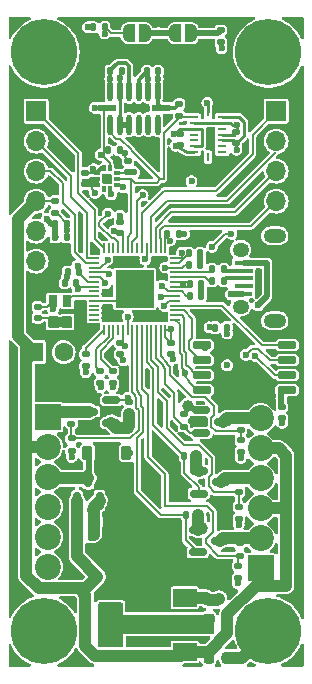
<source format=gbr>
%TF.GenerationSoftware,KiCad,Pcbnew,7.0.5*%
%TF.CreationDate,2023-12-24T21:30:35-08:00*%
%TF.ProjectId,Lyrav3,4c797261-7633-42e6-9b69-6361645f7063,rev?*%
%TF.SameCoordinates,Original*%
%TF.FileFunction,Copper,L4,Bot*%
%TF.FilePolarity,Positive*%
%FSLAX46Y46*%
G04 Gerber Fmt 4.6, Leading zero omitted, Abs format (unit mm)*
G04 Created by KiCad (PCBNEW 7.0.5) date 2023-12-24 21:30:35*
%MOMM*%
%LPD*%
G01*
G04 APERTURE LIST*
G04 Aperture macros list*
%AMRoundRect*
0 Rectangle with rounded corners*
0 $1 Rounding radius*
0 $2 $3 $4 $5 $6 $7 $8 $9 X,Y pos of 4 corners*
0 Add a 4 corners polygon primitive as box body*
4,1,4,$2,$3,$4,$5,$6,$7,$8,$9,$2,$3,0*
0 Add four circle primitives for the rounded corners*
1,1,$1+$1,$2,$3*
1,1,$1+$1,$4,$5*
1,1,$1+$1,$6,$7*
1,1,$1+$1,$8,$9*
0 Add four rect primitives between the rounded corners*
20,1,$1+$1,$2,$3,$4,$5,0*
20,1,$1+$1,$4,$5,$6,$7,0*
20,1,$1+$1,$6,$7,$8,$9,0*
20,1,$1+$1,$8,$9,$2,$3,0*%
%AMFreePoly0*
4,1,19,0.000000,0.744911,0.071157,0.744911,0.207708,0.704816,0.327430,0.627875,0.420627,0.520320,0.479746,0.390866,0.500000,0.250000,0.500000,-0.250000,0.479746,-0.390866,0.420627,-0.520320,0.327430,-0.627875,0.207708,-0.704816,0.071157,-0.744911,0.000000,-0.744911,0.000000,-0.750000,-0.500000,-0.750000,-0.500000,0.750000,0.000000,0.750000,0.000000,0.744911,0.000000,0.744911,
$1*%
%AMFreePoly1*
4,1,19,0.500000,-0.750000,0.000000,-0.750000,0.000000,-0.744911,-0.071157,-0.744911,-0.207708,-0.704816,-0.327430,-0.627875,-0.420627,-0.520320,-0.479746,-0.390866,-0.500000,-0.250000,-0.500000,0.250000,-0.479746,0.390866,-0.420627,0.520320,-0.327430,0.627875,-0.207708,0.704816,-0.071157,0.744911,0.000000,0.744911,0.000000,0.750000,0.500000,0.750000,0.500000,-0.750000,0.500000,-0.750000,
$1*%
G04 Aperture macros list end*
%TA.AperFunction,SMDPad,CuDef*%
%ADD10RoundRect,0.140000X0.170000X-0.140000X0.170000X0.140000X-0.170000X0.140000X-0.170000X-0.140000X0*%
%TD*%
%TA.AperFunction,SMDPad,CuDef*%
%ADD11RoundRect,0.140000X-0.140000X-0.170000X0.140000X-0.170000X0.140000X0.170000X-0.140000X0.170000X0*%
%TD*%
%TA.AperFunction,SMDPad,CuDef*%
%ADD12RoundRect,0.225000X-0.225000X-0.250000X0.225000X-0.250000X0.225000X0.250000X-0.225000X0.250000X0*%
%TD*%
%TA.AperFunction,SMDPad,CuDef*%
%ADD13RoundRect,0.140000X0.140000X0.170000X-0.140000X0.170000X-0.140000X-0.170000X0.140000X-0.170000X0*%
%TD*%
%TA.AperFunction,SMDPad,CuDef*%
%ADD14RoundRect,0.225000X0.250000X-0.225000X0.250000X0.225000X-0.250000X0.225000X-0.250000X-0.225000X0*%
%TD*%
%TA.AperFunction,SMDPad,CuDef*%
%ADD15R,2.000000X1.500000*%
%TD*%
%TA.AperFunction,SMDPad,CuDef*%
%ADD16R,2.000000X3.800000*%
%TD*%
%TA.AperFunction,SMDPad,CuDef*%
%ADD17RoundRect,0.225000X-0.225000X-0.375000X0.225000X-0.375000X0.225000X0.375000X-0.225000X0.375000X0*%
%TD*%
%TA.AperFunction,SMDPad,CuDef*%
%ADD18R,0.800000X1.000000*%
%TD*%
%TA.AperFunction,ComponentPad*%
%ADD19C,5.600000*%
%TD*%
%TA.AperFunction,ComponentPad*%
%ADD20O,1.700000X1.700000*%
%TD*%
%TA.AperFunction,ComponentPad*%
%ADD21R,1.700000X1.700000*%
%TD*%
%TA.AperFunction,ComponentPad*%
%ADD22C,1.600000*%
%TD*%
%TA.AperFunction,ComponentPad*%
%ADD23R,1.600000X1.600000*%
%TD*%
%TA.AperFunction,ComponentPad*%
%ADD24C,2.200000*%
%TD*%
%TA.AperFunction,ComponentPad*%
%ADD25R,2.200000X2.200000*%
%TD*%
%TA.AperFunction,SMDPad,CuDef*%
%ADD26RoundRect,0.140000X-0.170000X0.140000X-0.170000X-0.140000X0.170000X-0.140000X0.170000X0.140000X0*%
%TD*%
%TA.AperFunction,SMDPad,CuDef*%
%ADD27RoundRect,0.135000X-0.135000X-0.185000X0.135000X-0.185000X0.135000X0.185000X-0.135000X0.185000X0*%
%TD*%
%TA.AperFunction,SMDPad,CuDef*%
%ADD28RoundRect,0.135000X-0.185000X0.135000X-0.185000X-0.135000X0.185000X-0.135000X0.185000X0.135000X0*%
%TD*%
%TA.AperFunction,SMDPad,CuDef*%
%ADD29RoundRect,0.135000X0.135000X0.185000X-0.135000X0.185000X-0.135000X-0.185000X0.135000X-0.185000X0*%
%TD*%
%TA.AperFunction,SMDPad,CuDef*%
%ADD30RoundRect,0.050000X0.050000X-0.387500X0.050000X0.387500X-0.050000X0.387500X-0.050000X-0.387500X0*%
%TD*%
%TA.AperFunction,SMDPad,CuDef*%
%ADD31RoundRect,0.050000X0.387500X-0.050000X0.387500X0.050000X-0.387500X0.050000X-0.387500X-0.050000X0*%
%TD*%
%TA.AperFunction,SMDPad,CuDef*%
%ADD32R,3.200000X3.200000*%
%TD*%
%TA.AperFunction,SMDPad,CuDef*%
%ADD33RoundRect,0.150000X-0.587500X-0.150000X0.587500X-0.150000X0.587500X0.150000X-0.587500X0.150000X0*%
%TD*%
%TA.AperFunction,SMDPad,CuDef*%
%ADD34R,0.500000X0.300000*%
%TD*%
%TA.AperFunction,SMDPad,CuDef*%
%ADD35R,0.300000X0.500000*%
%TD*%
%TA.AperFunction,SMDPad,CuDef*%
%ADD36RoundRect,0.150000X0.150000X-0.587500X0.150000X0.587500X-0.150000X0.587500X-0.150000X-0.587500X0*%
%TD*%
%TA.AperFunction,SMDPad,CuDef*%
%ADD37RoundRect,0.135000X0.185000X-0.135000X0.185000X0.135000X-0.185000X0.135000X-0.185000X-0.135000X0*%
%TD*%
%TA.AperFunction,SMDPad,CuDef*%
%ADD38RoundRect,0.150000X-0.650000X-0.150000X0.650000X-0.150000X0.650000X0.150000X-0.650000X0.150000X0*%
%TD*%
%TA.AperFunction,SMDPad,CuDef*%
%ADD39R,1.600000X0.400000*%
%TD*%
%TA.AperFunction,ComponentPad*%
%ADD40O,1.400000X1.200000*%
%TD*%
%TA.AperFunction,ComponentPad*%
%ADD41O,1.900000X1.200000*%
%TD*%
%TA.AperFunction,SMDPad,CuDef*%
%ADD42FreePoly0,0.000000*%
%TD*%
%TA.AperFunction,SMDPad,CuDef*%
%ADD43FreePoly1,0.000000*%
%TD*%
%TA.AperFunction,SMDPad,CuDef*%
%ADD44R,0.800000X0.250000*%
%TD*%
%TA.AperFunction,SMDPad,CuDef*%
%ADD45R,0.250000X0.800000*%
%TD*%
%TA.AperFunction,SMDPad,CuDef*%
%ADD46R,1.550000X0.600000*%
%TD*%
%TA.AperFunction,SMDPad,CuDef*%
%ADD47O,0.450000X1.770000*%
%TD*%
%TA.AperFunction,SMDPad,CuDef*%
%ADD48RoundRect,0.150000X0.587500X0.150000X-0.587500X0.150000X-0.587500X-0.150000X0.587500X-0.150000X0*%
%TD*%
%TA.AperFunction,ViaPad*%
%ADD49C,0.600000*%
%TD*%
%TA.AperFunction,ViaPad*%
%ADD50C,1.000000*%
%TD*%
%TA.AperFunction,ViaPad*%
%ADD51C,0.700000*%
%TD*%
%TA.AperFunction,Conductor*%
%ADD52C,0.200000*%
%TD*%
%TA.AperFunction,Conductor*%
%ADD53C,1.000000*%
%TD*%
%TA.AperFunction,Conductor*%
%ADD54C,0.500000*%
%TD*%
%TA.AperFunction,Conductor*%
%ADD55C,0.254000*%
%TD*%
%TA.AperFunction,Conductor*%
%ADD56C,0.300000*%
%TD*%
G04 APERTURE END LIST*
D10*
%TO.P,C13,1*%
%TO.N,+3V3*%
X2455000Y29518000D03*
%TO.P,C13,2*%
%TO.N,GND*%
X2455000Y30478000D03*
%TD*%
D11*
%TO.P,C8,1*%
%TO.N,+12P*%
X6011000Y10948000D03*
%TO.P,C8,2*%
%TO.N,GND*%
X6971000Y10948000D03*
%TD*%
D12*
%TO.P,C7,1*%
%TO.N,+12P*%
X5782400Y12243400D03*
%TO.P,C7,2*%
%TO.N,GND*%
X7332400Y12243400D03*
%TD*%
D13*
%TO.P,C3,1*%
%TO.N,/BATT SENSE *%
X4918800Y36348000D03*
%TO.P,C3,2*%
%TO.N,GND*%
X3958800Y36348000D03*
%TD*%
D14*
%TO.P,C6,1*%
%TO.N,+3V3*%
X16932601Y4051600D03*
%TO.P,C6,2*%
%TO.N,GND*%
X16932601Y5601600D03*
%TD*%
D15*
%TO.P,U5,1,GND*%
%TO.N,GND*%
X14926800Y5831200D03*
D16*
%TO.P,U5,2,VO*%
%TO.N,+3V3*%
X8626800Y3531200D03*
D15*
X14926800Y3531200D03*
%TO.P,U5,3,VI*%
%TO.N,+12P*%
X14926800Y1231200D03*
%TD*%
D12*
%TO.P,C5,1*%
%TO.N,+12P*%
X16945400Y762600D03*
%TO.P,C5,2*%
%TO.N,GND*%
X18495400Y762600D03*
%TD*%
D17*
%TO.P,D1,1,K*%
%TO.N,+12V*%
X6672400Y18085400D03*
%TO.P,D1,2,A*%
%TO.N,VBUS*%
X9972400Y18085400D03*
%TD*%
D18*
%TO.P,X2,1,OE/NC*%
%TO.N,+3V3*%
X3769600Y29159800D03*
%TO.P,X2,2,GND*%
%TO.N,GND*%
X3769600Y30959800D03*
%TO.P,X2,3,OUT*%
%TO.N,/XIN*%
X4969600Y30959800D03*
%TO.P,X2,4,VDD*%
%TO.N,+3V3*%
X4969600Y29159800D03*
%TD*%
D19*
%TO.P,H3,1,1*%
%TO.N,GND*%
X3000000Y3000000D03*
%TD*%
D20*
%TO.P,J8,4,Pin_4*%
%TO.N,/BRKOUT4*%
X22648000Y39396000D03*
%TO.P,J8,3,Pin_3*%
%TO.N,/BRKOUT3*%
X22648000Y41936000D03*
%TO.P,J8,2,Pin_2*%
%TO.N,/BRKOUT2*%
X22648000Y44476000D03*
D21*
%TO.P,J8,1,Pin_1*%
%TO.N,/BRKOUT1*%
X22648000Y47016000D03*
%TD*%
D19*
%TO.P,H1,1,1*%
%TO.N,GND*%
X3000000Y52000000D03*
%TD*%
%TO.P,H2,1,1*%
%TO.N,GND*%
X22000000Y52000000D03*
%TD*%
%TO.P,H4,1,1*%
%TO.N,GND*%
X22000000Y3000000D03*
%TD*%
D22*
%TO.P,C9,2*%
%TO.N,GND*%
X4664800Y26619800D03*
D23*
%TO.P,C9,1*%
%TO.N,+12P*%
X2164800Y26619800D03*
%TD*%
D24*
%TO.P,J2,6,Pin_6*%
%TO.N,+BATT*%
X3293200Y8433400D03*
%TO.P,J2,5,Pin_5*%
%TO.N,GND*%
X3293200Y10973400D03*
%TO.P,J2,4,Pin_4*%
%TO.N,+BATT*%
X3293200Y13513400D03*
%TO.P,J2,3,Pin_3*%
%TO.N,+12V*%
X3293200Y16053400D03*
%TO.P,J2,2,Pin_2*%
%TO.N,+12P*%
X3293200Y18593400D03*
D25*
%TO.P,J2,1,Pin_1*%
%TO.N,/P4-*%
X3293200Y21133400D03*
%TD*%
D24*
%TO.P,J9,6,Pin_6*%
%TO.N,/P3-*%
X21327200Y21006400D03*
%TO.P,J9,5,Pin_5*%
%TO.N,+12P*%
X21327200Y18466400D03*
%TO.P,J9,4,Pin_4*%
%TO.N,/P2-*%
X21327200Y15926400D03*
%TO.P,J9,3,Pin_3*%
%TO.N,+12P*%
X21327200Y13386400D03*
%TO.P,J9,2,Pin_2*%
%TO.N,/P1-*%
X21327200Y10846400D03*
D25*
%TO.P,J9,1,Pin_1*%
%TO.N,+12P*%
X21327200Y8306400D03*
%TD*%
D20*
%TO.P,J6,6,Pin_6*%
%TO.N,GND*%
X2328000Y34326000D03*
%TO.P,J6,5,Pin_5*%
%TO.N,+3V3*%
X2328000Y36866000D03*
%TO.P,J6,4,Pin_4*%
%TO.N,+12P*%
X2328000Y39406000D03*
%TO.P,J6,3,Pin_3*%
%TO.N,/BRKOUT5*%
X2328000Y41946000D03*
%TO.P,J6,2,Pin_2*%
%TO.N,/BRKOUT6*%
X2328000Y44486000D03*
D21*
%TO.P,J6,1,Pin_1*%
%TO.N,/BRKOUT7*%
X2328000Y47026000D03*
%TD*%
D26*
%TO.P,C22,1*%
%TO.N,+3V3*%
X13758000Y27379200D03*
%TO.P,C22,2*%
%TO.N,GND*%
X13758000Y26419200D03*
%TD*%
D27*
%TO.P,R18,2*%
%TO.N,/USB_D-*%
X18230400Y33630200D03*
%TO.P,R18,1*%
%TO.N,/RP USB_D-*%
X17210400Y33630200D03*
%TD*%
D11*
%TO.P,C11,2*%
%TO.N,GND*%
X9564400Y50445000D03*
%TO.P,C11,1*%
%TO.N,+3V3*%
X8604400Y50445000D03*
%TD*%
D28*
%TO.P,R17,1*%
%TO.N,GND*%
X14824800Y21338600D03*
%TO.P,R17,2*%
%TO.N,/P3 EN *%
X14824800Y20318600D03*
%TD*%
D29*
%TO.P,R6,2*%
%TO.N,/I2C1 SCL*%
X8396600Y43714000D03*
%TO.P,R6,1*%
%TO.N,+3V3*%
X9416600Y43714000D03*
%TD*%
D13*
%TO.P,C10,2*%
%TO.N,GND*%
X11703200Y50394200D03*
%TO.P,C10,1*%
%TO.N,+3V3*%
X12663200Y50394200D03*
%TD*%
D30*
%TO.P,U8,1,IOVDD*%
%TO.N,+3V3*%
X13276100Y28525900D03*
%TO.P,U8,2,GPIO0*%
%TO.N,/P3 CONT *%
X12876100Y28525900D03*
%TO.P,U8,3,GPIO1*%
%TO.N,/P3 EN *%
X12476100Y28525900D03*
%TO.P,U8,4,GPIO2*%
%TO.N,/P2 CONT *%
X12076100Y28525900D03*
%TO.P,U8,5,GPIO3*%
%TO.N,/P2 EN *%
X11676100Y28525900D03*
%TO.P,U8,6,GPIO4*%
%TO.N,/P1 CONT *%
X11276100Y28525900D03*
%TO.P,U8,7,GPIO5*%
%TO.N,/P1 EN *%
X10876100Y28525900D03*
%TO.P,U8,8,GPIO6*%
%TO.N,/P4 CONT *%
X10476100Y28525900D03*
%TO.P,U8,9,GPIO7*%
%TO.N,/P4 EN *%
X10076100Y28525900D03*
%TO.P,U8,10,IOVDD*%
%TO.N,+3V3*%
X9676100Y28525900D03*
%TO.P,U8,11,GPIO8*%
%TO.N,unconnected-(U8-GPIO8-Pad11)*%
X9276100Y28525900D03*
%TO.P,U8,12,GPIO9*%
%TO.N,/LEDBLUE*%
X8876100Y28525900D03*
%TO.P,U8,13,GPIO10*%
%TO.N,/LEDGREEN*%
X8476100Y28525900D03*
%TO.P,U8,14,GPIO11*%
%TO.N,/LEDRED*%
X8076100Y28525900D03*
D31*
%TO.P,U8,15,GPIO12*%
%TO.N,unconnected-(U8-GPIO12-Pad15)*%
X7238600Y29363400D03*
%TO.P,U8,16,GPIO13*%
%TO.N,unconnected-(U8-GPIO13-Pad16)*%
X7238600Y29763400D03*
%TO.P,U8,17,GPIO14*%
%TO.N,unconnected-(U8-GPIO14-Pad17)*%
X7238600Y30163400D03*
%TO.P,U8,18,GPIO15*%
%TO.N,unconnected-(U8-GPIO15-Pad18)*%
X7238600Y30563400D03*
%TO.P,U8,19,TESTEN*%
%TO.N,GND*%
X7238600Y30963400D03*
%TO.P,U8,20,XIN*%
%TO.N,/XIN*%
X7238600Y31363400D03*
%TO.P,U8,21,XOUT*%
%TO.N,unconnected-(U8-XOUT-Pad21)*%
X7238600Y31763400D03*
%TO.P,U8,22,IOVDD*%
%TO.N,+3V3*%
X7238600Y32163400D03*
%TO.P,U8,23,DVDD*%
%TO.N,+1V1*%
X7238600Y32563400D03*
%TO.P,U8,24,SWCLK*%
%TO.N,/SWCLK*%
X7238600Y32963400D03*
%TO.P,U8,25,SWD*%
%TO.N,/SWD*%
X7238600Y33363400D03*
%TO.P,U8,26,RUN*%
%TO.N,/RUN*%
X7238600Y33763400D03*
%TO.P,U8,27,GPIO16*%
%TO.N,/BRKOUT5*%
X7238600Y34163400D03*
%TO.P,U8,28,GPIO17*%
%TO.N,/BRKOUT6*%
X7238600Y34563400D03*
D30*
%TO.P,U8,29,GPIO18*%
%TO.N,/BRKOUT7*%
X8076100Y35400900D03*
%TO.P,U8,30,GPIO19*%
%TO.N,unconnected-(U8-GPIO19-Pad30)*%
X8476100Y35400900D03*
%TO.P,U8,31,GPIO20*%
%TO.N,unconnected-(U8-GPIO20-Pad31)*%
X8876100Y35400900D03*
%TO.P,U8,32,GPIO21*%
%TO.N,/BUZZER*%
X9276100Y35400900D03*
%TO.P,U8,33,IOVDD*%
%TO.N,+3V3*%
X9676100Y35400900D03*
%TO.P,U8,34,GPIO22*%
%TO.N,/I2C1 SDA*%
X10076100Y35400900D03*
%TO.P,U8,35,GPIO23*%
%TO.N,/I2C1 SCL*%
X10476100Y35400900D03*
%TO.P,U8,36,GPIO24*%
%TO.N,unconnected-(U8-GPIO24-Pad36)*%
X10876100Y35400900D03*
%TO.P,U8,37,GPIO25*%
%TO.N,/BRKOUT1*%
X11276100Y35400900D03*
%TO.P,U8,38,GPIO26_ADC0*%
%TO.N,/BATT SENSE *%
X11676100Y35400900D03*
%TO.P,U8,39,GPIO27_ADC1*%
%TO.N,/BRKOUT2*%
X12076100Y35400900D03*
%TO.P,U8,40,GPIO28_ADC2*%
%TO.N,/BRKOUT3*%
X12476100Y35400900D03*
%TO.P,U8,41,GPIO29_ADC3*%
%TO.N,/BRKOUT4*%
X12876100Y35400900D03*
%TO.P,U8,42,IOVDD*%
%TO.N,+3V3*%
X13276100Y35400900D03*
D31*
%TO.P,U8,43,ADC_AVDD*%
X14113600Y34563400D03*
%TO.P,U8,44,VREG_IN*%
X14113600Y34163400D03*
%TO.P,U8,45,VREG_VOUT*%
%TO.N,+1V1*%
X14113600Y33763400D03*
%TO.P,U8,46,USB_DM*%
%TO.N,/RP USB_D-*%
X14113600Y33363400D03*
%TO.P,U8,47,USB_DP*%
%TO.N,/RP USB_D+*%
X14113600Y32963400D03*
%TO.P,U8,48,USB_VDD*%
%TO.N,+3V3*%
X14113600Y32563400D03*
%TO.P,U8,49,IOVDD*%
X14113600Y32163400D03*
%TO.P,U8,50,DVDD*%
%TO.N,+1V1*%
X14113600Y31763400D03*
%TO.P,U8,51,QSPI_SD3*%
%TO.N,/QSPI_SD3*%
X14113600Y31363400D03*
%TO.P,U8,52,QSPI_SCLK*%
%TO.N,/QSPI_SCLK*%
X14113600Y30963400D03*
%TO.P,U8,53,QSPI_SD0*%
%TO.N,/QSPI_SDO*%
X14113600Y30563400D03*
%TO.P,U8,54,QSPI_SD2*%
%TO.N,/QSPI_SD2*%
X14113600Y30163400D03*
%TO.P,U8,55,QSPI_SD1*%
%TO.N,/QSPI_SD1*%
X14113600Y29763400D03*
%TO.P,U8,56,QSPI_SS*%
%TO.N,/QSPI_SS*%
X14113600Y29363400D03*
D32*
%TO.P,U8,57,GND*%
%TO.N,GND*%
X10676100Y31963400D03*
%TD*%
D33*
%TO.P,Q2,3,D*%
%TO.N,/P2-*%
X17974400Y15596200D03*
%TO.P,Q2,2,S*%
%TO.N,GND*%
X16099400Y16546200D03*
%TO.P,Q2,1,G*%
%TO.N,/P2 EN *%
X16099400Y14646200D03*
%TD*%
D34*
%TO.P,U3,10,VDD*%
%TO.N,+3V3*%
X7452400Y41801000D03*
%TO.P,U3,9,VSS*%
%TO.N,GND*%
X7452400Y41301000D03*
%TO.P,U3,8,VSS*%
X7452400Y40801000D03*
D35*
%TO.P,U3,7,INT*%
%TO.N,unconnected-(U3-INT-Pad7)*%
X8072400Y40431000D03*
%TO.P,U3,6,CSB*%
%TO.N,+3V3*%
X8572400Y40431000D03*
D34*
%TO.P,U3,5,SDO*%
%TO.N,GND*%
X9192400Y40801000D03*
%TO.P,U3,4,SDI*%
%TO.N,/I2C1 SDA*%
X9192400Y41301000D03*
%TO.P,U3,3,VSS*%
%TO.N,GND*%
X9192400Y41801000D03*
D35*
%TO.P,U3,2,SCK*%
%TO.N,/I2C1 SCL*%
X8572400Y42171000D03*
%TO.P,U3,1,VDDIO*%
%TO.N,+3V3*%
X8072400Y42171000D03*
%TD*%
D11*
%TO.P,C17,2*%
%TO.N,GND*%
X16320800Y31395000D03*
%TO.P,C17,1*%
%TO.N,+1V1*%
X15360800Y31395000D03*
%TD*%
D36*
%TO.P,Q1,3,D*%
%TO.N,+12V*%
X6747600Y15924100D03*
%TO.P,Q1,2,S*%
%TO.N,+12P*%
X5797600Y14049100D03*
%TO.P,Q1,1,G*%
%TO.N,GND*%
X7697600Y14049100D03*
%TD*%
D37*
%TO.P,R27,1*%
%TO.N,GND*%
X10202000Y21385400D03*
%TO.P,R27,2*%
%TO.N,/P4 EN *%
X10202000Y22405400D03*
%TD*%
D29*
%TO.P,R16,2*%
%TO.N,/P1 EN *%
X15026000Y12853000D03*
%TO.P,R16,1*%
%TO.N,GND*%
X16046000Y12853000D03*
%TD*%
D38*
%TO.P,U9,8,VCC*%
%TO.N,+3V3*%
X23581000Y23394000D03*
%TO.P,U9,7,IO3*%
%TO.N,/QSPI_SD3*%
X23581000Y24664000D03*
%TO.P,U9,6,CLK*%
%TO.N,/QSPI_SCLK*%
X23581000Y25934000D03*
%TO.P,U9,5,DI(IO0)*%
%TO.N,/QSPI_SDO*%
X23581000Y27204000D03*
%TO.P,U9,4,GND*%
%TO.N,GND*%
X16381000Y27204000D03*
%TO.P,U9,3,IO2*%
%TO.N,/QSPI_SD2*%
X16381000Y25934000D03*
%TO.P,U9,2,DO(IO1)*%
%TO.N,/QSPI_SD1*%
X16381000Y24664000D03*
%TO.P,U9,1,~{CS}*%
%TO.N,/QSPI_SS*%
X16381000Y23394000D03*
%TD*%
D28*
%TO.P,R7,1*%
%TO.N,+3V3*%
X14443800Y47627600D03*
%TO.P,R7,2*%
%TO.N,/I2C1 SDA*%
X14443800Y46607600D03*
%TD*%
D26*
%TO.P,C1,1*%
%TO.N,+3V3*%
X14513800Y45092400D03*
%TO.P,C1,2*%
%TO.N,GND*%
X14513800Y44132400D03*
%TD*%
D11*
%TO.P,C21,2*%
%TO.N,GND*%
X14390400Y36627400D03*
%TO.P,C21,1*%
%TO.N,+3V3*%
X13430400Y36627400D03*
%TD*%
D29*
%TO.P,R15,2*%
%TO.N,/RP USB_D+*%
X17210400Y32665000D03*
%TO.P,R15,1*%
%TO.N,/USB_D+*%
X18230400Y32665000D03*
%TD*%
D26*
%TO.P,C12,2*%
%TO.N,GND*%
X10125800Y41837000D03*
%TO.P,C12,1*%
%TO.N,+3V3*%
X10125800Y42797000D03*
%TD*%
D28*
%TO.P,R2,2*%
%TO.N,Net-(D4-RK)*%
X6519000Y25424000D03*
%TO.P,R2,1*%
%TO.N,/LEDRED*%
X6519000Y26444000D03*
%TD*%
D10*
%TO.P,C2,1*%
%TO.N,+3V3*%
X19267701Y44283399D03*
%TO.P,C2,2*%
%TO.N,GND*%
X19267701Y45243399D03*
%TD*%
D26*
%TO.P,C4,2*%
%TO.N,GND*%
X6500000Y40829000D03*
%TO.P,C4,1*%
%TO.N,+3V3*%
X6500000Y41789000D03*
%TD*%
D28*
%TO.P,R22,2*%
%TO.N,Net-(D4-GK)*%
X7763600Y23999600D03*
%TO.P,R22,1*%
%TO.N,/LEDGREEN*%
X7763600Y25019600D03*
%TD*%
D11*
%TO.P,C19,2*%
%TO.N,GND*%
X16219200Y35001800D03*
%TO.P,C19,1*%
%TO.N,+3V3*%
X15259200Y35001800D03*
%TD*%
D39*
%TO.P,J7,1,VBUS*%
%TO.N,VBUS*%
X19889100Y34168200D03*
%TO.P,J7,2,D-*%
%TO.N,/USB_D-*%
X19889100Y33518200D03*
%TO.P,J7,3,D+*%
%TO.N,/USB_D+*%
X19889100Y32868200D03*
%TO.P,J7,4,ID*%
%TO.N,unconnected-(J7-ID-Pad4)*%
X19889100Y32218200D03*
%TO.P,J7,5,GND*%
%TO.N,GND*%
X19879100Y31568200D03*
D40*
%TO.P,J7,6,Shield*%
%TO.N,unconnected-(J7-Shield-Pad6)*%
X19639100Y30448200D03*
%TO.P,J7,7*%
%TO.N,N/C*%
X19639100Y35288200D03*
D41*
%TO.P,J7,8*%
X22539100Y36468200D03*
%TO.P,J7,9*%
X22539100Y29268200D03*
%TD*%
D26*
%TO.P,C23,2*%
%TO.N,GND*%
X9440000Y26444600D03*
%TO.P,C23,1*%
%TO.N,+3V3*%
X9440000Y27404600D03*
%TD*%
D27*
%TO.P,R1,2*%
%TO.N,/RUN*%
X8149313Y54128000D03*
%TO.P,R1,1*%
%TO.N,+3V3*%
X7129313Y54128000D03*
%TD*%
D33*
%TO.P,Q3,3,D*%
%TO.N,/P1-*%
X17895900Y10617800D03*
%TO.P,Q3,2,S*%
%TO.N,GND*%
X16020900Y11567800D03*
%TO.P,Q3,1,G*%
%TO.N,/P1 EN *%
X16020900Y9667800D03*
%TD*%
D28*
%TO.P,R25,2*%
%TO.N,GND*%
X5325200Y18286600D03*
%TO.P,R25,1*%
%TO.N,/P4 CONT *%
X5325200Y19306600D03*
%TD*%
D11*
%TO.P,C25,2*%
%TO.N,GND*%
X16320800Y32360200D03*
%TO.P,C25,1*%
%TO.N,+3V3*%
X15360800Y32360200D03*
%TD*%
D42*
%TO.P,J4,2,Pin_2*%
%TO.N,/BOOTSEL*%
X15424000Y53620000D03*
D43*
%TO.P,J4,1,Pin_1*%
%TO.N,GND*%
X14124000Y53620000D03*
%TD*%
D28*
%TO.P,R12,1*%
%TO.N,/P1 CONT *%
X19447600Y8537000D03*
%TO.P,R12,2*%
%TO.N,GND*%
X19447600Y7517000D03*
%TD*%
%TO.P,R10,2*%
%TO.N,/P1 CONT *%
X19549200Y9396600D03*
%TO.P,R10,1*%
%TO.N,/P1-*%
X19549200Y10416600D03*
%TD*%
%TO.P,R21,2*%
%TO.N,/P2 CONT *%
X19498400Y14779400D03*
%TO.P,R21,1*%
%TO.N,/P2-*%
X19498400Y15799400D03*
%TD*%
D29*
%TO.P,R3,2*%
%TO.N,+3V3*%
X17464400Y28702600D03*
%TO.P,R3,1*%
%TO.N,Net-(D2-A)*%
X18484400Y28702600D03*
%TD*%
D28*
%TO.P,R23,1*%
%TO.N,/P4-*%
X5323200Y21592600D03*
%TO.P,R23,2*%
%TO.N,/P4 CONT *%
X5323200Y20572600D03*
%TD*%
D44*
%TO.P,U2,1,INT2*%
%TO.N,unconnected-(U2-INT2-Pad1)*%
X18076000Y43544200D03*
%TO.P,U2,2,NC*%
%TO.N,unconnected-(U2-NC-Pad2)*%
X18076000Y44044200D03*
%TO.P,U2,3,VDD*%
%TO.N,+3V3*%
X18076000Y44544200D03*
%TO.P,U2,4,GNDA*%
%TO.N,GND*%
X18076000Y45044200D03*
%TO.P,U2,5,CSB2*%
%TO.N,unconnected-(U2-CSB2-Pad5)*%
X18076000Y45544200D03*
%TO.P,U2,6,GNDIO*%
%TO.N,GND*%
X18076000Y46044200D03*
%TO.P,U2,7,PS*%
%TO.N,+3V3*%
X18076000Y46544200D03*
D45*
%TO.P,U2,8,SCL/SCK*%
%TO.N,/I2C1 SCL*%
X16876000Y46954200D03*
D44*
%TO.P,U2,9,SDA/SDI*%
%TO.N,/I2C1 SDA*%
X15676000Y46544200D03*
%TO.P,U2,10,SDO2*%
%TO.N,GND*%
X15676000Y46044200D03*
%TO.P,U2,11,VDDIO*%
%TO.N,+3V3*%
X15676000Y45544200D03*
%TO.P,U2,12,INT3*%
%TO.N,unconnected-(U2-INT3-Pad12)*%
X15676000Y45044200D03*
%TO.P,U2,13,INT4*%
%TO.N,unconnected-(U2-INT4-Pad13)*%
X15676000Y44544200D03*
%TO.P,U2,14,CSB1*%
%TO.N,+3V3*%
X15676000Y44044200D03*
%TO.P,U2,15,SDO1*%
%TO.N,GND*%
X15676000Y43544200D03*
D45*
%TO.P,U2,16,INT1*%
%TO.N,unconnected-(U2-INT1-Pad16)*%
X16876000Y43134200D03*
%TD*%
D28*
%TO.P,R24,2*%
%TO.N,GND*%
X19498400Y12495400D03*
%TO.P,R24,1*%
%TO.N,/P2 CONT *%
X19498400Y13515400D03*
%TD*%
D46*
%TO.P,U4,14,SCL/SCLK*%
%TO.N,/I2C1 SCL*%
X8308400Y47295400D03*
D47*
%TO.P,U4,13,SDA/SDI/SDIO*%
%TO.N,/I2C1 SDA*%
X8608400Y45885400D03*
%TO.P,U4,12,SDO/ALTADDRESS*%
%TO.N,GND*%
X9408400Y45885400D03*
%TO.P,U4,11,RESERVED*%
X10208400Y45885400D03*
%TO.P,U4,10,NC*%
%TO.N,unconnected-(U4-NC-Pad10)*%
X11008400Y45885400D03*
%TO.P,U4,9,INT2*%
%TO.N,unconnected-(U4-INT2-Pad9)*%
X11808400Y45885400D03*
%TO.P,U4,8,INT1*%
%TO.N,unconnected-(U4-INT1-Pad8)*%
X12608400Y45885400D03*
D46*
%TO.P,U4,7,~{CS}*%
%TO.N,+3V3*%
X12908400Y47295400D03*
D47*
%TO.P,U4,6,VS*%
X12608400Y48705400D03*
%TO.P,U4,5,GND*%
%TO.N,GND*%
X11808400Y48705400D03*
%TO.P,U4,4,GND*%
X11008400Y48705400D03*
%TO.P,U4,3,RESERVED*%
%TO.N,+3V3*%
X10208400Y48705400D03*
%TO.P,U4,2,GND*%
%TO.N,GND*%
X9408400Y48705400D03*
%TO.P,U4,1,VDDI/O*%
%TO.N,+3V3*%
X8608400Y48705400D03*
%TD*%
D42*
%TO.P,J3,2,Pin_2*%
%TO.N,GND*%
X11516999Y53620000D03*
D43*
%TO.P,J3,1,Pin_1*%
%TO.N,/RUN*%
X10216999Y53620000D03*
%TD*%
D29*
%TO.P,R5,2*%
%TO.N,GND*%
X3951600Y37491000D03*
%TO.P,R5,1*%
%TO.N,/BATT SENSE *%
X4971600Y37491000D03*
%TD*%
D28*
%TO.P,R4,2*%
%TO.N,/BATT SENSE *%
X3953600Y38403400D03*
%TO.P,R4,1*%
%TO.N,+12P*%
X3953600Y39423400D03*
%TD*%
D37*
%TO.P,R14,2*%
%TO.N,/BOOTSEL*%
X17974400Y53862800D03*
%TO.P,R14,1*%
%TO.N,/QSPI_SS*%
X17974400Y52842800D03*
%TD*%
D48*
%TO.P,Q5,1,G*%
%TO.N,/P4 EN *%
X8699100Y22540600D03*
%TO.P,Q5,2,S*%
%TO.N,GND*%
X8699100Y20640600D03*
%TO.P,Q5,3,D*%
%TO.N,/P4-*%
X6824100Y21590600D03*
%TD*%
D13*
%TO.P,C16,2*%
%TO.N,GND*%
X4997600Y33427000D03*
%TO.P,C16,1*%
%TO.N,+1V1*%
X5957600Y33427000D03*
%TD*%
D29*
%TO.P,R26,2*%
%TO.N,/P2 EN *%
X14873600Y17831400D03*
%TO.P,R26,1*%
%TO.N,GND*%
X15893600Y17831400D03*
%TD*%
D13*
%TO.P,C24,2*%
%TO.N,GND*%
X4743600Y32461800D03*
%TO.P,C24,1*%
%TO.N,+3V3*%
X5703600Y32461800D03*
%TD*%
D33*
%TO.P,Q4,1,G*%
%TO.N,/P3 EN *%
X16302600Y19777000D03*
%TO.P,Q4,2,S*%
%TO.N,GND*%
X16302600Y21677000D03*
%TO.P,Q4,3,D*%
%TO.N,/P3-*%
X18177600Y20727000D03*
%TD*%
D28*
%TO.P,R28,2*%
%TO.N,Net-(D4-BK)*%
X8830400Y23976200D03*
%TO.P,R28,1*%
%TO.N,/LEDBLUE*%
X8830400Y24996200D03*
%TD*%
D26*
%TO.P,C27,2*%
%TO.N,GND*%
X23156000Y21009000D03*
%TO.P,C27,1*%
%TO.N,+3V3*%
X23156000Y21969000D03*
%TD*%
D11*
%TO.P,C18,2*%
%TO.N,GND*%
X16219200Y34036600D03*
%TO.P,C18,1*%
%TO.N,+1V1*%
X15259200Y34036600D03*
%TD*%
D10*
%TO.P,C26,2*%
%TO.N,GND*%
X9465400Y37666200D03*
%TO.P,C26,1*%
%TO.N,+3V3*%
X9465400Y36706200D03*
%TD*%
D28*
%TO.P,R13,2*%
%TO.N,GND*%
X19650800Y18134200D03*
%TO.P,R13,1*%
%TO.N,/P3 CONT *%
X19650800Y19154200D03*
%TD*%
%TO.P,R11,1*%
%TO.N,/P3-*%
X19650800Y21033800D03*
%TO.P,R11,2*%
%TO.N,/P3 CONT *%
X19650800Y20013800D03*
%TD*%
D49*
%TO.N,+3V3*%
X9861883Y27172407D03*
%TO.N,/I2C1 SCL*%
X7789000Y43333000D03*
X11345000Y39904000D03*
%TO.N,GND*%
X9704502Y25934000D03*
%TO.N,/P4 EN *%
X10075000Y22759000D03*
X10075000Y29617000D03*
%TO.N,GND*%
X13916317Y26072003D03*
%TO.N,Net-(D4-RK)*%
X6519000Y24918000D03*
%TO.N,Net-(D4-GK)*%
X7789000Y23648000D03*
%TO.N,Net-(D4-BK)*%
X8805000Y23648000D03*
%TO.N,+3V3*%
X13758000Y28601000D03*
D50*
X10532200Y3556600D03*
X13300800Y3582000D03*
%TO.N,GND*%
X17822000Y5741000D03*
D49*
X3750400Y30252000D03*
X10633800Y41834400D03*
%TO.N,/QSPI_SS*%
X18025200Y52350000D03*
X18863400Y36627400D03*
X17237800Y35535200D03*
X14901614Y24876915D03*
%TO.N,+3V3*%
X8957399Y36906801D03*
%TO.N,/BUZZER*%
X8424000Y38354600D03*
%TO.N,+3V3*%
X7179400Y42113702D03*
%TO.N,GND*%
X15485200Y41072400D03*
X12716600Y53620000D03*
%TO.N,+3V3*%
X12608400Y49784600D03*
%TO.N,GND*%
X11808400Y49759200D03*
%TO.N,+3V3*%
X8604400Y49784600D03*
%TO.N,GND*%
X9408400Y49835400D03*
%TO.N,+3V3*%
X6722200Y54128000D03*
%TO.N,/RUN*%
X8144600Y53594600D03*
X8373208Y34443000D03*
%TO.N,/BATT SENSE *%
X4944200Y36932200D03*
%TO.N,GND*%
X3217002Y37897398D03*
X9440000Y38176800D03*
X14850200Y36627400D03*
X16320800Y31852200D03*
X16219200Y34544600D03*
%TO.N,+3V3*%
X17009200Y28728000D03*
%TO.N,Net-(D2-A)*%
X18507800Y28194600D03*
%TO.N,GND*%
X18507800Y25494800D03*
%TO.N,+1V1*%
X12970600Y32258600D03*
D50*
%TO.N,GND*%
X7179400Y13284800D03*
D49*
X19422200Y7036400D03*
X19473000Y12014800D03*
D50*
X15173441Y22085312D03*
D49*
X19650800Y17653600D03*
X18812600Y31522000D03*
%TO.N,VBUS*%
X21124000Y30582200D03*
X10276100Y18085400D03*
%TO.N,GND*%
X5350600Y17755200D03*
D50*
X16395088Y11739491D03*
X15893600Y17298000D03*
X10076100Y20207751D03*
D49*
%TO.N,/I2C1 SCL*%
X7331800Y47295400D03*
X16831400Y47727200D03*
%TO.N,GND*%
X14164400Y44095000D03*
%TO.N,+3V3*%
X14037400Y45060200D03*
%TO.N,GND*%
X19320600Y45822200D03*
%TO.N,+3V3*%
X19295200Y43764800D03*
X8675024Y39969734D03*
%TO.N,GND*%
X7331800Y40107200D03*
X9694000Y40564400D03*
%TO.N,+3V3*%
X9821000Y43450400D03*
%TO.N,/BATT SENSE *%
X11573600Y34468400D03*
%TO.N,+3V3*%
X13656400Y36068600D03*
%TO.N,+1V1*%
X13275400Y33782600D03*
%TO.N,+3V3*%
X14697800Y35027200D03*
X14748600Y32360200D03*
%TO.N,GND*%
X9389200Y33274600D03*
X11980000Y33274600D03*
X11980000Y30683800D03*
X9389200Y30683800D03*
%TO.N,+3V3*%
X4360000Y29185200D03*
%TO.N,/SWCLK*%
X8200443Y32456680D03*
%TO.N,/SWD*%
X8500200Y33198400D03*
%TO.N,+1V1*%
X5833200Y33935000D03*
%TO.N,+3V3*%
X5861710Y31963400D03*
%TO.N,GND*%
X4950347Y32960200D03*
X23156000Y20625400D03*
%TO.N,+3V3*%
X23098400Y22708200D03*
%TO.N,/QSPI_SCLK*%
X20084608Y26405581D03*
%TO.N,/QSPI_SD3*%
X20879600Y26316178D03*
%TO.N,/QSPI_SCLK*%
X13176600Y30531400D03*
%TO.N,/QSPI_SD3*%
X12927931Y31326150D03*
D51*
%TO.N,GND*%
X16650427Y27024533D03*
%TD*%
D52*
%TO.N,+3V3*%
X3411400Y29518000D02*
X3769600Y29159800D01*
X2455000Y29518000D02*
X3411400Y29518000D01*
%TO.N,GND*%
X3287800Y30478000D02*
X3769600Y30959800D01*
X2455000Y30478000D02*
X3287800Y30478000D01*
%TO.N,/P3 CONT *%
X12876100Y28525900D02*
X12876100Y26273011D01*
%TO.N,+3V3*%
X9629690Y27404600D02*
X9861883Y27172407D01*
X9440000Y27404600D02*
X9629690Y27404600D01*
X9440000Y27404600D02*
X9676100Y27640700D01*
%TO.N,/P4 CONT *%
X10306319Y19306600D02*
X5325200Y19306600D01*
X11002000Y20002281D02*
X10306319Y19306600D01*
X10822000Y21896771D02*
X11002000Y21716771D01*
X11002000Y21716771D02*
X11002000Y20002281D01*
X10822000Y22720583D02*
X10822000Y21896771D01*
X10675000Y22867583D02*
X10822000Y22720583D01*
X10476100Y23206429D02*
X10675000Y23007529D01*
X10675000Y23007529D02*
X10675000Y22867583D01*
X10476100Y28525900D02*
X10476100Y23206429D01*
%TO.N,/P2 EN *%
X12234000Y20471000D02*
X14873600Y17831400D01*
X12234000Y25218056D02*
X12234000Y20471000D01*
X11676100Y25775956D02*
X12234000Y25218056D01*
%TO.N,GND*%
X13758000Y26419200D02*
X13758000Y26230320D01*
%TO.N,/P2 EN *%
X11676100Y28525900D02*
X11676100Y25775956D01*
%TO.N,/P3 CONT *%
X17526496Y19927000D02*
X19564000Y19927000D01*
X17140100Y20313396D02*
X17526496Y19927000D01*
X17403704Y21327000D02*
X17140100Y21063396D01*
X17403704Y22034296D02*
X17403704Y21327000D01*
X16644000Y22794000D02*
X17403704Y22034296D01*
X15544604Y22794000D02*
X16644000Y22794000D01*
X13650000Y24688604D02*
X15544604Y22794000D01*
X13650000Y25395371D02*
X13650000Y24688604D01*
X13433999Y25611373D02*
X13650000Y25395371D01*
X13434000Y25715112D02*
X13433999Y25611373D01*
X12876100Y26273011D02*
X13434000Y25715112D01*
%TO.N,/P3 EN *%
X14012000Y21131400D02*
X14824800Y20318600D01*
X13250000Y23902000D02*
X14012000Y23140000D01*
X13034000Y25445686D02*
X13250000Y25229686D01*
X13034000Y25549427D02*
X13034000Y25445686D01*
X12476100Y28525900D02*
X12476100Y26107326D01*
%TO.N,/P2 CONT *%
X12076100Y25941641D02*
X12076100Y28525900D01*
X12634000Y23248000D02*
X12634000Y25383742D01*
X12634000Y25383742D02*
X12076100Y25941641D01*
X16079371Y18777000D02*
X14819000Y18777000D01*
X17187000Y17669371D02*
X16079371Y18777000D01*
X16933000Y16005904D02*
X17187000Y16259904D01*
%TO.N,/P3 CONT *%
X19564000Y19927000D02*
X19650800Y20013800D01*
%TO.N,/P2 CONT *%
X13377000Y20219000D02*
X13377000Y22505000D01*
%TO.N,GND*%
X13758000Y26230320D02*
X13916317Y26072003D01*
%TO.N,/P2 CONT *%
X14819000Y18777000D02*
X13377000Y20219000D01*
X19498400Y14779400D02*
X17417304Y14779400D01*
%TO.N,/P3 EN *%
X13250000Y25229686D02*
X13250000Y23902000D01*
X12476100Y26107326D02*
X13034000Y25549427D01*
X14012000Y23140000D02*
X14012000Y21131400D01*
%TO.N,/P2 CONT *%
X13377000Y22505000D02*
X12634000Y23248000D01*
%TO.N,/P3 CONT *%
X17140100Y21063396D02*
X17140100Y20313396D01*
%TO.N,/P2 CONT *%
X16933000Y15263704D02*
X16933000Y16005904D01*
X17187000Y16259904D02*
X17187000Y17669371D01*
X17417304Y14779400D02*
X16933000Y15263704D01*
%TO.N,/P1 CONT *%
X17722400Y9396600D02*
X19549200Y9396600D01*
X16793100Y13627900D02*
X17329800Y13091200D01*
X13237100Y13627900D02*
X16793100Y13627900D01*
X11802000Y17730000D02*
X13237100Y16294900D01*
X16679000Y10774796D02*
X16679000Y10440000D01*
X11802000Y23011899D02*
X11802000Y17730000D01*
X17329800Y13091200D02*
X17329800Y11425596D01*
%TO.N,/P1 EN *%
X12869000Y12853000D02*
X15026000Y12853000D01*
X10876100Y19310695D02*
X10876100Y14845900D01*
X11402000Y21882456D02*
X11402000Y19836595D01*
X11075000Y23173214D02*
X11075000Y23033269D01*
X10876100Y23372115D02*
X11075000Y23173214D01*
X10876100Y14845900D02*
X12869000Y12853000D01*
%TO.N,/P1 CONT *%
X11276100Y23537799D02*
X11802000Y23011899D01*
%TO.N,/P1 EN *%
X11402000Y19836595D02*
X10876100Y19310695D01*
X10876100Y28525900D02*
X10876100Y23372115D01*
X11075000Y23033269D02*
X11222000Y22886268D01*
X11222000Y22886268D02*
X11222000Y22062457D01*
D53*
%TO.N,GND*%
X10202000Y21385400D02*
X10202000Y20333651D01*
X9131949Y20207751D02*
X10076100Y20207751D01*
X10202000Y20333651D02*
X10076100Y20207751D01*
X8699100Y20640600D02*
X9131949Y20207751D01*
D52*
%TO.N,/P1 CONT *%
X16679000Y10440000D02*
X17722400Y9396600D01*
X13237100Y16294900D02*
X13237100Y13627900D01*
X11276100Y28525900D02*
X11276100Y23537799D01*
%TO.N,/P1 EN *%
X11222000Y22062457D02*
X11402000Y21882456D01*
%TO.N,/P1 CONT *%
X17329800Y11425596D02*
X16679000Y10774796D01*
%TO.N,/I2C1 SCL*%
X10876100Y39435100D02*
X11345000Y39904000D01*
X10876100Y36333375D02*
X10876100Y39435100D01*
X10476100Y35933375D02*
X10876100Y36333375D01*
X10476100Y35400900D02*
X10476100Y35933375D01*
%TO.N,/P3 EN *%
X15366400Y19777000D02*
X14824800Y20318600D01*
X16302600Y19777000D02*
X15366400Y19777000D01*
%TO.N,GND*%
X9440000Y26444600D02*
X9440000Y26198502D01*
X9440000Y26198502D02*
X9704502Y25934000D01*
%TO.N,/P4 EN *%
X10076100Y29615900D02*
X10075000Y29617000D01*
X10076100Y28525900D02*
X10076100Y29615900D01*
%TO.N,/QSPI_SD1*%
X15501614Y25060786D02*
X15898400Y24664000D01*
X15501614Y25125444D02*
X15501614Y25060786D01*
X15150143Y25476915D02*
X15501614Y25125444D01*
X15085485Y25476915D02*
X15150143Y25476915D01*
X15047000Y25515400D02*
X15085485Y25476915D01*
X15047000Y26535919D02*
X15047000Y25515400D01*
X14881000Y29528475D02*
X14881000Y26701918D01*
X14646075Y29763400D02*
X14881000Y29528475D01*
X14113600Y29763400D02*
X14646075Y29763400D01*
%TO.N,/QSPI_SS*%
X14901000Y24594686D02*
X14901000Y25045000D01*
X15898400Y23533786D02*
X15301000Y24131186D01*
X15301000Y24131186D02*
X15301000Y24194686D01*
X15898400Y23394000D02*
X15898400Y23533786D01*
%TO.N,/QSPI_SD1*%
X14881000Y26701918D02*
X15047000Y26535919D01*
%TO.N,/QSPI_SS*%
X14901000Y24877529D02*
X14901614Y24876915D01*
X15301000Y24194686D02*
X14901000Y24594686D01*
X14901000Y25045000D02*
X14901000Y24877529D01*
%TO.N,/LEDRED*%
X6517000Y26966800D02*
X6517000Y26446000D01*
X6517000Y26446000D02*
X6519000Y26444000D01*
%TO.N,Net-(D4-RK)*%
X6519000Y25424000D02*
X6519000Y24918000D01*
%TO.N,/LEDBLUE*%
X8876100Y27772954D02*
X7789000Y26685854D01*
%TO.N,/LEDGREEN*%
X8476100Y27938640D02*
X8476100Y28525900D01*
X7389000Y26851540D02*
X8476100Y27938640D01*
%TO.N,/LEDBLUE*%
X7789000Y26037600D02*
X8830400Y24996200D01*
%TO.N,/LEDGREEN*%
X7389000Y25394200D02*
X7389000Y26851540D01*
X7763600Y25019600D02*
X7389000Y25394200D01*
%TO.N,/LEDBLUE*%
X8876100Y28525900D02*
X8876100Y27772954D01*
X7789000Y26685854D02*
X7789000Y26037600D01*
%TO.N,Net-(D4-GK)*%
X7763600Y23999600D02*
X7763600Y23673400D01*
X7763600Y23673400D02*
X7789000Y23648000D01*
%TO.N,Net-(D4-BK)*%
X8830400Y23673400D02*
X8805000Y23648000D01*
X8830400Y23976200D02*
X8830400Y23673400D01*
%TO.N,/LEDRED*%
X6517000Y26966800D02*
X8076100Y28525900D01*
%TO.N,GND*%
X15163200Y22075071D02*
X15173441Y22085312D01*
X15163200Y21677000D02*
X15163200Y22075071D01*
%TO.N,+3V3*%
X13276100Y27861100D02*
X13758000Y27379200D01*
X13276100Y28525900D02*
X13276100Y27861100D01*
X13758000Y27379200D02*
X13758000Y28601000D01*
%TO.N,/QSPI_SS*%
X14481000Y28996000D02*
X14113600Y29363400D01*
X14647000Y26370232D02*
X14481000Y26536233D01*
X14481000Y26536233D02*
X14481000Y28996000D01*
X14647000Y25299000D02*
X14647000Y26370232D01*
X14901000Y25045000D02*
X14647000Y25299000D01*
%TO.N,/QSPI_SD2*%
X15898400Y26250204D02*
X15898400Y25934000D01*
X15544604Y29430557D02*
X15544604Y27804000D01*
X15281000Y27540396D02*
X15281000Y26867604D01*
X14811761Y30163400D02*
X15544604Y29430557D01*
X15281000Y26867604D02*
X15898400Y26250204D01*
X14113600Y30163400D02*
X14811761Y30163400D01*
X15544604Y27804000D02*
X15281000Y27540396D01*
%TO.N,+3V3*%
X13682900Y28525900D02*
X13758000Y28601000D01*
X13276100Y28525900D02*
X13682900Y28525900D01*
D53*
%TO.N,GND*%
X7196800Y13529300D02*
X7196800Y11173800D01*
X7187300Y13538800D02*
X7196800Y13529300D01*
D54*
X3951600Y36431400D02*
X3984200Y36398800D01*
X3951600Y37491000D02*
X3951600Y36431400D01*
D53*
X19762600Y762600D02*
X22000000Y3000000D01*
X18495400Y762600D02*
X19762600Y762600D01*
X17682600Y5601600D02*
X17822000Y5741000D01*
X16932601Y5601600D02*
X17682600Y5601600D01*
X16703001Y5831200D02*
X16932601Y5601600D01*
X14926800Y5831200D02*
X16703001Y5831200D01*
%TO.N,+12P*%
X18520000Y4441464D02*
X20911736Y6833200D01*
X18520000Y2824400D02*
X18520000Y4441464D01*
X16926800Y1231200D02*
X18520000Y2824400D01*
X14926800Y1231200D02*
X16926800Y1231200D01*
X6500000Y1763600D02*
X7332400Y931200D01*
X6500000Y6093600D02*
X6500000Y1763600D01*
X7332400Y931200D02*
X14626800Y931200D01*
X14626800Y931200D02*
X14926800Y1231200D01*
X5960200Y6633400D02*
X6500000Y6093600D01*
X5960200Y6633400D02*
X6547800Y6633400D01*
X2547615Y6633400D02*
X5960200Y6633400D01*
D52*
%TO.N,/BRKOUT7*%
X7281000Y36196000D02*
X8076100Y35400900D01*
X7281000Y38684800D02*
X7281000Y36196000D01*
X5884000Y40081800D02*
X7281000Y38684800D01*
X5884000Y43470000D02*
X5884000Y40081800D01*
%TO.N,/BUZZER*%
X8937938Y36281400D02*
X8734271Y36281400D01*
X9276100Y35943238D02*
X8937938Y36281400D01*
X9276100Y35400900D02*
X9276100Y35943238D01*
X8734271Y36281400D02*
X7681000Y37334671D01*
X7681000Y37334671D02*
X7681000Y37611599D01*
%TO.N,/BRKOUT7*%
X2328000Y47026000D02*
X5884000Y43470000D01*
%TO.N,/BUZZER*%
X7681000Y37611599D02*
X8424000Y38354600D01*
%TO.N,/XIN*%
X5373200Y31363400D02*
X7238600Y31363400D01*
X4969600Y30959800D02*
X5373200Y31363400D01*
%TO.N,+3V3*%
X5861710Y32303690D02*
X5861710Y31963400D01*
X5703600Y32461800D02*
X5861710Y32303690D01*
%TO.N,GND*%
X3769600Y30271200D02*
X3750400Y30252000D01*
X3769600Y30959800D02*
X3769600Y30271200D01*
%TO.N,/BRKOUT6*%
X6595200Y34646200D02*
X6595200Y38405400D01*
X5249000Y39751600D02*
X5249000Y41565000D01*
X6678000Y34563400D02*
X6595200Y34646200D01*
X5249000Y41565000D02*
X2328000Y44486000D01*
X7238600Y34563400D02*
X6678000Y34563400D01*
X6595200Y38405400D02*
X5249000Y39751600D01*
%TO.N,/BRKOUT3*%
X12450400Y37145340D02*
X13786660Y38481600D01*
X19193600Y38481600D02*
X22648000Y41936000D01*
X12450400Y36109461D02*
X12450400Y37145340D01*
X12476100Y36083760D02*
X12450400Y36109461D01*
X13786660Y38481600D02*
X19193600Y38481600D01*
X12476100Y35400900D02*
X12476100Y36083760D01*
%TO.N,/BRKOUT2*%
X12076100Y35918076D02*
X12076100Y35400900D01*
X12050400Y38094800D02*
X12050400Y35943776D01*
X13402400Y39446800D02*
X12050400Y38094800D01*
X18507800Y39446800D02*
X13402400Y39446800D01*
X12050400Y35943776D02*
X12076100Y35918076D01*
X22648000Y43587000D02*
X18507800Y39446800D01*
%TO.N,/BRKOUT1*%
X20666800Y45034800D02*
X22648000Y47016000D01*
X17542600Y40259600D02*
X20666800Y43383800D01*
X11276100Y38387300D02*
X13148400Y40259600D01*
X20666800Y43383800D02*
X20666800Y45034800D01*
X11276100Y35400900D02*
X11276100Y38387300D01*
X13148400Y40259600D02*
X17542600Y40259600D01*
%TO.N,/BRKOUT4*%
X12876100Y36249446D02*
X12876100Y35400900D01*
X12850400Y36275146D02*
X12876100Y36249446D01*
X20539800Y37287800D02*
X13158546Y37287800D01*
X22648000Y39396000D02*
X20539800Y37287800D01*
X13158546Y37287800D02*
X12850400Y36979654D01*
X12850400Y36979654D02*
X12850400Y36275146D01*
D53*
%TO.N,GND*%
X7187300Y13292700D02*
X7179400Y13284800D01*
X7697600Y14049100D02*
X7187300Y13538800D01*
X7187300Y13538800D02*
X7187300Y13292700D01*
D54*
X3623400Y37491000D02*
X3217002Y37897398D01*
X3951600Y37491000D02*
X3623400Y37491000D01*
D52*
X7027000Y40412000D02*
X7331800Y40107200D01*
X7027000Y40829000D02*
X7027000Y40412000D01*
%TO.N,+1V1*%
X13465800Y31763400D02*
X12970600Y32258600D01*
X14113600Y31763400D02*
X13465800Y31763400D01*
%TO.N,/QSPI_SD3*%
X12965181Y31363400D02*
X12927931Y31326150D01*
X14113600Y31363400D02*
X12965181Y31363400D01*
%TO.N,/I2C1 SDA*%
X13132600Y41293000D02*
X13132600Y45207129D01*
X13132600Y45207129D02*
X14469671Y46544200D01*
X14469671Y46544200D02*
X15676000Y46544200D01*
X13090600Y41251000D02*
X13132600Y41293000D01*
%TO.N,/P4 EN *%
X8699100Y22540600D02*
X10066800Y22540600D01*
X10066800Y22540600D02*
X10202000Y22405400D01*
%TO.N,GND*%
X10631200Y41837000D02*
X10633800Y41834400D01*
X10125800Y41837000D02*
X10631200Y41837000D01*
%TO.N,/I2C1 SDA*%
X10421000Y43647400D02*
X12817400Y41251000D01*
X10421000Y43698929D02*
X10421000Y43647400D01*
X9133400Y44700400D02*
X9419529Y44700400D01*
%TO.N,+3V3*%
X10125800Y42797000D02*
X9821000Y43101800D01*
X9821000Y43101800D02*
X9821000Y43450400D01*
%TO.N,/I2C1 SDA*%
X9419529Y44700400D02*
X10421000Y43698929D01*
X8608400Y45885400D02*
X8608400Y45225400D01*
X8608400Y45225400D02*
X9133400Y44700400D01*
X10660000Y40970800D02*
X10379800Y41251000D01*
X12537200Y40970800D02*
X10660000Y40970800D01*
X12817400Y41251000D02*
X12537200Y40970800D01*
X12817400Y41251000D02*
X13090600Y41251000D01*
%TO.N,GND*%
X9109600Y30963400D02*
X9389200Y30683800D01*
X7238600Y30963400D02*
X9109600Y30963400D01*
%TO.N,/RUN*%
X7771075Y33763400D02*
X8373208Y34365533D01*
X7238600Y33763400D02*
X7771075Y33763400D01*
X8373208Y34365533D02*
X8373208Y34443000D01*
%TO.N,/QSPI_SS*%
X18330000Y36627400D02*
X18863400Y36627400D01*
X17237800Y35535200D02*
X18330000Y36627400D01*
%TO.N,/QSPI_SCLK*%
X20594714Y26915687D02*
X20084608Y26405581D01*
%TO.N,/QSPI_SD3*%
X22531778Y24664000D02*
X20879600Y26316178D01*
X23098400Y24664000D02*
X22531778Y24664000D01*
%TO.N,/QSPI_SCLK*%
X22118598Y25934000D02*
X21136911Y26915687D01*
X21136911Y26915687D02*
X20594714Y26915687D01*
%TO.N,/QSPI_SDO*%
X23098400Y27204000D02*
X21444832Y27204000D01*
X21444832Y27204000D02*
X18085432Y30563400D01*
%TO.N,/QSPI_SCLK*%
X23098400Y25934000D02*
X22118598Y25934000D01*
%TO.N,/QSPI_SDO*%
X18085432Y30563400D02*
X14113600Y30563400D01*
%TO.N,+3V3*%
X9158000Y36706200D02*
X8957399Y36906801D01*
X9465400Y36706200D02*
X9158000Y36706200D01*
X7179400Y41801000D02*
X7179400Y42113702D01*
X7452400Y41801000D02*
X7179400Y41801000D01*
X7179400Y41801000D02*
X6512000Y41801000D01*
D55*
X16355000Y45544200D02*
X15676000Y45544200D01*
X16355000Y44044200D02*
X16403000Y44092200D01*
X16403000Y45496200D02*
X16355000Y45544200D01*
X15676000Y44044200D02*
X16355000Y44044200D01*
X16403000Y44092200D02*
X16403000Y45496200D01*
D54*
%TO.N,/BOOTSEL*%
X17731600Y53620000D02*
X17974400Y53862800D01*
X15424000Y53620000D02*
X17731600Y53620000D01*
%TO.N,GND*%
X11516999Y53620000D02*
X14124000Y53620000D01*
D56*
%TO.N,+3V3*%
X9221435Y51105000D02*
X8604400Y50487965D01*
X8604400Y50487965D02*
X8604400Y50445000D01*
X10208400Y50803965D02*
X9907366Y51105000D01*
X9907366Y51105000D02*
X9221435Y51105000D01*
X10208400Y48705400D02*
X10208400Y50803965D01*
X14111600Y47295400D02*
X14443800Y47627600D01*
X12908400Y47295400D02*
X14111600Y47295400D01*
%TO.N,GND*%
X11008400Y49699400D02*
X11703200Y50394200D01*
X11008400Y48705400D02*
X11008400Y49699400D01*
%TO.N,+3V3*%
X12608400Y47595400D02*
X12908400Y47295400D01*
X12608400Y48705400D02*
X12608400Y47595400D01*
X12608400Y50339400D02*
X12663200Y50394200D01*
X12608400Y48705400D02*
X12608400Y50339400D01*
%TO.N,GND*%
X11808400Y50289000D02*
X11703200Y50394200D01*
X11808400Y48705400D02*
X11808400Y50289000D01*
%TO.N,+3V3*%
X8604400Y48709400D02*
X8608400Y48705400D01*
X8604400Y50445000D02*
X8604400Y48709400D01*
D55*
%TO.N,GND*%
X9408400Y50289000D02*
X9564400Y50445000D01*
X9408400Y48705400D02*
X9408400Y50289000D01*
D52*
%TO.N,+3V3*%
X7129313Y54128000D02*
X6722200Y54128000D01*
%TO.N,/RUN*%
X8657313Y53620000D02*
X10216999Y53620000D01*
X8149313Y54128000D02*
X8657313Y53620000D01*
X8144600Y53594600D02*
X8144600Y54123287D01*
X8144600Y54123287D02*
X8149313Y54128000D01*
%TO.N,/SWCLK*%
X8200443Y32534032D02*
X8200443Y32456680D01*
X7771075Y32963400D02*
X8200443Y32534032D01*
%TO.N,/SWD*%
X8335200Y33363400D02*
X8500200Y33198400D01*
X7238600Y33363400D02*
X8335200Y33363400D01*
%TO.N,/SWCLK*%
X7238600Y32963400D02*
X7771075Y32963400D01*
%TO.N,/BATT SENSE *%
X4971600Y36959600D02*
X4944200Y36932200D01*
X4971600Y37491000D02*
X4971600Y36959600D01*
X4059200Y38403400D02*
X4971600Y37491000D01*
X3953600Y38403400D02*
X4059200Y38403400D01*
%TO.N,+12P*%
X2345400Y39423400D02*
X2328000Y39406000D01*
X3953600Y39423400D02*
X2345400Y39423400D01*
D54*
%TO.N,GND*%
X9465400Y37999000D02*
X9440000Y38024400D01*
X9465400Y37666200D02*
X9465400Y38151400D01*
X14390400Y36627400D02*
X14850200Y36627400D01*
X16320800Y32360200D02*
X16320800Y31395000D01*
X16219200Y35001800D02*
X16219200Y34036600D01*
D52*
%TO.N,+3V3*%
X17034600Y28702600D02*
X17009200Y28728000D01*
X17464400Y28702600D02*
X17034600Y28702600D01*
%TO.N,Net-(D2-A)*%
X18484400Y28218000D02*
X18507800Y28194600D01*
X18484400Y28702600D02*
X18484400Y28218000D01*
%TO.N,/RP USB_D-*%
X14866060Y33363400D02*
X14113600Y33363400D01*
X14872860Y33370200D02*
X14866060Y33363400D01*
X16808739Y33370200D02*
X14872860Y33370200D01*
X16815539Y33363400D02*
X16808739Y33370200D01*
X16943600Y33363400D02*
X16815539Y33363400D01*
X17210400Y33630200D02*
X16943600Y33363400D01*
%TO.N,/RP USB_D+*%
X16948254Y32665000D02*
X17210400Y32665000D01*
X16643054Y32970200D02*
X16948254Y32665000D01*
X15031746Y32963400D02*
X15038546Y32970200D01*
X14113600Y32963400D02*
X15031746Y32963400D01*
X15038546Y32970200D02*
X16643054Y32970200D01*
%TO.N,+1V1*%
X14919274Y34036600D02*
X15259200Y34036600D01*
X14113600Y33763400D02*
X14646074Y33763400D01*
X14646074Y33763400D02*
X14919274Y34036600D01*
D56*
%TO.N,/USB_D+*%
X18433600Y32868200D02*
X19889100Y32868200D01*
X18230400Y32665000D02*
X18433600Y32868200D01*
%TO.N,/USB_D-*%
X18342400Y33518200D02*
X18230400Y33630200D01*
X19889100Y33518200D02*
X18342400Y33518200D01*
D53*
%TO.N,+12P*%
X23257600Y13386400D02*
X23486200Y13157800D01*
X21327200Y13386400D02*
X23257600Y13386400D01*
X23486200Y13157800D02*
X23486200Y17863034D01*
X23486200Y6833200D02*
X23486200Y13157800D01*
X23486200Y17863034D02*
X22882834Y18466400D01*
X20911736Y6833200D02*
X23486200Y6833200D01*
X22882834Y18466400D02*
X21327200Y18466400D01*
D52*
%TO.N,/P1 CONT *%
X19447600Y9295000D02*
X19549200Y9396600D01*
X19447600Y8537000D02*
X19447600Y9295000D01*
D54*
%TO.N,GND*%
X19447600Y7061800D02*
X19422200Y7036400D01*
X19447600Y7517000D02*
X19447600Y7061800D01*
X19498400Y12040200D02*
X19473000Y12014800D01*
X19498400Y12495400D02*
X19498400Y12040200D01*
X19650800Y18134200D02*
X19650800Y17653600D01*
X18858800Y31568200D02*
X18812600Y31522000D01*
X19879100Y31568200D02*
X18858800Y31568200D01*
%TO.N,VBUS*%
X21886000Y34168200D02*
X19889100Y34168200D01*
X21124000Y30582200D02*
X21886000Y31344200D01*
X21886000Y31344200D02*
X21886000Y34168200D01*
%TO.N,+12V*%
X6764400Y15940900D02*
X6747600Y15924100D01*
X6764400Y17933000D02*
X6764400Y15940900D01*
D52*
%TO.N,GND*%
X5325200Y17780600D02*
X5350600Y17755200D01*
X5325200Y18286600D02*
X5325200Y17780600D01*
%TO.N,/P4 CONT *%
X5323200Y19308600D02*
X5325200Y19306600D01*
X5323200Y20572600D02*
X5323200Y19308600D01*
D53*
%TO.N,GND*%
X16043800Y12805000D02*
X16020900Y12827900D01*
X16043800Y12720620D02*
X16043800Y12805000D01*
X16056000Y12708420D02*
X16043800Y12720620D01*
X16056000Y11879992D02*
X16056000Y12708420D01*
X16043800Y11867792D02*
X16056000Y11879992D01*
X16043800Y11590700D02*
X16043800Y11867792D01*
X16020900Y11567800D02*
X16043800Y11590700D01*
D52*
%TO.N,/P2 EN *%
X16099400Y15172304D02*
X16099400Y14646200D01*
X14873600Y16398104D02*
X16099400Y15172304D01*
X14873600Y17831400D02*
X14873600Y16398104D01*
%TO.N,/P2 CONT *%
X19498400Y14779400D02*
X19498400Y13515400D01*
%TO.N,/P3 CONT *%
X19650800Y20013800D02*
X19650800Y19154200D01*
%TO.N,/I2C1 SDA*%
X10379800Y36673914D02*
X10379800Y41251000D01*
X10076100Y36370214D02*
X10379800Y36673914D01*
X10076100Y35400900D02*
X10076100Y36370214D01*
X9210600Y41251000D02*
X10379800Y41251000D01*
D53*
%TO.N,+12P*%
X1493200Y25451400D02*
X1493200Y18390200D01*
X1493200Y27291400D02*
X1493200Y25451400D01*
X1493200Y25948200D02*
X1493200Y25451400D01*
X778000Y28006600D02*
X1493200Y27291400D01*
X778000Y37856000D02*
X2328000Y39406000D01*
X778000Y28006600D02*
X778000Y37856000D01*
X2164800Y26619800D02*
X778000Y28006600D01*
X1696400Y18593400D02*
X1493200Y18390200D01*
X1493200Y18390200D02*
X1493200Y7687815D01*
X3293200Y18593400D02*
X1696400Y18593400D01*
X6547800Y6633400D02*
X7522300Y7607900D01*
X1493200Y7687815D02*
X2547615Y6633400D01*
X5797600Y9332600D02*
X7522300Y7607900D01*
X2164800Y26619800D02*
X1493200Y25948200D01*
%TO.N,+12V*%
X6747600Y15924100D02*
X3422500Y15924100D01*
X3422500Y15924100D02*
X3293200Y16053400D01*
%TO.N,+12P*%
X5797600Y14049100D02*
X5797600Y9332600D01*
%TO.N,GND*%
X15893600Y16752000D02*
X16099400Y16546200D01*
X15893600Y17831400D02*
X15893600Y16752000D01*
D52*
X15163200Y21677000D02*
X14824800Y21338600D01*
X16302600Y21677000D02*
X15163200Y21677000D01*
%TO.N,/P1 EN *%
X14983400Y10705300D02*
X16020900Y9667800D01*
X14983400Y12810400D02*
X14983400Y10705300D01*
X15026000Y12853000D02*
X14983400Y12810400D01*
%TO.N,+3V3*%
X9676100Y27640700D02*
X9676100Y28525900D01*
D55*
X19278139Y44283399D02*
X19267701Y44283399D01*
X19947600Y44952860D02*
X19278139Y44283399D01*
X19485312Y46544200D02*
X19947600Y46081912D01*
X19947600Y46081912D02*
X19947600Y44952860D01*
X18076000Y46544200D02*
X19485312Y46544200D01*
%TO.N,/I2C1 SCL*%
X16876000Y46954200D02*
X16876000Y47682600D01*
X16876000Y47682600D02*
X16831400Y47727200D01*
%TO.N,GND*%
X9410400Y45887400D02*
X9408400Y45885400D01*
X9408400Y48705400D02*
X9410400Y48703400D01*
X9410400Y48703400D02*
X9410400Y45887400D01*
D54*
X9408400Y45885400D02*
X10208400Y45885400D01*
D55*
%TO.N,+3V3*%
X14521400Y45544200D02*
X14037400Y45060200D01*
X15676000Y45544200D02*
X14521400Y45544200D01*
X14069600Y45092400D02*
X14037400Y45060200D01*
X14513800Y45092400D02*
X14069600Y45092400D01*
%TO.N,GND*%
X14164400Y44095000D02*
X15102000Y43544200D01*
X19320600Y45478600D02*
X19267701Y45531499D01*
X19320600Y45822200D02*
X19320600Y45478600D01*
X18977000Y45822200D02*
X19320600Y45822200D01*
%TO.N,+3V3*%
X19267701Y43792299D02*
X19295200Y43764800D01*
X19267701Y44283399D02*
X19267701Y43792299D01*
X18076000Y44544200D02*
X19006900Y44544200D01*
X19006900Y44544200D02*
X19267701Y44283399D01*
%TO.N,GND*%
X19068502Y45044200D02*
X19267701Y45243399D01*
X18076000Y45044200D02*
X19068502Y45044200D01*
X18755000Y46044200D02*
X18977000Y45822200D01*
X19267701Y45531499D02*
X19267701Y45243399D01*
X18076000Y46044200D02*
X18755000Y46044200D01*
X15676000Y46044200D02*
X18076000Y46044200D01*
X15102000Y43544200D02*
X15676000Y43544200D01*
X14513800Y44132400D02*
X14164400Y44095000D01*
D56*
%TO.N,+3V3*%
X7822400Y42171000D02*
X7452400Y41801000D01*
X8072400Y42171000D02*
X7822400Y42171000D01*
X8572400Y40072358D02*
X8675024Y39969734D01*
X8572400Y40431000D02*
X8572400Y40072358D01*
D52*
%TO.N,GND*%
X7027000Y40829000D02*
X7424400Y40829000D01*
X6500000Y40829000D02*
X7027000Y40829000D01*
X6972000Y41301000D02*
X6500000Y40829000D01*
X7452400Y41301000D02*
X6972000Y41301000D01*
X7452400Y41301000D02*
X7452400Y40801000D01*
X9457400Y40801000D02*
X9694000Y40564400D01*
X9192400Y40801000D02*
X9457400Y40801000D01*
X7424400Y40829000D02*
X7452400Y40801000D01*
%TO.N,+3V3*%
X6512000Y41801000D02*
X6500000Y41789000D01*
%TO.N,/I2C1 SCL*%
X8083400Y43160000D02*
X8572400Y42671000D01*
X8083400Y47070400D02*
X8083400Y43160000D01*
X8308400Y47295400D02*
X8083400Y47070400D01*
X8572400Y42671000D02*
X8572400Y42171000D01*
%TO.N,GND*%
X10089800Y41801000D02*
X10125800Y41837000D01*
X9192400Y41801000D02*
X10089800Y41801000D01*
%TO.N,/I2C1 SDA*%
X9192400Y41269200D02*
X9210600Y41251000D01*
X9192400Y41301000D02*
X9192400Y41269200D01*
%TO.N,/BATT SENSE *%
X11676100Y34570900D02*
X11573600Y34468400D01*
X11676100Y35400900D02*
X11676100Y34570900D01*
%TO.N,+3V3*%
X9676100Y36535900D02*
X9676100Y35400900D01*
X13430400Y36294600D02*
X13656400Y36068600D01*
X13430400Y36627400D02*
X13430400Y36294600D01*
%TO.N,+1V1*%
X13294600Y33763400D02*
X13275400Y33782600D01*
X14113600Y33763400D02*
X13294600Y33763400D01*
%TO.N,+3V3*%
X14951800Y32563400D02*
X14748600Y32360200D01*
X14113600Y32563400D02*
X14545400Y32563400D01*
X14545400Y32563400D02*
X14748600Y32360200D01*
X15360800Y32360200D02*
X15157600Y32563400D01*
X15157600Y32563400D02*
X14951800Y32563400D01*
X14697800Y34686400D02*
X14697800Y35027200D01*
X14820800Y34563400D02*
X14697800Y34686400D01*
X13276100Y35400900D02*
X13276100Y36473100D01*
X13276100Y36473100D02*
X13430400Y36627400D01*
X14420800Y34163400D02*
X14820800Y34563400D01*
X14113600Y34163400D02*
X14420800Y34163400D01*
X14820800Y34563400D02*
X15259200Y35001800D01*
X14113600Y34563400D02*
X14820800Y34563400D01*
%TO.N,+1V1*%
X14646075Y31763400D02*
X15014475Y31395000D01*
X14113600Y31763400D02*
X14646075Y31763400D01*
X15014475Y31395000D02*
X15360800Y31395000D01*
%TO.N,+3V3*%
X15164000Y32163400D02*
X15360800Y32360200D01*
X14113600Y32163400D02*
X15164000Y32163400D01*
%TO.N,+1V1*%
X5957600Y33810600D02*
X5833200Y33935000D01*
X5957600Y33427000D02*
X5957600Y33810600D01*
%TO.N,GND*%
X4997600Y32715800D02*
X4743600Y32461800D01*
X4997600Y33427000D02*
X4997600Y32715800D01*
%TO.N,+3V3*%
X6002000Y32163400D02*
X7238600Y32163400D01*
X5703600Y32461800D02*
X6002000Y32163400D01*
%TO.N,+1V1*%
X6706125Y32563400D02*
X7238600Y32563400D01*
X5957600Y33311925D02*
X6706125Y32563400D01*
X5957600Y33427000D02*
X5957600Y33311925D01*
%TO.N,/BRKOUT5*%
X5579200Y35096514D02*
X5579200Y38253000D01*
X6512314Y34163400D02*
X5579200Y35096514D01*
X5579200Y38253000D02*
X4573600Y39258600D01*
X7238600Y34163400D02*
X6512314Y34163400D01*
X4573600Y39258600D02*
X4573600Y39738583D01*
X4563200Y40912881D02*
X4563200Y39776428D01*
X3530081Y41946000D02*
X4563200Y40912881D01*
X2328000Y41946000D02*
X3530081Y41946000D01*
D53*
%TO.N,/P4-*%
X3750400Y21590600D02*
X6824100Y21590600D01*
X3293200Y21133400D02*
X3750400Y21590600D01*
%TO.N,/P1-*%
X21327200Y10846400D02*
X18124500Y10846400D01*
X18124500Y10846400D02*
X17895900Y10617800D01*
%TO.N,/P2-*%
X21327200Y15926400D02*
X18304600Y15926400D01*
X18304600Y15926400D02*
X17974400Y15596200D01*
%TO.N,/P3-*%
X21327200Y21006400D02*
X18457000Y21006400D01*
X18457000Y21006400D02*
X18177600Y20727000D01*
D54*
%TO.N,GND*%
X23156000Y21009000D02*
X23156000Y20625400D01*
%TO.N,+3V3*%
X23098400Y22026600D02*
X23156000Y21969000D01*
X23098400Y23394000D02*
X23098400Y22026600D01*
D52*
%TO.N,GND*%
X16470960Y27204000D02*
X16650427Y27024533D01*
%TO.N,/QSPI_SCLK*%
X13176600Y30558875D02*
X13176600Y30531400D01*
X14113600Y30963400D02*
X13581125Y30963400D01*
X13581125Y30963400D02*
X13176600Y30558875D01*
%TD*%
%TA.AperFunction,Conductor*%
%TO.N,+3V3*%
G36*
X4127348Y29658083D02*
G01*
X4188799Y29639605D01*
X4189179Y29640307D01*
X4192586Y29638467D01*
X4192808Y29638400D01*
X4193329Y29638065D01*
X4250069Y29612763D01*
X4317449Y29594279D01*
X4342050Y29589124D01*
X4433221Y29596346D01*
X4499898Y29617224D01*
X4547207Y29639860D01*
X4602312Y29651994D01*
X5228192Y29643970D01*
X5294971Y29623427D01*
X5340045Y29570041D01*
X5350600Y29519980D01*
X5350600Y28799621D01*
X5330915Y28732582D01*
X5278111Y28686827D01*
X5228189Y28675631D01*
X4604561Y28667637D01*
X4550720Y28680883D01*
X4550160Y28679625D01*
X4532023Y28687712D01*
X4489130Y28706838D01*
X4421750Y28725322D01*
X4405483Y28728731D01*
X4397147Y28730478D01*
X4397146Y28730478D01*
X4351561Y28726866D01*
X4305975Y28723254D01*
X4239300Y28702377D01*
X4239298Y28702376D01*
X4186148Y28676945D01*
X4132630Y28664801D01*
X3498600Y28664801D01*
X3431561Y28684486D01*
X3385806Y28737290D01*
X3374600Y28788801D01*
X3374600Y29093492D01*
X3374600Y29093500D01*
X3369903Y29137184D01*
X3369902Y29137186D01*
X3369755Y29138559D01*
X3369400Y29145174D01*
X3369400Y29542205D01*
X3389084Y29609240D01*
X3441888Y29654995D01*
X3494984Y29666190D01*
X4127348Y29658083D01*
G37*
%TD.AperFunction*%
%TD*%
%TA.AperFunction,Conductor*%
%TO.N,GND*%
G36*
X7180056Y41451016D02*
G01*
X7182649Y41450500D01*
X7182652Y41450500D01*
X7403189Y41450500D01*
X7428634Y41447862D01*
X7437715Y41445957D01*
X7453405Y41447913D01*
X7470339Y41450023D01*
X7478015Y41450500D01*
X7567305Y41450500D01*
X7634344Y41430815D01*
X7680099Y41378011D01*
X7691245Y41330372D01*
X7696468Y41163196D01*
X7694147Y41135139D01*
X7690198Y41115286D01*
X7690042Y41113697D01*
X7686249Y41075192D01*
X7686249Y41026808D01*
X7687404Y41015085D01*
X7690198Y40986715D01*
X7690200Y40986703D01*
X7700412Y40935363D01*
X7700537Y40934885D01*
X7700561Y40934715D01*
X7700814Y40933613D01*
X7700722Y40933593D01*
X7704455Y40907598D01*
X7708804Y40768474D01*
X7691224Y40700853D01*
X7639876Y40653470D01*
X7584865Y40640600D01*
X6338200Y40640600D01*
X6271161Y40660285D01*
X6225406Y40713089D01*
X6214200Y40764600D01*
X6214200Y41184501D01*
X6233885Y41251540D01*
X6286689Y41297295D01*
X6338195Y41308501D01*
X6709900Y41308501D01*
X6759487Y41315028D01*
X6868316Y41365776D01*
X6902385Y41399845D01*
X6919623Y41417082D01*
X6980946Y41450566D01*
X7007303Y41453400D01*
X7155860Y41453400D01*
X7180056Y41451016D01*
G37*
%TD.AperFunction*%
%TD*%
%TA.AperFunction,NonConductor*%
G36*
X24942539Y54979815D02*
G01*
X24988294Y54927011D01*
X24999500Y54875500D01*
X24999500Y53222406D01*
X24979815Y53155367D01*
X24927011Y53109612D01*
X24857853Y53099668D01*
X24794297Y53128693D01*
X24761641Y53173292D01*
X24704492Y53305777D01*
X24685889Y53348904D01*
X24511130Y53651596D01*
X24499424Y53667320D01*
X24302415Y53931950D01*
X24302410Y53931956D01*
X24157101Y54085973D01*
X24062558Y54186183D01*
X23894895Y54326869D01*
X23794813Y54410848D01*
X23794805Y54410854D01*
X23502796Y54602912D01*
X23190458Y54759774D01*
X23187141Y54761205D01*
X23187738Y54762591D01*
X23136379Y54800408D01*
X23111447Y54865678D01*
X23125759Y54934066D01*
X23174773Y54983860D01*
X23235057Y54999500D01*
X24875500Y54999500D01*
X24942539Y54979815D01*
G37*
%TD.AperFunction*%
%TA.AperFunction,NonConductor*%
G36*
X1831982Y54979815D02*
G01*
X1877737Y54927011D01*
X1887681Y54857853D01*
X1858656Y54794297D01*
X1812339Y54762410D01*
X1812859Y54761205D01*
X1809541Y54759774D01*
X1497203Y54602912D01*
X1205194Y54410854D01*
X1205186Y54410848D01*
X937442Y54186183D01*
X937440Y54186181D01*
X697589Y53931956D01*
X697584Y53931950D01*
X488870Y53651598D01*
X314113Y53348909D01*
X314107Y53348896D01*
X238359Y53173292D01*
X193731Y53119532D01*
X127123Y53098434D01*
X59682Y53116696D01*
X12820Y53168520D01*
X500Y53222406D01*
X500Y54875500D01*
X20185Y54942539D01*
X72989Y54988294D01*
X124500Y54999500D01*
X1764943Y54999500D01*
X1831982Y54979815D01*
G37*
%TD.AperFunction*%
%TA.AperFunction,NonConductor*%
G36*
X10651733Y47784472D02*
G01*
X10696079Y47755973D01*
X10755180Y47696872D01*
X10875274Y47635681D01*
X10875276Y47635681D01*
X10875278Y47635680D01*
X11008398Y47614596D01*
X11008400Y47614596D01*
X11008402Y47614596D01*
X11141521Y47635680D01*
X11141521Y47635681D01*
X11141526Y47635681D01*
X11261620Y47696872D01*
X11273250Y47708502D01*
X11320719Y47755970D01*
X11382042Y47789455D01*
X11451734Y47784471D01*
X11496081Y47755970D01*
X11555174Y47696877D01*
X11555178Y47696874D01*
X11555180Y47696872D01*
X11675274Y47635681D01*
X11675276Y47635681D01*
X11675278Y47635680D01*
X11808398Y47614596D01*
X11808900Y47614596D01*
X11809488Y47614424D01*
X11818039Y47613069D01*
X11817863Y47611964D01*
X11875939Y47594911D01*
X11921694Y47542107D01*
X11932900Y47490596D01*
X11932900Y47100204D01*
X11913215Y47033165D01*
X11860411Y46987410D01*
X11817968Y46978177D01*
X11818039Y46977731D01*
X11810244Y46976497D01*
X11808900Y46976204D01*
X11808398Y46976204D01*
X11675278Y46955121D01*
X11555178Y46893927D01*
X11555174Y46893924D01*
X11496081Y46834830D01*
X11434758Y46801345D01*
X11365066Y46806329D01*
X11320719Y46834830D01*
X11261625Y46893924D01*
X11261621Y46893927D01*
X11261620Y46893928D01*
X11141526Y46955119D01*
X11141524Y46955120D01*
X11141521Y46955121D01*
X11008402Y46976204D01*
X11008398Y46976204D01*
X10875278Y46955121D01*
X10755178Y46893927D01*
X10755174Y46893924D01*
X10696081Y46834830D01*
X10634758Y46801345D01*
X10565066Y46806329D01*
X10520719Y46834830D01*
X10461625Y46893924D01*
X10461621Y46893927D01*
X10461620Y46893928D01*
X10341526Y46955119D01*
X10341524Y46955120D01*
X10341521Y46955121D01*
X10208402Y46976204D01*
X10208398Y46976204D01*
X10075278Y46955121D01*
X9955178Y46893927D01*
X9949578Y46888327D01*
X9888253Y46854845D01*
X9818562Y46859832D01*
X9762630Y46901706D01*
X9738216Y46967171D01*
X9737900Y46976012D01*
X9737900Y47614789D01*
X9757585Y47681828D01*
X9810389Y47727583D01*
X9879547Y47737527D01*
X9943103Y47708502D01*
X9949581Y47702470D01*
X9955174Y47696877D01*
X9955178Y47696874D01*
X9955180Y47696872D01*
X10075274Y47635681D01*
X10075276Y47635681D01*
X10075278Y47635680D01*
X10208398Y47614596D01*
X10208400Y47614596D01*
X10208402Y47614596D01*
X10341521Y47635680D01*
X10341521Y47635681D01*
X10341526Y47635681D01*
X10461620Y47696872D01*
X10520720Y47755973D01*
X10582041Y47789456D01*
X10651733Y47784472D01*
G37*
%TD.AperFunction*%
%TA.AperFunction,NonConductor*%
G36*
X15018539Y46224015D02*
G01*
X15064294Y46171211D01*
X15075500Y46119700D01*
X15075500Y45995700D01*
X15055815Y45928661D01*
X15003011Y45882906D01*
X14951500Y45871700D01*
X14538396Y45871700D01*
X14532994Y45871936D01*
X14521643Y45872929D01*
X14512271Y45873749D01*
X14447202Y45899203D01*
X14406225Y45955794D01*
X14402348Y46025556D01*
X14435400Y46084959D01*
X14451225Y46100784D01*
X14512550Y46134267D01*
X14538904Y46137100D01*
X14668117Y46137100D01*
X14684401Y46139244D01*
X14716973Y46143532D01*
X14824204Y46193535D01*
X14838049Y46207382D01*
X14899373Y46240866D01*
X14925731Y46243700D01*
X14951500Y46243700D01*
X15018539Y46224015D01*
G37*
%TD.AperFunction*%
%TA.AperFunction,NonConductor*%
G36*
X13883791Y46778678D02*
G01*
X13919447Y46718591D01*
X13923300Y46687919D01*
X13923300Y46474163D01*
X13903615Y46407124D01*
X13886981Y46386482D01*
X13245580Y45745082D01*
X13184257Y45711597D01*
X13114565Y45716581D01*
X13058632Y45758453D01*
X13034215Y45823917D01*
X13033900Y45832736D01*
X13033900Y46578888D01*
X13033262Y46582913D01*
X13022400Y46651502D01*
X13031355Y46720796D01*
X13076351Y46774248D01*
X13143102Y46794887D01*
X13144873Y46794900D01*
X13703150Y46794900D01*
X13703151Y46794901D01*
X13725495Y46799345D01*
X13773610Y46808915D01*
X13774407Y46804906D01*
X13821310Y46809950D01*
X13883791Y46778678D01*
G37*
%TD.AperFunction*%
%TA.AperFunction,NonConductor*%
G36*
X13638303Y44754572D02*
G01*
X13650803Y44742072D01*
X13706272Y44678057D01*
X13706274Y44678056D01*
X13779282Y44631136D01*
X13825036Y44578332D01*
X13834980Y44509174D01*
X13805956Y44445619D01*
X13739023Y44368373D01*
X13739022Y44368372D01*
X13679234Y44237456D01*
X13676735Y44228944D01*
X13674354Y44229644D01*
X13650812Y44178095D01*
X13592033Y44140321D01*
X13522164Y44140322D01*
X13463386Y44178098D01*
X13434362Y44241654D01*
X13433100Y44259299D01*
X13433100Y44660859D01*
X13452785Y44727898D01*
X13505589Y44773653D01*
X13574747Y44783597D01*
X13638303Y44754572D01*
G37*
%TD.AperFunction*%
%TA.AperFunction,NonConductor*%
G36*
X8527297Y44807441D02*
G01*
X8575536Y44799801D01*
X8638671Y44769872D01*
X8643820Y44765009D01*
X8876478Y44532351D01*
X8882121Y44525867D01*
X8889441Y44516174D01*
X8889442Y44516172D01*
X8914059Y44493731D01*
X8924775Y44483961D01*
X8926823Y44482006D01*
X8940603Y44468226D01*
X8942813Y44466712D01*
X8949543Y44461382D01*
X8960416Y44451470D01*
X8972464Y44440486D01*
X8972465Y44440486D01*
X8972467Y44440484D01*
X8978930Y44437981D01*
X9004207Y44424657D01*
X9009919Y44420744D01*
X9040102Y44413646D01*
X9048304Y44411105D01*
X9070738Y44402414D01*
X9126139Y44359841D01*
X9149729Y44294074D01*
X9134017Y44225994D01*
X9093526Y44186512D01*
X9095083Y44184288D01*
X9086196Y44178066D01*
X8994864Y44086733D01*
X8992040Y44089557D01*
X8953558Y44058817D01*
X8884058Y44051648D01*
X8821714Y44083192D01*
X8818501Y44086899D01*
X8818336Y44086733D01*
X8727004Y44178065D01*
X8708889Y44186512D01*
X8619773Y44228068D01*
X8619771Y44228069D01*
X8619772Y44228069D01*
X8570917Y44234500D01*
X8570916Y44234500D01*
X8507900Y44234500D01*
X8440861Y44254185D01*
X8395106Y44306989D01*
X8383900Y44358500D01*
X8383900Y44684968D01*
X8403585Y44752007D01*
X8456389Y44797762D01*
X8525547Y44807706D01*
X8527297Y44807441D01*
G37*
%TD.AperFunction*%
%TA.AperFunction,NonConductor*%
G36*
X8991435Y43344857D02*
G01*
X8994693Y43341097D01*
X8994864Y43341267D01*
X9002535Y43333597D01*
X9002535Y43333596D01*
X9086196Y43249935D01*
X9193427Y43199932D01*
X9242283Y43193500D01*
X9242284Y43193500D01*
X9324720Y43193500D01*
X9391759Y43173815D01*
X9418431Y43150705D01*
X9489872Y43068257D01*
X9489875Y43068255D01*
X9494964Y43063845D01*
X9532738Y43005066D01*
X9535648Y42992921D01*
X9535938Y42991370D01*
X9535939Y42991367D01*
X9552260Y42965007D01*
X9556263Y42957414D01*
X9568794Y42929035D01*
X9568795Y42929034D01*
X9568796Y42929032D01*
X9573690Y42924138D01*
X9591429Y42901745D01*
X9595081Y42895848D01*
X9595082Y42895847D01*
X9596723Y42893198D01*
X9615300Y42827914D01*
X9615300Y42617106D01*
X9615301Y42617100D01*
X9621828Y42567513D01*
X9621829Y42567511D01*
X9621829Y42567510D01*
X9672576Y42458684D01*
X9726579Y42404681D01*
X9760064Y42343358D01*
X9755080Y42273666D01*
X9726579Y42229319D01*
X9664905Y42167645D01*
X9662765Y42169785D01*
X9621653Y42136937D01*
X9552152Y42129760D01*
X9527229Y42137135D01*
X9520631Y42139868D01*
X9462152Y42151500D01*
X9462148Y42151500D01*
X9046900Y42151500D01*
X8979861Y42171185D01*
X8934106Y42223989D01*
X8922900Y42275500D01*
X8922900Y42440751D01*
X8922899Y42440753D01*
X8911268Y42499230D01*
X8895750Y42522453D01*
X8893798Y42525374D01*
X8872919Y42592049D01*
X8872899Y42594203D01*
X8872899Y42608173D01*
X8873495Y42616740D01*
X8875171Y42628761D01*
X8875173Y42628765D01*
X8872966Y42676510D01*
X8872900Y42679373D01*
X8872900Y42698841D01*
X8872899Y42698847D01*
X8872409Y42701467D01*
X8871416Y42710020D01*
X8871211Y42714452D01*
X8869985Y42740992D01*
X8867186Y42747330D01*
X8858733Y42774627D01*
X8857461Y42781433D01*
X8841140Y42807793D01*
X8837134Y42815392D01*
X8833473Y42823683D01*
X8824606Y42843766D01*
X8819709Y42848663D01*
X8801961Y42871069D01*
X8800736Y42873047D01*
X8798319Y42876952D01*
X8793515Y42880580D01*
X8773576Y42895638D01*
X8767091Y42901281D01*
X8641787Y43026585D01*
X8608302Y43087908D01*
X8613286Y43157600D01*
X8655158Y43213533D01*
X8677052Y43226642D01*
X8727004Y43249935D01*
X8810665Y43333596D01*
X8810665Y43333597D01*
X8818336Y43341267D01*
X8821164Y43338439D01*
X8859577Y43369157D01*
X8929074Y43376365D01*
X8991435Y43344857D01*
G37*
%TD.AperFunction*%
%TA.AperFunction,NonConductor*%
G36*
X11451733Y44964472D02*
G01*
X11496079Y44935973D01*
X11555180Y44876872D01*
X11675274Y44815681D01*
X11675276Y44815681D01*
X11675278Y44815680D01*
X11808398Y44794596D01*
X11808400Y44794596D01*
X11808402Y44794596D01*
X11941521Y44815680D01*
X11941521Y44815681D01*
X11941526Y44815681D01*
X12061620Y44876872D01*
X12084200Y44899452D01*
X12120719Y44935970D01*
X12182042Y44969455D01*
X12251734Y44964471D01*
X12296081Y44935970D01*
X12355174Y44876877D01*
X12355178Y44876874D01*
X12355180Y44876872D01*
X12475274Y44815681D01*
X12475276Y44815681D01*
X12475278Y44815680D01*
X12608398Y44794596D01*
X12608400Y44794596D01*
X12608402Y44794596D01*
X12688701Y44807314D01*
X12757995Y44798359D01*
X12811447Y44753363D01*
X12832086Y44686612D01*
X12832099Y44684841D01*
X12832099Y41960634D01*
X12812414Y41893595D01*
X12759610Y41847840D01*
X12690452Y41837896D01*
X12626896Y41866921D01*
X12620431Y41872941D01*
X10738282Y43755089D01*
X10713750Y43800017D01*
X10710212Y43798646D01*
X10706061Y43809358D01*
X10706061Y43809362D01*
X10689738Y43835724D01*
X10685731Y43843327D01*
X10673207Y43871692D01*
X10673206Y43871693D01*
X10673206Y43871694D01*
X10668308Y43876592D01*
X10650563Y43898995D01*
X10650219Y43899550D01*
X10646919Y43904881D01*
X10622171Y43923570D01*
X10615694Y43929206D01*
X9923318Y44621582D01*
X9889833Y44682905D01*
X9894817Y44752597D01*
X9936689Y44808530D01*
X10002153Y44832947D01*
X10067293Y44819748D01*
X10075274Y44815681D01*
X10075275Y44815681D01*
X10075277Y44815680D01*
X10208398Y44794596D01*
X10208400Y44794596D01*
X10208402Y44794596D01*
X10341521Y44815680D01*
X10341521Y44815681D01*
X10341526Y44815681D01*
X10461620Y44876872D01*
X10484200Y44899452D01*
X10520719Y44935970D01*
X10582042Y44969455D01*
X10651734Y44964471D01*
X10696081Y44935970D01*
X10755174Y44876877D01*
X10755178Y44876874D01*
X10755180Y44876872D01*
X10875274Y44815681D01*
X10875276Y44815681D01*
X10875278Y44815680D01*
X11008398Y44794596D01*
X11008400Y44794596D01*
X11008402Y44794596D01*
X11141521Y44815680D01*
X11141521Y44815681D01*
X11141526Y44815681D01*
X11261620Y44876872D01*
X11320720Y44935973D01*
X11382041Y44969456D01*
X11451733Y44964472D01*
G37*
%TD.AperFunction*%
%TA.AperFunction,NonConductor*%
G36*
X10841501Y42801482D02*
G01*
X10847980Y42795449D01*
X12160448Y41482981D01*
X12193933Y41421658D01*
X12188949Y41351966D01*
X12147077Y41296033D01*
X12081613Y41271616D01*
X12072767Y41271300D01*
X11079650Y41271300D01*
X11012611Y41290985D01*
X10966856Y41343789D01*
X10956912Y41412947D01*
X10985937Y41476502D01*
X11059174Y41561023D01*
X11059174Y41561025D01*
X11059177Y41561027D01*
X11118965Y41691943D01*
X11139447Y41834400D01*
X11118965Y41976857D01*
X11059177Y42107773D01*
X10964928Y42216543D01*
X10843853Y42294353D01*
X10843851Y42294354D01*
X10843849Y42294355D01*
X10843850Y42294355D01*
X10705759Y42334901D01*
X10698208Y42335987D01*
X10634653Y42365014D01*
X10596881Y42423794D01*
X10596884Y42493664D01*
X10603472Y42511114D01*
X10629772Y42567513D01*
X10636300Y42617099D01*
X10636299Y42707770D01*
X10655983Y42774806D01*
X10708786Y42820562D01*
X10777945Y42830506D01*
X10841501Y42801482D01*
G37*
%TD.AperFunction*%
%TA.AperFunction,NonConductor*%
G36*
X8402649Y41720500D02*
G01*
X8402652Y41720500D01*
X8622383Y41720500D01*
X8689422Y41700815D01*
X8735177Y41648011D01*
X8744001Y41620690D01*
X8753051Y41575190D01*
X8753051Y41526810D01*
X8741901Y41470751D01*
X8741900Y41470748D01*
X8741900Y41131252D01*
X8742313Y41129176D01*
X8753051Y41075190D01*
X8753051Y41026810D01*
X8744001Y40981310D01*
X8711616Y40919399D01*
X8650901Y40884824D01*
X8622383Y40881500D01*
X8402652Y40881500D01*
X8346590Y40870349D01*
X8298210Y40870349D01*
X8242148Y40881500D01*
X8022417Y40881500D01*
X7955378Y40901185D01*
X7909623Y40953989D01*
X7900800Y40981308D01*
X7891749Y41026808D01*
X7891749Y41075192D01*
X7902900Y41131250D01*
X7902900Y41470751D01*
X7891749Y41526808D01*
X7891749Y41575192D01*
X7900800Y41620692D01*
X7933186Y41682603D01*
X7993902Y41717177D01*
X8022417Y41720500D01*
X8242149Y41720500D01*
X8290239Y41730066D01*
X8298208Y41731651D01*
X8346591Y41731651D01*
X8402649Y41720500D01*
G37*
%TD.AperFunction*%
%TA.AperFunction,NonConductor*%
G36*
X17418539Y45697015D02*
G01*
X17464294Y45644211D01*
X17475500Y45592700D01*
X17475500Y45399448D01*
X17489515Y45328991D01*
X17488239Y45328738D01*
X17494317Y45272177D01*
X17487303Y45248290D01*
X17475500Y45188953D01*
X17475500Y44899448D01*
X17489515Y44828991D01*
X17488239Y44828738D01*
X17494317Y44772177D01*
X17487303Y44748290D01*
X17475500Y44688953D01*
X17475500Y44399448D01*
X17489515Y44328991D01*
X17488239Y44328738D01*
X17494317Y44272177D01*
X17487303Y44248290D01*
X17475500Y44188953D01*
X17475500Y43899448D01*
X17489515Y43828991D01*
X17488239Y43828738D01*
X17494317Y43772177D01*
X17487303Y43748290D01*
X17475500Y43688953D01*
X17475500Y43399448D01*
X17487131Y43340971D01*
X17487132Y43340970D01*
X17531447Y43274648D01*
X17597769Y43230333D01*
X17597770Y43230332D01*
X17656247Y43218701D01*
X17656250Y43218700D01*
X17656252Y43218700D01*
X18495750Y43218700D01*
X18495751Y43218701D01*
X18516702Y43222868D01*
X18554229Y43230332D01*
X18554229Y43230333D01*
X18554231Y43230333D01*
X18620552Y43274648D01*
X18664867Y43340969D01*
X18664867Y43340971D01*
X18664868Y43340971D01*
X18677689Y43405426D01*
X18679976Y43404972D01*
X18702245Y43460151D01*
X18759272Y43500521D01*
X18829071Y43503652D01*
X18889483Y43468549D01*
X18893215Y43464431D01*
X18949522Y43399448D01*
X18964072Y43382657D01*
X19085147Y43304847D01*
X19085150Y43304846D01*
X19085149Y43304846D01*
X19223236Y43264301D01*
X19223238Y43264300D01*
X19223239Y43264300D01*
X19367162Y43264300D01*
X19367162Y43264301D01*
X19505253Y43304847D01*
X19626328Y43382657D01*
X19720577Y43491427D01*
X19780365Y43622343D01*
X19800847Y43764800D01*
X19780365Y43907257D01*
X19765998Y43938715D01*
X19756055Y44007871D01*
X19766413Y44042633D01*
X19771673Y44053912D01*
X19778201Y44103498D01*
X19778200Y44268945D01*
X19797884Y44335984D01*
X19814514Y44356621D01*
X20154618Y44696725D01*
X20215942Y44730210D01*
X20285634Y44725226D01*
X20341567Y44683354D01*
X20365984Y44617890D01*
X20366300Y44609044D01*
X20366300Y43559633D01*
X20346615Y43492594D01*
X20329981Y43471952D01*
X17454448Y40596419D01*
X17393125Y40562934D01*
X17366767Y40560100D01*
X15975068Y40560100D01*
X15908029Y40579785D01*
X15862274Y40632589D01*
X15852330Y40701747D01*
X15881355Y40765302D01*
X15910574Y40799024D01*
X15910577Y40799027D01*
X15970365Y40929943D01*
X15990847Y41072400D01*
X15970365Y41214857D01*
X15910577Y41345773D01*
X15816328Y41454543D01*
X15695253Y41532353D01*
X15695251Y41532354D01*
X15695249Y41532355D01*
X15695250Y41532355D01*
X15557163Y41572900D01*
X15557161Y41572900D01*
X15413239Y41572900D01*
X15413236Y41572900D01*
X15275149Y41532355D01*
X15154073Y41454544D01*
X15059823Y41345774D01*
X15059822Y41345772D01*
X15000034Y41214857D01*
X14979553Y41072400D01*
X15000034Y40929944D01*
X15059822Y40799029D01*
X15059825Y40799024D01*
X15089045Y40765302D01*
X15118070Y40701747D01*
X15108126Y40632588D01*
X15062371Y40579784D01*
X14995332Y40560100D01*
X13211241Y40560100D01*
X13202667Y40560695D01*
X13190638Y40562373D01*
X13190635Y40562373D01*
X13165619Y40561217D01*
X13142890Y40560166D01*
X13140027Y40560100D01*
X13120555Y40560100D01*
X13119607Y40559923D01*
X13117915Y40559607D01*
X13109387Y40558618D01*
X13080197Y40557268D01*
X13078408Y40557185D01*
X13072063Y40554385D01*
X13044780Y40545935D01*
X13037968Y40544662D01*
X13037967Y40544661D01*
X13011606Y40528340D01*
X13004007Y40524335D01*
X12975635Y40511807D01*
X12970736Y40506907D01*
X12948342Y40489169D01*
X12942448Y40485520D01*
X12923759Y40460773D01*
X12918118Y40454290D01*
X11983956Y39520128D01*
X11922633Y39486643D01*
X11852942Y39491627D01*
X11797008Y39533499D01*
X11772591Y39598963D01*
X11783481Y39659321D01*
X11792495Y39679058D01*
X11830165Y39761543D01*
X11850647Y39904000D01*
X11830165Y40046457D01*
X11770377Y40177373D01*
X11676128Y40286143D01*
X11555053Y40363953D01*
X11555051Y40363954D01*
X11555049Y40363955D01*
X11555050Y40363955D01*
X11416963Y40404500D01*
X11416961Y40404500D01*
X11273039Y40404500D01*
X11273036Y40404500D01*
X11134949Y40363955D01*
X11013873Y40286144D01*
X11013872Y40286144D01*
X11013872Y40286143D01*
X11004398Y40275209D01*
X10919623Y40177374D01*
X10917094Y40171835D01*
X10871338Y40119031D01*
X10804298Y40099348D01*
X10737259Y40119034D01*
X10691505Y40171838D01*
X10680300Y40223348D01*
X10680300Y40546300D01*
X10699985Y40613339D01*
X10752789Y40659094D01*
X10804300Y40670300D01*
X12474359Y40670300D01*
X12482933Y40669705D01*
X12494961Y40668028D01*
X12494961Y40668029D01*
X12494965Y40668027D01*
X12538120Y40670022D01*
X12542710Y40670234D01*
X12545573Y40670300D01*
X12565043Y40670300D01*
X12565044Y40670300D01*
X12567668Y40670791D01*
X12576221Y40671784D01*
X12577445Y40671841D01*
X12607192Y40673215D01*
X12613522Y40676011D01*
X12640829Y40684468D01*
X12647633Y40685739D01*
X12673997Y40702064D01*
X12681592Y40706067D01*
X12709965Y40718594D01*
X12714858Y40723488D01*
X12737267Y40741238D01*
X12743152Y40744881D01*
X12761840Y40769630D01*
X12767470Y40776101D01*
X12846693Y40855322D01*
X12905555Y40914182D01*
X12966878Y40947667D01*
X12993235Y40950500D01*
X13027759Y40950500D01*
X13036333Y40949905D01*
X13048361Y40948228D01*
X13048361Y40948229D01*
X13048365Y40948227D01*
X13091520Y40950222D01*
X13096110Y40950434D01*
X13098973Y40950500D01*
X13118443Y40950500D01*
X13118444Y40950500D01*
X13121068Y40950991D01*
X13129621Y40951984D01*
X13130845Y40952041D01*
X13160592Y40953415D01*
X13166922Y40956211D01*
X13194229Y40964668D01*
X13201033Y40965939D01*
X13227397Y40982264D01*
X13234992Y40986267D01*
X13263365Y40998794D01*
X13268261Y41003691D01*
X13290665Y41021437D01*
X13296552Y41025081D01*
X13301321Y41031398D01*
X13309811Y41039873D01*
X13309079Y41040541D01*
X13338121Y41072400D01*
X13349039Y41084378D01*
X13350967Y41086398D01*
X13364774Y41100203D01*
X13366284Y41102408D01*
X13371623Y41109149D01*
X13380451Y41118833D01*
X13392516Y41132067D01*
X13395017Y41138524D01*
X13408350Y41163816D01*
X13412257Y41169519D01*
X13419357Y41199706D01*
X13421896Y41207908D01*
X13433100Y41236827D01*
X13433099Y41243744D01*
X13436396Y41272154D01*
X13437979Y41278881D01*
X13433694Y41309593D01*
X13433100Y41318167D01*
X13433100Y43930702D01*
X13452785Y43997741D01*
X13505589Y44043496D01*
X13574747Y44053440D01*
X13638303Y44024415D01*
X13676077Y43965637D01*
X13678040Y43956610D01*
X13679234Y43952545D01*
X13713922Y43876591D01*
X13739023Y43821627D01*
X13833272Y43712857D01*
X13954347Y43635047D01*
X13954350Y43635046D01*
X13954349Y43635046D01*
X14092436Y43594501D01*
X14092438Y43594500D01*
X14092439Y43594500D01*
X14236363Y43594500D01*
X14236363Y43594501D01*
X14273853Y43605509D01*
X14343723Y43605511D01*
X14371596Y43593451D01*
X14836185Y43320525D01*
X14877325Y43296357D01*
X14882041Y43293028D01*
X14908938Y43277500D01*
X14937156Y43261209D01*
X14960818Y43247308D01*
X14960833Y43247303D01*
X14960919Y43247261D01*
X14965298Y43244960D01*
X14988257Y43231705D01*
X14988258Y43231705D01*
X14988261Y43231703D01*
X15004539Y43228833D01*
X15026292Y43222917D01*
X15041782Y43217146D01*
X15068296Y43216946D01*
X15073218Y43216712D01*
X15073341Y43216702D01*
X15073348Y43216700D01*
X15073355Y43216700D01*
X15100852Y43216700D01*
X15157273Y43216274D01*
X15157273Y43216275D01*
X15164442Y43216220D01*
X15170178Y43216700D01*
X15704648Y43216700D01*
X15704652Y43216700D01*
X15705310Y43216817D01*
X15726841Y43218700D01*
X16095750Y43218700D01*
X16095751Y43218701D01*
X16116702Y43222868D01*
X16154229Y43230332D01*
X16154229Y43230333D01*
X16154231Y43230333D01*
X16220552Y43274648D01*
X16264867Y43340969D01*
X16264867Y43340971D01*
X16264868Y43340971D01*
X16273552Y43384632D01*
X16276500Y43399452D01*
X16276500Y43589886D01*
X16296185Y43656924D01*
X16348989Y43702679D01*
X16373742Y43709207D01*
X16373502Y43710105D01*
X16383980Y43712914D01*
X16383984Y43712913D01*
X16400660Y43717382D01*
X16470506Y43715722D01*
X16528370Y43676561D01*
X16555876Y43612334D01*
X16554372Y43573421D01*
X16550500Y43553953D01*
X16550500Y42714448D01*
X16562131Y42655971D01*
X16562132Y42655970D01*
X16606447Y42589648D01*
X16672769Y42545333D01*
X16672770Y42545332D01*
X16731247Y42533701D01*
X16731250Y42533700D01*
X16731252Y42533700D01*
X17020750Y42533700D01*
X17020751Y42533701D01*
X17035568Y42536648D01*
X17079229Y42545332D01*
X17079229Y42545333D01*
X17079231Y42545333D01*
X17145552Y42589648D01*
X17189867Y42655969D01*
X17189867Y42655971D01*
X17189868Y42655971D01*
X17201499Y42714448D01*
X17201500Y42714450D01*
X17201500Y43553951D01*
X17201499Y43553953D01*
X17189868Y43612430D01*
X17189867Y43612431D01*
X17145552Y43678753D01*
X17079230Y43723068D01*
X17079229Y43723069D01*
X17020752Y43734700D01*
X17020748Y43734700D01*
X16790680Y43734700D01*
X16723641Y43754385D01*
X16677886Y43807189D01*
X16667942Y43876347D01*
X16689106Y43929825D01*
X16704394Y43951657D01*
X16704395Y43951665D01*
X16706550Y43956283D01*
X16713758Y43973683D01*
X16715496Y43978460D01*
X16715497Y43978461D01*
X16722574Y44018604D01*
X16723737Y44023851D01*
X16734286Y44063216D01*
X16730735Y44103796D01*
X16730500Y44109197D01*
X16730500Y45479204D01*
X16730736Y45484611D01*
X16734286Y45525184D01*
X16732084Y45533400D01*
X16724794Y45560607D01*
X16726455Y45630454D01*
X16765616Y45688317D01*
X16829844Y45715823D01*
X16844568Y45716700D01*
X17351500Y45716700D01*
X17418539Y45697015D01*
G37*
%TD.AperFunction*%
%TA.AperFunction,NonConductor*%
G36*
X11706217Y39455030D02*
G01*
X11751972Y39402226D01*
X11761917Y39333068D01*
X11732893Y39269512D01*
X11726860Y39263032D01*
X11388281Y38924453D01*
X11326958Y38890968D01*
X11257266Y38895952D01*
X11201333Y38937824D01*
X11176916Y39003288D01*
X11176600Y39012134D01*
X11176600Y39259267D01*
X11196285Y39326306D01*
X11212919Y39346948D01*
X11233152Y39367181D01*
X11294475Y39400666D01*
X11320833Y39403500D01*
X11416962Y39403500D01*
X11416962Y39403501D01*
X11555053Y39444047D01*
X11572138Y39455028D01*
X11639177Y39474713D01*
X11706217Y39455030D01*
G37*
%TD.AperFunction*%
%TA.AperFunction,NonConductor*%
G36*
X3478876Y39093136D02*
G01*
X3514047Y39068484D01*
X3580867Y39001664D01*
X3578043Y38998841D01*
X3608783Y38960358D01*
X3615952Y38890858D01*
X3584408Y38828514D01*
X3580701Y38825302D01*
X3580867Y38825136D01*
X3489535Y38733805D01*
X3439531Y38626572D01*
X3433100Y38577717D01*
X3433100Y38520279D01*
X3413415Y38453240D01*
X3360611Y38407485D01*
X3297832Y38398455D01*
X3297832Y38397898D01*
X3293961Y38397898D01*
X3291465Y38397539D01*
X3288966Y38397898D01*
X3288963Y38397898D01*
X3145041Y38397898D01*
X3145037Y38397898D01*
X3123032Y38391437D01*
X3053163Y38391439D01*
X2994386Y38429215D01*
X2965363Y38492772D01*
X2975308Y38561930D01*
X3009435Y38606268D01*
X3074410Y38659590D01*
X3205685Y38819550D01*
X3303232Y39002046D01*
X3307705Y39016796D01*
X3345998Y39075233D01*
X3409809Y39103693D01*
X3478876Y39093136D01*
G37*
%TD.AperFunction*%
%TA.AperFunction,NonConductor*%
G36*
X6710850Y40328816D02*
G01*
X6749237Y40289779D01*
X6753011Y40283685D01*
X6758262Y40275204D01*
X6762263Y40267614D01*
X6774794Y40239235D01*
X6774795Y40239234D01*
X6774796Y40239232D01*
X6779689Y40234339D01*
X6797435Y40211935D01*
X6807130Y40196277D01*
X6804175Y40194448D01*
X6826198Y40149285D01*
X6826684Y40110895D01*
X6826153Y40107202D01*
X6826153Y40107201D01*
X6846634Y39964744D01*
X6906422Y39833829D01*
X6911218Y39826366D01*
X6908247Y39824457D01*
X6930257Y39776255D01*
X6920648Y39709458D01*
X6957696Y39723276D01*
X7025969Y39708424D01*
X7033581Y39703907D01*
X7121744Y39647248D01*
X7121749Y39647246D01*
X7178350Y39630627D01*
X7242013Y39611934D01*
X7259836Y39606701D01*
X7259838Y39606700D01*
X7259839Y39606700D01*
X7403762Y39606700D01*
X7403762Y39606701D01*
X7541853Y39647247D01*
X7662928Y39725057D01*
X7757177Y39833827D01*
X7784612Y39893900D01*
X7791057Y39908012D01*
X7836812Y39960816D01*
X7903851Y39980500D01*
X8060382Y39980500D01*
X8127421Y39960815D01*
X8173176Y39908011D01*
X8183120Y39874147D01*
X8189858Y39827278D01*
X8236542Y39725057D01*
X8249647Y39696361D01*
X8343896Y39587591D01*
X8464971Y39509781D01*
X8464974Y39509780D01*
X8464973Y39509780D01*
X8603060Y39469235D01*
X8603062Y39469234D01*
X8603063Y39469234D01*
X8746986Y39469234D01*
X8746986Y39469235D01*
X8885077Y39509781D01*
X9006152Y39587591D01*
X9100401Y39696361D01*
X9160189Y39827277D01*
X9180671Y39969734D01*
X9167096Y40064151D01*
X9177040Y40133309D01*
X9222795Y40186112D01*
X9289834Y40205797D01*
X9356874Y40186112D01*
X9362871Y40182258D01*
X9362872Y40182257D01*
X9379089Y40171835D01*
X9483948Y40104446D01*
X9602108Y40069753D01*
X9618592Y40064912D01*
X9622036Y40063901D01*
X9622038Y40063900D01*
X9622039Y40063900D01*
X9765962Y40063900D01*
X9765962Y40063901D01*
X9838670Y40085249D01*
X9912563Y40106945D01*
X9912945Y40105642D01*
X9972941Y40114271D01*
X10036498Y40085249D01*
X10074275Y40026473D01*
X10079300Y39991532D01*
X10079300Y38535750D01*
X10059615Y38468711D01*
X10006811Y38422956D01*
X9937653Y38413012D01*
X9874097Y38442037D01*
X9861587Y38454547D01*
X9826794Y38494700D01*
X9771128Y38558943D01*
X9650053Y38636753D01*
X9650051Y38636754D01*
X9650049Y38636755D01*
X9650050Y38636755D01*
X9511963Y38677300D01*
X9511961Y38677300D01*
X9368039Y38677300D01*
X9368036Y38677300D01*
X9229949Y38636755D01*
X9108872Y38558944D01*
X9085936Y38532474D01*
X9027157Y38494700D01*
X8957287Y38494701D01*
X8898510Y38532477D01*
X8879430Y38562167D01*
X8849379Y38627970D01*
X8849376Y38627974D01*
X8804869Y38679338D01*
X8755128Y38736743D01*
X8634053Y38814553D01*
X8634051Y38814554D01*
X8634049Y38814555D01*
X8634050Y38814555D01*
X8495963Y38855100D01*
X8495961Y38855100D01*
X8352039Y38855100D01*
X8352036Y38855100D01*
X8213949Y38814555D01*
X8092873Y38736744D01*
X7998623Y38627974D01*
X7998622Y38627972D01*
X7938834Y38497057D01*
X7918353Y38354600D01*
X7918353Y38354599D01*
X7919661Y38345497D01*
X7909713Y38276339D01*
X7884603Y38240176D01*
X7793180Y38148753D01*
X7731857Y38115268D01*
X7662165Y38120252D01*
X7606232Y38162124D01*
X7581815Y38227588D01*
X7581500Y38236407D01*
X7581500Y38621965D01*
X7582096Y38630542D01*
X7583773Y38642563D01*
X7581565Y38690312D01*
X7581499Y38693179D01*
X7581499Y38693883D01*
X7581500Y38712644D01*
X7581006Y38715282D01*
X7580016Y38723820D01*
X7579781Y38728907D01*
X7578585Y38754792D01*
X7575786Y38761130D01*
X7567333Y38788427D01*
X7566061Y38795233D01*
X7549740Y38821593D01*
X7545734Y38829192D01*
X7539125Y38844160D01*
X7533206Y38857566D01*
X7528309Y38862463D01*
X7510561Y38884869D01*
X7506919Y38890752D01*
X7482175Y38909438D01*
X7475692Y38915080D01*
X6878861Y39511911D01*
X6845376Y39573234D01*
X6850360Y39642926D01*
X6854455Y39648398D01*
X6807510Y39634616D01*
X6740471Y39654305D01*
X6719837Y39670935D01*
X6253952Y40136820D01*
X6220467Y40198143D01*
X6225451Y40267835D01*
X6267323Y40323768D01*
X6332787Y40348185D01*
X6341608Y40348501D01*
X6643811Y40348501D01*
X6710850Y40328816D01*
G37*
%TD.AperFunction*%
%TA.AperFunction,NonConductor*%
G36*
X4659110Y38744543D02*
G01*
X4678515Y38728714D01*
X5184048Y38223181D01*
X5217533Y38161858D01*
X5212549Y38092166D01*
X5170677Y38036233D01*
X5105213Y38011816D01*
X5096367Y38011500D01*
X4927434Y38011500D01*
X4860395Y38031185D01*
X4839753Y38047819D01*
X4510419Y38377154D01*
X4476934Y38438477D01*
X4474100Y38464835D01*
X4474100Y38520279D01*
X4474100Y38577716D01*
X4467895Y38624849D01*
X4478661Y38693883D01*
X4525040Y38746139D01*
X4592309Y38765024D01*
X4659110Y38744543D01*
G37*
%TD.AperFunction*%
%TA.AperFunction,NonConductor*%
G36*
X2836608Y38386765D02*
G01*
X2866199Y38323471D01*
X2856874Y38254226D01*
X2837337Y38223527D01*
X2791627Y38170776D01*
X2791624Y38170770D01*
X2731836Y38039855D01*
X2725028Y37992498D01*
X2696003Y37928942D01*
X2637225Y37891168D01*
X2567355Y37891168D01*
X2566298Y37891483D01*
X2546797Y37897398D01*
X2533934Y37901300D01*
X2533931Y37901301D01*
X2533933Y37901301D01*
X2348281Y37919586D01*
X2328000Y37921583D01*
X2327999Y37921583D01*
X2125182Y37901608D01*
X2056536Y37914627D01*
X2005826Y37962692D01*
X1989151Y38030543D01*
X2011807Y38096638D01*
X2025339Y38112684D01*
X2227424Y38314769D01*
X2288747Y38348253D01*
X2321907Y38350180D01*
X2321907Y38350417D01*
X2326003Y38350417D01*
X2327259Y38350490D01*
X2328000Y38350417D01*
X2533934Y38370700D01*
X2707631Y38423391D01*
X2777496Y38424013D01*
X2836608Y38386765D01*
G37*
%TD.AperFunction*%
%TA.AperFunction,NonConductor*%
G36*
X21522763Y41934280D02*
G01*
X21578696Y41892408D01*
X21602832Y41830253D01*
X21612699Y41730068D01*
X21632722Y41664060D01*
X21672768Y41532046D01*
X21672769Y41532044D01*
X21672770Y41532042D01*
X21672770Y41532040D01*
X21680379Y41517805D01*
X21694619Y41449402D01*
X21669617Y41384159D01*
X21658700Y41371674D01*
X19105448Y38818419D01*
X19044125Y38784934D01*
X19017767Y38782100D01*
X13849501Y38782100D01*
X13840927Y38782695D01*
X13828898Y38784373D01*
X13828895Y38784373D01*
X13803879Y38783217D01*
X13781150Y38782166D01*
X13778287Y38782100D01*
X13758815Y38782100D01*
X13757867Y38781923D01*
X13756175Y38781607D01*
X13747647Y38780618D01*
X13718457Y38779268D01*
X13716668Y38779185D01*
X13710323Y38776385D01*
X13683040Y38767935D01*
X13676228Y38766662D01*
X13676227Y38766661D01*
X13657057Y38754792D01*
X13649866Y38750340D01*
X13642267Y38746335D01*
X13613895Y38733807D01*
X13608996Y38728907D01*
X13586602Y38711169D01*
X13580708Y38707520D01*
X13562019Y38682773D01*
X13556378Y38676290D01*
X12562580Y37682493D01*
X12501257Y37649008D01*
X12431565Y37653992D01*
X12375632Y37695864D01*
X12351215Y37761328D01*
X12350899Y37770174D01*
X12350899Y37918968D01*
X12370584Y37986007D01*
X12387213Y38006644D01*
X13490551Y39109981D01*
X13551875Y39143466D01*
X13578233Y39146300D01*
X18444959Y39146300D01*
X18453533Y39145705D01*
X18465561Y39144028D01*
X18465561Y39144029D01*
X18465565Y39144027D01*
X18508720Y39146022D01*
X18513310Y39146234D01*
X18516173Y39146300D01*
X18535643Y39146300D01*
X18535644Y39146300D01*
X18538268Y39146791D01*
X18546821Y39147784D01*
X18548045Y39147841D01*
X18577792Y39149215D01*
X18584122Y39152011D01*
X18611429Y39160468D01*
X18618233Y39161739D01*
X18644597Y39178064D01*
X18652192Y39182067D01*
X18680565Y39194594D01*
X18685461Y39199491D01*
X18707869Y39217239D01*
X18713752Y39220881D01*
X18732449Y39245642D01*
X18738066Y39252097D01*
X21391750Y41905781D01*
X21453071Y41939264D01*
X21522763Y41934280D01*
G37*
%TD.AperFunction*%
%TA.AperFunction,NonConductor*%
G36*
X8885329Y37989396D02*
G01*
X8938143Y37943653D01*
X8957843Y37876618D01*
X8956783Y37860412D01*
X8954900Y37846103D01*
X8954900Y37520523D01*
X8935215Y37453484D01*
X8882411Y37407729D01*
X8865835Y37401546D01*
X8747348Y37366756D01*
X8626272Y37288945D01*
X8532022Y37180175D01*
X8521077Y37156208D01*
X8475321Y37103405D01*
X8408281Y37083721D01*
X8341242Y37103406D01*
X8320602Y37120040D01*
X8055187Y37385455D01*
X8021702Y37446778D01*
X8026686Y37516470D01*
X8055185Y37560815D01*
X8312151Y37817782D01*
X8373475Y37851266D01*
X8399833Y37854100D01*
X8495962Y37854100D01*
X8495962Y37854101D01*
X8603121Y37885565D01*
X8634050Y37894646D01*
X8634050Y37894647D01*
X8634053Y37894647D01*
X8755128Y37972457D01*
X8755128Y37972458D01*
X8762589Y37977252D01*
X8763787Y37975388D01*
X8816168Y37999324D01*
X8885329Y37989396D01*
G37*
%TD.AperFunction*%
%TA.AperFunction,NonConductor*%
G36*
X7786703Y36803552D02*
G01*
X7793181Y36797520D01*
X8365408Y36225292D01*
X8398893Y36163969D01*
X8393909Y36094277D01*
X8352037Y36038344D01*
X8325244Y36023077D01*
X8323617Y36022402D01*
X8254152Y36014894D01*
X8228648Y36022375D01*
X8223840Y36024367D01*
X8150776Y36038900D01*
X8150774Y36038900D01*
X8001426Y36038900D01*
X7951029Y36028876D01*
X7881437Y36035105D01*
X7839158Y36062813D01*
X7617818Y36284153D01*
X7584333Y36345476D01*
X7581500Y36371825D01*
X7581500Y36709840D01*
X7601185Y36776879D01*
X7653989Y36822634D01*
X7723147Y36832577D01*
X7786703Y36803552D01*
G37*
%TD.AperFunction*%
%TA.AperFunction,NonConductor*%
G36*
X6049416Y38525953D02*
G01*
X6054330Y38521299D01*
X6258381Y38317248D01*
X6291866Y38255925D01*
X6294700Y38229567D01*
X6294700Y35105348D01*
X6275015Y35038309D01*
X6222211Y34992554D01*
X6153053Y34982610D01*
X6089497Y35011635D01*
X6083019Y35017667D01*
X5916019Y35184667D01*
X5882534Y35245990D01*
X5879700Y35272348D01*
X5879700Y38190162D01*
X5880295Y38198738D01*
X5881971Y38210761D01*
X5881973Y38210765D01*
X5879766Y38258510D01*
X5879700Y38261373D01*
X5879700Y38280841D01*
X5879699Y38280847D01*
X5879514Y38281834D01*
X5879208Y38283473D01*
X5878216Y38292020D01*
X5877737Y38302378D01*
X5876785Y38322992D01*
X5873988Y38329325D01*
X5865532Y38356632D01*
X5864261Y38363433D01*
X5861220Y38368344D01*
X5842667Y38435703D01*
X5863475Y38502402D01*
X5917041Y38547262D01*
X5986357Y38556042D01*
X6049416Y38525953D01*
G37*
%TD.AperFunction*%
%TA.AperFunction,NonConductor*%
G36*
X18032605Y36967615D02*
G01*
X18078360Y36914811D01*
X18088304Y36845653D01*
X18059279Y36782097D01*
X18053247Y36775619D01*
X17349647Y36072019D01*
X17288324Y36038534D01*
X17261966Y36035700D01*
X17165836Y36035700D01*
X17027749Y35995155D01*
X16906673Y35917344D01*
X16812423Y35808574D01*
X16812422Y35808572D01*
X16752634Y35677657D01*
X16734146Y35549066D01*
X16705121Y35485510D01*
X16646343Y35447736D01*
X16576473Y35447736D01*
X16559004Y35454331D01*
X16448686Y35505773D01*
X16399102Y35512300D01*
X16039305Y35512300D01*
X16023586Y35510231D01*
X15989713Y35505772D01*
X15989711Y35505771D01*
X15989709Y35505771D01*
X15880883Y35455024D01*
X15826881Y35401021D01*
X15765558Y35367536D01*
X15695866Y35372520D01*
X15651519Y35401021D01*
X15597516Y35455024D01*
X15597515Y35455024D01*
X15488687Y35505772D01*
X15488685Y35505773D01*
X15488686Y35505773D01*
X15439102Y35512300D01*
X15079305Y35512300D01*
X15029711Y35505772D01*
X15000552Y35492174D01*
X14931474Y35481683D01*
X14913214Y35485580D01*
X14769763Y35527700D01*
X14769761Y35527700D01*
X14625839Y35527700D01*
X14625836Y35527700D01*
X14487749Y35487155D01*
X14366673Y35409344D01*
X14272423Y35300574D01*
X14272422Y35300572D01*
X14212634Y35169657D01*
X14192153Y35027200D01*
X14192153Y35027199D01*
X14195266Y35005546D01*
X14185322Y34936387D01*
X14139566Y34883584D01*
X14072528Y34863900D01*
X13700600Y34863900D01*
X13633561Y34883585D01*
X13587806Y34936389D01*
X13576600Y34987900D01*
X13576600Y35444100D01*
X13596285Y35511139D01*
X13649089Y35556894D01*
X13700600Y35568100D01*
X13728362Y35568100D01*
X13728362Y35568101D01*
X13866453Y35608647D01*
X13987528Y35686457D01*
X14081777Y35795227D01*
X14141565Y35926143D01*
X14153700Y36010549D01*
X14182724Y36074103D01*
X14241502Y36111878D01*
X14276432Y36116901D01*
X14570300Y36116901D01*
X14619887Y36123428D01*
X14643215Y36134307D01*
X14712288Y36144799D01*
X14730544Y36140905D01*
X14778239Y36126900D01*
X14778240Y36126900D01*
X14922162Y36126900D01*
X14922162Y36126901D01*
X15060253Y36167447D01*
X15181328Y36245257D01*
X15275577Y36354027D01*
X15335365Y36484943D01*
X15355847Y36627400D01*
X15335365Y36769857D01*
X15316214Y36811790D01*
X15306272Y36880948D01*
X15335297Y36944503D01*
X15394076Y36982277D01*
X15429010Y36987300D01*
X17965566Y36987300D01*
X18032605Y36967615D01*
G37*
%TD.AperFunction*%
%TA.AperFunction,NonConductor*%
G36*
X7100903Y35950680D02*
G01*
X7107381Y35944648D01*
X7739280Y35312749D01*
X7772765Y35251426D01*
X7775599Y35225069D01*
X7775600Y34987901D01*
X7755916Y34920861D01*
X7703112Y34875106D01*
X7651600Y34863900D01*
X7019700Y34863900D01*
X6952661Y34883585D01*
X6906906Y34936389D01*
X6895700Y34987900D01*
X6895700Y35856967D01*
X6915385Y35924006D01*
X6968189Y35969761D01*
X7037347Y35979705D01*
X7100903Y35950680D01*
G37*
%TD.AperFunction*%
%TA.AperFunction,NonConductor*%
G36*
X18496229Y36266145D02*
G01*
X18524407Y36249424D01*
X18524811Y36250052D01*
X18532271Y36245258D01*
X18532272Y36245257D01*
X18653347Y36167447D01*
X18653350Y36167446D01*
X18653349Y36167446D01*
X18791436Y36126901D01*
X18791438Y36126900D01*
X18944230Y36126900D01*
X18944230Y36123813D01*
X18998210Y36116061D01*
X19051021Y36070315D01*
X19070717Y36003279D01*
X19051044Y35936236D01*
X19034399Y35915577D01*
X18909283Y35790461D01*
X18813311Y35637724D01*
X18753731Y35467455D01*
X18753730Y35467450D01*
X18733535Y35288204D01*
X18733535Y35288197D01*
X18753730Y35108951D01*
X18753731Y35108946D01*
X18813311Y34938677D01*
X18909284Y34785938D01*
X18980331Y34714891D01*
X19013816Y34653568D01*
X19008832Y34583876D01*
X18966960Y34527943D01*
X18961544Y34524110D01*
X18944548Y34512753D01*
X18900232Y34446431D01*
X18900231Y34446430D01*
X18888600Y34387953D01*
X18888600Y34046383D01*
X18868915Y33979344D01*
X18816111Y33933589D01*
X18746953Y33923645D01*
X18683397Y33952670D01*
X18652219Y33993977D01*
X18644465Y34010603D01*
X18644465Y34010604D01*
X18560804Y34094265D01*
X18505474Y34120066D01*
X18453573Y34144268D01*
X18453571Y34144269D01*
X18453572Y34144269D01*
X18404717Y34150700D01*
X18404716Y34150700D01*
X18056084Y34150700D01*
X18056083Y34150700D01*
X18007228Y34144269D01*
X17899995Y34094265D01*
X17808664Y34002933D01*
X17805840Y34005757D01*
X17767358Y33975017D01*
X17697858Y33967848D01*
X17635514Y33999392D01*
X17632301Y34003099D01*
X17632136Y34002933D01*
X17540804Y34094265D01*
X17485474Y34120066D01*
X17433573Y34144268D01*
X17433571Y34144269D01*
X17433572Y34144269D01*
X17384717Y34150700D01*
X17384716Y34150700D01*
X17036084Y34150700D01*
X17036083Y34150700D01*
X16987228Y34144269D01*
X16876104Y34092450D01*
X16807026Y34081958D01*
X16743242Y34110478D01*
X16705003Y34168954D01*
X16699699Y34204832D01*
X16699699Y34246495D01*
X16699699Y34246500D01*
X16693172Y34296087D01*
X16693168Y34296096D01*
X16691564Y34301603D01*
X16691706Y34371472D01*
X16697813Y34387799D01*
X16704365Y34402143D01*
X16724847Y34544600D01*
X16704365Y34687057D01*
X16704363Y34687060D01*
X16701867Y34695565D01*
X16703333Y34695996D01*
X16694678Y34753752D01*
X16696179Y34765154D01*
X16699700Y34791899D01*
X16699699Y35060880D01*
X16719383Y35127917D01*
X16772187Y35173672D01*
X16841346Y35183616D01*
X16898881Y35157340D01*
X16899211Y35157852D01*
X16902773Y35155563D01*
X16904901Y35154591D01*
X16904902Y35154590D01*
X16906668Y35153060D01*
X16906671Y35153058D01*
X16906672Y35153057D01*
X17027747Y35075247D01*
X17027750Y35075246D01*
X17027749Y35075246D01*
X17165836Y35034701D01*
X17165838Y35034700D01*
X17165839Y35034700D01*
X17309762Y35034700D01*
X17309762Y35034701D01*
X17438191Y35072410D01*
X17447850Y35075246D01*
X17447850Y35075247D01*
X17447853Y35075247D01*
X17568928Y35153057D01*
X17663177Y35261827D01*
X17722965Y35392743D01*
X17743447Y35535200D01*
X17742139Y35544295D01*
X17752079Y35613451D01*
X17777192Y35649623D01*
X18365215Y36237646D01*
X18426537Y36271129D01*
X18496229Y36266145D01*
G37*
%TD.AperFunction*%
%TA.AperFunction,NonConductor*%
G36*
X10723561Y34779423D02*
G01*
X10728356Y34777437D01*
X10728360Y34777434D01*
X10728364Y34777434D01*
X10728367Y34777432D01*
X10801421Y34762901D01*
X10801424Y34762900D01*
X10801426Y34762900D01*
X10950769Y34762900D01*
X10950774Y34762900D01*
X10950778Y34762901D01*
X10955591Y34763375D01*
X11024238Y34750357D01*
X11074949Y34702293D01*
X11091625Y34634443D01*
X11089172Y34619711D01*
X11089697Y34619635D01*
X11067953Y34468400D01*
X11088434Y34325944D01*
X11142128Y34208373D01*
X11148223Y34195027D01*
X11242472Y34086257D01*
X11360191Y34010604D01*
X11363547Y34008447D01*
X11368891Y34006878D01*
X11427670Y33969104D01*
X11456696Y33905549D01*
X11446753Y33836390D01*
X11400999Y33783585D01*
X11333960Y33763900D01*
X9517133Y33763900D01*
X9482199Y33768923D01*
X9461161Y33775100D01*
X9317239Y33775100D01*
X9296200Y33768923D01*
X9261267Y33763900D01*
X9056347Y33763900D01*
X8997870Y33752269D01*
X8997869Y33752268D01*
X8931547Y33707953D01*
X8909553Y33675036D01*
X8855940Y33630232D01*
X8786615Y33621526D01*
X8739413Y33639613D01*
X8738587Y33640144D01*
X8710253Y33658353D01*
X8710251Y33658354D01*
X8710249Y33658355D01*
X8710250Y33658355D01*
X8572163Y33698900D01*
X8572161Y33698900D01*
X8477983Y33698900D01*
X8410944Y33718585D01*
X8365189Y33771389D01*
X8355245Y33840547D01*
X8384270Y33904103D01*
X8443048Y33941877D01*
X8443049Y33941877D01*
X8583258Y33983046D01*
X8583258Y33983047D01*
X8583261Y33983047D01*
X8704336Y34060857D01*
X8798585Y34169627D01*
X8858373Y34300543D01*
X8878855Y34443000D01*
X8858373Y34585457D01*
X8856882Y34588721D01*
X8856372Y34592272D01*
X8855875Y34593964D01*
X8856118Y34594036D01*
X8846939Y34657876D01*
X8875963Y34721432D01*
X8934740Y34759208D01*
X8945486Y34761848D01*
X9023832Y34777432D01*
X9023833Y34777433D01*
X9023840Y34777434D01*
X9023845Y34777438D01*
X9028639Y34779423D01*
X9098108Y34786896D01*
X9123561Y34779423D01*
X9128356Y34777437D01*
X9128360Y34777434D01*
X9128364Y34777434D01*
X9128367Y34777432D01*
X9201421Y34762901D01*
X9201424Y34762900D01*
X9201426Y34762900D01*
X9350776Y34762900D01*
X9350777Y34762901D01*
X9375604Y34767839D01*
X9423832Y34777432D01*
X9423833Y34777433D01*
X9423840Y34777434D01*
X9423845Y34777438D01*
X9428639Y34779423D01*
X9498108Y34786896D01*
X9523561Y34779423D01*
X9528356Y34777437D01*
X9528360Y34777434D01*
X9528364Y34777434D01*
X9528367Y34777432D01*
X9601421Y34762901D01*
X9601424Y34762900D01*
X9601426Y34762900D01*
X9750776Y34762900D01*
X9750777Y34762901D01*
X9775604Y34767839D01*
X9823832Y34777432D01*
X9823833Y34777433D01*
X9823840Y34777434D01*
X9823845Y34777438D01*
X9828639Y34779423D01*
X9898108Y34786896D01*
X9923561Y34779423D01*
X9928356Y34777437D01*
X9928360Y34777434D01*
X9928364Y34777434D01*
X9928367Y34777432D01*
X10001421Y34762901D01*
X10001424Y34762900D01*
X10001426Y34762900D01*
X10150776Y34762900D01*
X10150777Y34762901D01*
X10175604Y34767839D01*
X10223832Y34777432D01*
X10223833Y34777433D01*
X10223840Y34777434D01*
X10223845Y34777438D01*
X10228639Y34779423D01*
X10298108Y34786896D01*
X10323561Y34779423D01*
X10328356Y34777437D01*
X10328360Y34777434D01*
X10328364Y34777434D01*
X10328367Y34777432D01*
X10401421Y34762901D01*
X10401424Y34762900D01*
X10401426Y34762900D01*
X10550776Y34762900D01*
X10550777Y34762901D01*
X10575604Y34767839D01*
X10623832Y34777432D01*
X10623833Y34777433D01*
X10623840Y34777434D01*
X10623845Y34777438D01*
X10628639Y34779423D01*
X10698108Y34786896D01*
X10723561Y34779423D01*
G37*
%TD.AperFunction*%
%TA.AperFunction,NonConductor*%
G36*
X13123561Y34779423D02*
G01*
X13128356Y34777437D01*
X13128360Y34777434D01*
X13128364Y34777434D01*
X13128367Y34777432D01*
X13201421Y34762901D01*
X13201424Y34762900D01*
X13351600Y34762900D01*
X13418639Y34743215D01*
X13464394Y34690411D01*
X13475600Y34638900D01*
X13475600Y34488722D01*
X13487294Y34429933D01*
X13481067Y34360342D01*
X13438204Y34305164D01*
X13372314Y34281920D01*
X13348035Y34283003D01*
X13347361Y34283100D01*
X13203439Y34283100D01*
X13203436Y34283100D01*
X13065349Y34242555D01*
X12944273Y34164744D01*
X12850023Y34055974D01*
X12850022Y34055972D01*
X12790234Y33925057D01*
X12769753Y33782601D01*
X12790234Y33640144D01*
X12840787Y33529450D01*
X12850023Y33509227D01*
X12944272Y33400457D01*
X13065347Y33322647D01*
X13065350Y33322646D01*
X13065349Y33322646D01*
X13203436Y33282101D01*
X13203438Y33282100D01*
X13203439Y33282100D01*
X13347362Y33282100D01*
X13356140Y33283362D01*
X13356554Y33280478D01*
X13411696Y33280485D01*
X13470479Y33242719D01*
X13499513Y33179168D01*
X13492478Y33123125D01*
X13492516Y33123117D01*
X13492412Y33122595D01*
X13491340Y33114053D01*
X13490133Y33111141D01*
X13475600Y33038077D01*
X13475600Y33038075D01*
X13475600Y33038074D01*
X13475600Y32888726D01*
X13475600Y32888724D01*
X13475599Y32888724D01*
X13490133Y32815660D01*
X13492125Y32810852D01*
X13499594Y32741383D01*
X13492125Y32715948D01*
X13485460Y32699857D01*
X13482115Y32701243D01*
X13459474Y32657979D01*
X13398752Y32623418D01*
X13328983Y32627172D01*
X13303221Y32639784D01*
X13180650Y32718555D01*
X13042563Y32759100D01*
X13042561Y32759100D01*
X12898639Y32759100D01*
X12898636Y32759100D01*
X12760549Y32718555D01*
X12667639Y32658845D01*
X12600599Y32639161D01*
X12533560Y32658846D01*
X12487805Y32711650D01*
X12476600Y32763161D01*
X12476600Y33202808D01*
X12477862Y33220455D01*
X12480543Y33239102D01*
X12485647Y33274600D01*
X12477862Y33328747D01*
X12476600Y33346394D01*
X12476600Y33583151D01*
X12476599Y33583153D01*
X12464968Y33641630D01*
X12464967Y33641631D01*
X12420652Y33707953D01*
X12354330Y33752268D01*
X12354329Y33752269D01*
X12295852Y33763900D01*
X12295848Y33763900D01*
X12107933Y33763900D01*
X12072999Y33768923D01*
X12051961Y33775100D01*
X11908039Y33775100D01*
X11887000Y33768923D01*
X11852067Y33763900D01*
X11813242Y33763900D01*
X11746203Y33783585D01*
X11700448Y33836389D01*
X11690504Y33905547D01*
X11719529Y33969103D01*
X11778307Y34006877D01*
X11778309Y34006878D01*
X11783653Y34008447D01*
X11904728Y34086257D01*
X11998977Y34195027D01*
X12058765Y34325943D01*
X12079247Y34468400D01*
X12058765Y34610857D01*
X12057503Y34619635D01*
X12059864Y34619975D01*
X12059856Y34676970D01*
X12097622Y34735754D01*
X12154644Y34763670D01*
X12223840Y34777434D01*
X12223844Y34777438D01*
X12228639Y34779423D01*
X12298108Y34786896D01*
X12323561Y34779423D01*
X12328356Y34777437D01*
X12328360Y34777434D01*
X12328364Y34777434D01*
X12328367Y34777432D01*
X12401421Y34762901D01*
X12401424Y34762900D01*
X12401426Y34762900D01*
X12550776Y34762900D01*
X12550777Y34762901D01*
X12575604Y34767839D01*
X12623832Y34777432D01*
X12623833Y34777433D01*
X12623840Y34777434D01*
X12623845Y34777438D01*
X12628639Y34779423D01*
X12698108Y34786896D01*
X12723561Y34779423D01*
X12728356Y34777437D01*
X12728360Y34777434D01*
X12728364Y34777434D01*
X12728367Y34777432D01*
X12801421Y34762901D01*
X12801424Y34762900D01*
X12801426Y34762900D01*
X12950776Y34762900D01*
X12950777Y34762901D01*
X12975604Y34767839D01*
X13023832Y34777432D01*
X13023833Y34777433D01*
X13023840Y34777434D01*
X13023845Y34777438D01*
X13028639Y34779423D01*
X13098108Y34786896D01*
X13123561Y34779423D01*
G37*
%TD.AperFunction*%
%TA.AperFunction,NonConductor*%
G36*
X8818640Y32264545D02*
G01*
X8864394Y32211741D01*
X8875600Y32160230D01*
X8875600Y31387900D01*
X8855915Y31320861D01*
X8803111Y31275106D01*
X8751600Y31263900D01*
X8000600Y31263900D01*
X7933561Y31283585D01*
X7887806Y31336389D01*
X7876600Y31387900D01*
X7876600Y31438077D01*
X7876599Y31438079D01*
X7862068Y31511133D01*
X7862066Y31511136D01*
X7862066Y31511140D01*
X7862063Y31511144D01*
X7860077Y31515939D01*
X7852604Y31585408D01*
X7860077Y31610861D01*
X7862062Y31615655D01*
X7862066Y31615660D01*
X7876600Y31688726D01*
X7876600Y31838074D01*
X7875980Y31841186D01*
X7876129Y31842850D01*
X7876003Y31844139D01*
X7876247Y31844164D01*
X7882210Y31910778D01*
X7925073Y31965955D01*
X7990964Y31989198D01*
X8032531Y31984354D01*
X8090676Y31967281D01*
X8128481Y31956180D01*
X8128482Y31956180D01*
X8272405Y31956180D01*
X8272405Y31956181D01*
X8410496Y31996727D01*
X8531571Y32074537D01*
X8625820Y32183307D01*
X8638805Y32211742D01*
X8684561Y32264546D01*
X8751600Y32284230D01*
X8818640Y32264545D01*
G37*
%TD.AperFunction*%
%TA.AperFunction,NonConductor*%
G36*
X21378539Y33698015D02*
G01*
X21424294Y33645211D01*
X21435500Y33593700D01*
X21435500Y31582166D01*
X21415815Y31515127D01*
X21399181Y31494485D01*
X21075893Y31171198D01*
X21014570Y31137713D01*
X20944878Y31142697D01*
X20888945Y31184569D01*
X20864528Y31250033D01*
X20866595Y31283071D01*
X20879600Y31348450D01*
X20879600Y31787951D01*
X20865944Y31856602D01*
X20872171Y31926194D01*
X20873443Y31928622D01*
X20873293Y31928684D01*
X20877968Y31939971D01*
X20887759Y31989198D01*
X20889600Y31998452D01*
X20889600Y32437948D01*
X20889600Y32437949D01*
X20889600Y32437951D01*
X20889599Y32437953D01*
X20875585Y32508410D01*
X20876861Y32508664D01*
X20870781Y32565214D01*
X20877795Y32589102D01*
X20887876Y32639784D01*
X20889600Y32648452D01*
X20889600Y33087948D01*
X20889600Y33087951D01*
X20889599Y33087953D01*
X20875585Y33158410D01*
X20876861Y33158664D01*
X20870781Y33215214D01*
X20877795Y33239102D01*
X20889599Y33298448D01*
X20889600Y33298450D01*
X20889600Y33593700D01*
X20909285Y33660739D01*
X20962089Y33706494D01*
X21013600Y33717700D01*
X21311500Y33717700D01*
X21378539Y33698015D01*
G37*
%TD.AperFunction*%
%TA.AperFunction,NonConductor*%
G36*
X20764599Y31148015D02*
G01*
X20810354Y31095211D01*
X20820298Y31026053D01*
X20791273Y30962499D01*
X20755078Y30920727D01*
X20698623Y30855574D01*
X20698621Y30855570D01*
X20680434Y30815748D01*
X20634678Y30762945D01*
X20567638Y30743262D01*
X20500599Y30762948D01*
X20462647Y30801290D01*
X20461936Y30802422D01*
X20368916Y30950462D01*
X20363359Y30956019D01*
X20329874Y31017342D01*
X20334858Y31087034D01*
X20376730Y31142967D01*
X20442194Y31167384D01*
X20451040Y31167700D01*
X20697560Y31167700D01*
X20764599Y31148015D01*
G37*
%TD.AperFunction*%
%TA.AperFunction,NonConductor*%
G36*
X17805235Y32295857D02*
G01*
X17808493Y32292097D01*
X17808664Y32292267D01*
X17816334Y32284597D01*
X17816335Y32284596D01*
X17899996Y32200935D01*
X18007227Y32150932D01*
X18056083Y32144500D01*
X18056084Y32144500D01*
X18404713Y32144500D01*
X18404716Y32144500D01*
X18422221Y32146805D01*
X18491253Y32136041D01*
X18543510Y32089662D01*
X18562397Y32022393D01*
X18541918Y31955592D01*
X18505447Y31919551D01*
X18481473Y31904144D01*
X18387223Y31795374D01*
X18387222Y31795372D01*
X18327434Y31664457D01*
X18306953Y31522000D01*
X18327434Y31379544D01*
X18374586Y31276298D01*
X18387223Y31248627D01*
X18481472Y31139857D01*
X18602547Y31062047D01*
X18602550Y31062046D01*
X18602549Y31062046D01*
X18676594Y31040305D01*
X18740639Y31021500D01*
X18740643Y31021500D01*
X18747385Y31020530D01*
X18810941Y30991507D01*
X18848717Y30932730D01*
X18848719Y30862861D01*
X18834736Y30831822D01*
X18813311Y30797725D01*
X18753731Y30627455D01*
X18753731Y30627452D01*
X18751434Y30607066D01*
X18724367Y30542653D01*
X18666772Y30503098D01*
X18596935Y30500961D01*
X18540533Y30533270D01*
X18342354Y30731449D01*
X18336710Y30737935D01*
X18329388Y30747630D01*
X18294056Y30779840D01*
X18292005Y30781798D01*
X18278229Y30795574D01*
X18276018Y30797089D01*
X18269285Y30802422D01*
X18246365Y30823316D01*
X18239902Y30825820D01*
X18214624Y30839144D01*
X18208913Y30843056D01*
X18208910Y30843057D01*
X18208911Y30843057D01*
X18178734Y30850156D01*
X18170526Y30852697D01*
X18141605Y30863900D01*
X18134681Y30863900D01*
X18106290Y30867194D01*
X18099551Y30868779D01*
X18068841Y30864495D01*
X18060266Y30863900D01*
X16862757Y30863900D01*
X16795718Y30883585D01*
X16749963Y30936389D01*
X16740019Y31005547D01*
X16750373Y31040302D01*
X16794772Y31135513D01*
X16801300Y31185099D01*
X16801299Y31604900D01*
X16796277Y31643051D01*
X16804936Y31700801D01*
X16803466Y31701232D01*
X16805965Y31709744D01*
X16826447Y31852200D01*
X16805965Y31994657D01*
X16805961Y31994665D01*
X16803467Y32003161D01*
X16804739Y32003535D01*
X16796093Y32063648D01*
X16825115Y32127205D01*
X16883892Y32164982D01*
X16953761Y32164986D01*
X16971238Y32158388D01*
X16987227Y32150932D01*
X17036083Y32144500D01*
X17036084Y32144500D01*
X17384717Y32144500D01*
X17402225Y32146805D01*
X17433573Y32150932D01*
X17540804Y32200935D01*
X17624465Y32284596D01*
X17624465Y32284597D01*
X17632136Y32292267D01*
X17634964Y32289439D01*
X17673377Y32320157D01*
X17742874Y32327365D01*
X17805235Y32295857D01*
G37*
%TD.AperFunction*%
%TA.AperFunction,NonConductor*%
G36*
X3221549Y30157815D02*
G01*
X3267304Y30105012D01*
X3317997Y29994012D01*
X3327941Y29924854D01*
X3298917Y29861298D01*
X3240139Y29823523D01*
X3205203Y29818500D01*
X2997402Y29818500D01*
X2930363Y29838185D01*
X2909721Y29854819D01*
X2854221Y29910319D01*
X2820736Y29971642D01*
X2825720Y30041334D01*
X2854221Y30085681D01*
X2909721Y30141181D01*
X2971044Y30174666D01*
X2997402Y30177500D01*
X3154510Y30177500D01*
X3221549Y30157815D01*
G37*
%TD.AperFunction*%
%TA.AperFunction,NonConductor*%
G36*
X12636020Y30419056D02*
G01*
X12692693Y30378190D01*
X12707562Y30353630D01*
X12751220Y30258031D01*
X12751223Y30258027D01*
X12845472Y30149257D01*
X12966547Y30071447D01*
X12966550Y30071446D01*
X12966549Y30071446D01*
X13104636Y30030901D01*
X13104638Y30030900D01*
X13104639Y30030900D01*
X13248561Y30030900D01*
X13333912Y30055961D01*
X13403778Y30055961D01*
X13462556Y30018187D01*
X13491582Y29954632D01*
X13490462Y29912794D01*
X13477707Y29848668D01*
X13475600Y29838074D01*
X13475600Y29688726D01*
X13475600Y29688724D01*
X13475599Y29688724D01*
X13490133Y29615660D01*
X13492125Y29610852D01*
X13499594Y29541383D01*
X13492125Y29515948D01*
X13490133Y29511141D01*
X13475600Y29438077D01*
X13475600Y29287900D01*
X13455915Y29220861D01*
X13403111Y29175106D01*
X13351600Y29163900D01*
X13201424Y29163900D01*
X13128359Y29149367D01*
X13123552Y29147375D01*
X13054083Y29139906D01*
X13028648Y29147375D01*
X13023840Y29149367D01*
X12950776Y29163900D01*
X12950774Y29163900D01*
X12801426Y29163900D01*
X12801424Y29163900D01*
X12728359Y29149367D01*
X12723552Y29147375D01*
X12654083Y29139906D01*
X12628648Y29147375D01*
X12623840Y29149367D01*
X12550776Y29163900D01*
X12550774Y29163900D01*
X12401426Y29163900D01*
X12401424Y29163900D01*
X12328359Y29149367D01*
X12323552Y29147375D01*
X12254083Y29139906D01*
X12228648Y29147375D01*
X12223840Y29149367D01*
X12150776Y29163900D01*
X12150774Y29163900D01*
X12001426Y29163900D01*
X12001424Y29163900D01*
X11928359Y29149367D01*
X11923552Y29147375D01*
X11854083Y29139906D01*
X11828648Y29147375D01*
X11823840Y29149367D01*
X11750776Y29163900D01*
X11750774Y29163900D01*
X11601426Y29163900D01*
X11601424Y29163900D01*
X11528359Y29149367D01*
X11523552Y29147375D01*
X11454083Y29139906D01*
X11428648Y29147375D01*
X11423840Y29149367D01*
X11350776Y29163900D01*
X11350774Y29163900D01*
X11201426Y29163900D01*
X11201424Y29163900D01*
X11128359Y29149367D01*
X11123552Y29147375D01*
X11054083Y29139906D01*
X11028648Y29147375D01*
X11023840Y29149367D01*
X10950776Y29163900D01*
X10950774Y29163900D01*
X10801426Y29163900D01*
X10801424Y29163900D01*
X10728359Y29149367D01*
X10723552Y29147375D01*
X10654083Y29139906D01*
X10628648Y29147375D01*
X10623840Y29149367D01*
X10582218Y29157646D01*
X10520308Y29190032D01*
X10485734Y29250748D01*
X10489475Y29320517D01*
X10496812Y29335506D01*
X10496693Y29335560D01*
X10542603Y29436089D01*
X10560165Y29474543D01*
X10580647Y29617000D01*
X10560165Y29759457D01*
X10500377Y29890373D01*
X10442039Y29957700D01*
X10413015Y30021253D01*
X10422959Y30090411D01*
X10468713Y30143215D01*
X10535753Y30162900D01*
X12295850Y30162900D01*
X12295851Y30162901D01*
X12310668Y30165848D01*
X12354329Y30174532D01*
X12354329Y30174533D01*
X12354331Y30174533D01*
X12420652Y30218848D01*
X12464967Y30285169D01*
X12464967Y30285171D01*
X12464968Y30285171D01*
X12473151Y30326310D01*
X12505535Y30388221D01*
X12566251Y30422795D01*
X12636020Y30419056D01*
G37*
%TD.AperFunction*%
%TA.AperFunction,NonConductor*%
G36*
X8818639Y30643215D02*
G01*
X8864394Y30590411D01*
X8875600Y30538900D01*
X8875600Y30343648D01*
X8887231Y30285171D01*
X8887232Y30285170D01*
X8931547Y30218848D01*
X8997869Y30174533D01*
X8997870Y30174532D01*
X9056347Y30162901D01*
X9056350Y30162900D01*
X9614247Y30162900D01*
X9681286Y30143215D01*
X9727041Y30090411D01*
X9736985Y30021253D01*
X9707960Y29957700D01*
X9667618Y29911140D01*
X9649623Y29890373D01*
X9649622Y29890372D01*
X9589834Y29759457D01*
X9569353Y29617000D01*
X9589834Y29474544D01*
X9653307Y29335560D01*
X9651444Y29334710D01*
X9667837Y29278867D01*
X9648148Y29211829D01*
X9595341Y29166077D01*
X9568030Y29157258D01*
X9528359Y29149367D01*
X9523552Y29147375D01*
X9454083Y29139906D01*
X9428648Y29147375D01*
X9423840Y29149367D01*
X9350776Y29163900D01*
X9350774Y29163900D01*
X9201426Y29163900D01*
X9201424Y29163900D01*
X9128359Y29149367D01*
X9123552Y29147375D01*
X9054083Y29139906D01*
X9028648Y29147375D01*
X9023840Y29149367D01*
X8950776Y29163900D01*
X8950774Y29163900D01*
X8801426Y29163900D01*
X8801424Y29163900D01*
X8728359Y29149367D01*
X8723552Y29147375D01*
X8654083Y29139906D01*
X8628648Y29147375D01*
X8623840Y29149367D01*
X8550776Y29163900D01*
X8550774Y29163900D01*
X8401426Y29163900D01*
X8401424Y29163900D01*
X8328359Y29149367D01*
X8323552Y29147375D01*
X8254083Y29139906D01*
X8228648Y29147375D01*
X8223840Y29149367D01*
X8150776Y29163900D01*
X8150774Y29163900D01*
X8001426Y29163900D01*
X8000600Y29163900D01*
X7933561Y29183585D01*
X7887806Y29236389D01*
X7876600Y29287900D01*
X7876600Y29438077D01*
X7876599Y29438079D01*
X7862068Y29511133D01*
X7862066Y29511136D01*
X7862066Y29511140D01*
X7862063Y29511144D01*
X7860077Y29515939D01*
X7852604Y29585408D01*
X7860077Y29610861D01*
X7862062Y29615655D01*
X7862066Y29615660D01*
X7862477Y29617722D01*
X7876599Y29688722D01*
X7876600Y29688724D01*
X7876600Y29838077D01*
X7876599Y29838079D01*
X7862068Y29911133D01*
X7862066Y29911136D01*
X7862066Y29911140D01*
X7862063Y29911144D01*
X7860077Y29915939D01*
X7852604Y29985408D01*
X7860077Y30010861D01*
X7862062Y30015655D01*
X7862066Y30015660D01*
X7863797Y30024359D01*
X7871755Y30064371D01*
X7876600Y30088726D01*
X7876600Y30238074D01*
X7876600Y30238075D01*
X7876600Y30238077D01*
X7876599Y30238079D01*
X7876581Y30238167D01*
X7871662Y30262900D01*
X7862068Y30311133D01*
X7862066Y30311136D01*
X7862066Y30311140D01*
X7862063Y30311144D01*
X7860077Y30315939D01*
X7852604Y30385408D01*
X7860077Y30410861D01*
X7862062Y30415655D01*
X7862066Y30415660D01*
X7863386Y30422292D01*
X7876599Y30488722D01*
X7876600Y30488724D01*
X7876600Y30538900D01*
X7896285Y30605939D01*
X7949089Y30651694D01*
X8000600Y30662900D01*
X8751600Y30662900D01*
X8818639Y30643215D01*
G37*
%TD.AperFunction*%
%TA.AperFunction,NonConductor*%
G36*
X8867787Y27237157D02*
G01*
X8923720Y27195285D01*
X8936835Y27173381D01*
X8958121Y27127734D01*
X8986776Y27066284D01*
X8986777Y27066283D01*
X9040779Y27012281D01*
X9074264Y26950958D01*
X9069280Y26881266D01*
X9040779Y26836919D01*
X8986776Y26782917D01*
X8936027Y26674086D01*
X8929500Y26624503D01*
X8929500Y26264706D01*
X8929501Y26264700D01*
X8936028Y26215113D01*
X8936029Y26215111D01*
X8936029Y26215110D01*
X8974686Y26132210D01*
X8986776Y26106284D01*
X9071684Y26021376D01*
X9133740Y25992439D01*
X9186179Y25946267D01*
X9204073Y25897704D01*
X9219336Y25791544D01*
X9269086Y25682609D01*
X9279125Y25660627D01*
X9302904Y25633184D01*
X9308932Y25626228D01*
X9337957Y25562672D01*
X9328013Y25493513D01*
X9282258Y25440709D01*
X9215219Y25421025D01*
X9162815Y25432643D01*
X9103573Y25460268D01*
X9103571Y25460269D01*
X9103572Y25460269D01*
X9054717Y25466700D01*
X9054716Y25466700D01*
X8836233Y25466700D01*
X8769194Y25486385D01*
X8748552Y25503019D01*
X8125818Y26125753D01*
X8092333Y26187076D01*
X8089499Y26213434D01*
X8089499Y26326582D01*
X8089499Y26510024D01*
X8109184Y26577060D01*
X8125813Y26597697D01*
X8736774Y27208658D01*
X8798095Y27242141D01*
X8867787Y27237157D01*
G37*
%TD.AperFunction*%
%TA.AperFunction,NonConductor*%
G36*
X14289539Y25630746D02*
G01*
X14335294Y25577942D01*
X14346500Y25526429D01*
X14346499Y25361843D01*
X14345904Y25353273D01*
X14344227Y25341243D01*
X14344227Y25341236D01*
X14344227Y25341235D01*
X14345014Y25324208D01*
X14346434Y25293491D01*
X14346500Y25290628D01*
X14346500Y25271155D01*
X14346993Y25268518D01*
X14347982Y25259985D01*
X14349415Y25229009D01*
X14349416Y25229003D01*
X14352214Y25222666D01*
X14360664Y25195380D01*
X14361937Y25188571D01*
X14361937Y25188570D01*
X14378260Y25162207D01*
X14382263Y25154614D01*
X14394794Y25126235D01*
X14394795Y25126234D01*
X14394797Y25126230D01*
X14398660Y25120590D01*
X14420305Y25054158D01*
X14416970Y25028257D01*
X14417711Y25028150D01*
X14395967Y24876915D01*
X14416448Y24734458D01*
X14416449Y24734457D01*
X14456513Y24646729D01*
X14466457Y24577571D01*
X14437432Y24514015D01*
X14378654Y24476241D01*
X14308784Y24476241D01*
X14256038Y24507537D01*
X13986819Y24776756D01*
X13953334Y24838079D01*
X13950500Y24864437D01*
X13950500Y25332532D01*
X13951095Y25341108D01*
X13952771Y25353131D01*
X13952773Y25353135D01*
X13950566Y25400880D01*
X13950500Y25403743D01*
X13950500Y25423212D01*
X13950500Y25423215D01*
X13950008Y25425846D01*
X13949016Y25434387D01*
X13947785Y25461026D01*
X13964351Y25528897D01*
X14014984Y25577043D01*
X14036718Y25585726D01*
X14126368Y25612049D01*
X14155460Y25630745D01*
X14222500Y25650430D01*
X14289539Y25630746D01*
G37*
%TD.AperFunction*%
%TA.AperFunction,NonConductor*%
G36*
X8328634Y24687651D02*
G01*
X8372981Y24659150D01*
X8457667Y24574464D01*
X8454843Y24571641D01*
X8485583Y24533158D01*
X8492752Y24463658D01*
X8461208Y24401314D01*
X8457501Y24398102D01*
X8457667Y24397936D01*
X8396381Y24336650D01*
X8335058Y24303165D01*
X8265366Y24308149D01*
X8221019Y24336650D01*
X8136333Y24421336D01*
X8139161Y24424165D01*
X8108443Y24462577D01*
X8101235Y24532074D01*
X8132743Y24594435D01*
X8136503Y24597694D01*
X8136333Y24597864D01*
X8197619Y24659150D01*
X8258942Y24692635D01*
X8328634Y24687651D01*
G37*
%TD.AperFunction*%
%TA.AperFunction,NonConductor*%
G36*
X11781803Y25244837D02*
G01*
X11788272Y25238814D01*
X11897182Y25129904D01*
X11930666Y25068582D01*
X11933500Y25042224D01*
X11933500Y23604733D01*
X11913815Y23537694D01*
X11861011Y23491939D01*
X11791853Y23481995D01*
X11728297Y23511020D01*
X11721819Y23517052D01*
X11612919Y23625952D01*
X11579434Y23687275D01*
X11576600Y23713633D01*
X11576600Y25151124D01*
X11596285Y25218163D01*
X11649089Y25263918D01*
X11718247Y25273862D01*
X11781803Y25244837D01*
G37*
%TD.AperFunction*%
%TA.AperFunction,NonConductor*%
G36*
X8390711Y23361830D02*
G01*
X8390713Y23361829D01*
X8390713Y23361828D01*
X8473870Y23265859D01*
X8480577Y23260047D01*
X8478515Y23257668D01*
X8514092Y23216605D01*
X8524032Y23147446D01*
X8495003Y23083892D01*
X8436223Y23046121D01*
X8401295Y23041100D01*
X8192705Y23041100D01*
X8125666Y23060785D01*
X8079911Y23113589D01*
X8069967Y23182747D01*
X8098992Y23246303D01*
X8114036Y23259340D01*
X8113423Y23260047D01*
X8120126Y23265856D01*
X8120128Y23265857D01*
X8178605Y23333345D01*
X8203287Y23361828D01*
X8262065Y23399603D01*
X8331934Y23399603D01*
X8390711Y23361830D01*
G37*
%TD.AperFunction*%
%TA.AperFunction,NonConductor*%
G36*
X10118639Y25519038D02*
G01*
X10164394Y25466234D01*
X10175600Y25414722D01*
X10175600Y23383500D01*
X10155915Y23316461D01*
X10103111Y23270706D01*
X10051600Y23259500D01*
X10003036Y23259500D01*
X9864949Y23218955D01*
X9743873Y23141144D01*
X9649621Y23032371D01*
X9646140Y23026954D01*
X9593335Y22981199D01*
X9524177Y22971256D01*
X9487366Y22982593D01*
X9387993Y23031173D01*
X9387991Y23031174D01*
X9319861Y23041100D01*
X9319860Y23041100D01*
X9208705Y23041100D01*
X9141666Y23060785D01*
X9095911Y23113589D01*
X9085967Y23182747D01*
X9114992Y23246303D01*
X9130036Y23259340D01*
X9129423Y23260047D01*
X9136120Y23265853D01*
X9136128Y23265857D01*
X9230377Y23374627D01*
X9290165Y23505543D01*
X9310647Y23648000D01*
X9310647Y23648002D01*
X9310647Y23653009D01*
X9322265Y23705415D01*
X9344468Y23753027D01*
X9350900Y23801884D01*
X9350900Y24150516D01*
X9344468Y24199373D01*
X9294465Y24306604D01*
X9210804Y24390265D01*
X9210803Y24390265D01*
X9203133Y24397936D01*
X9205961Y24400765D01*
X9175243Y24439177D01*
X9168035Y24508674D01*
X9199543Y24571035D01*
X9203303Y24574294D01*
X9203133Y24574464D01*
X9234204Y24605535D01*
X9294465Y24665796D01*
X9344468Y24773027D01*
X9350900Y24821884D01*
X9350900Y25170516D01*
X9349100Y25184185D01*
X9345766Y25209512D01*
X9344468Y25219373D01*
X9294465Y25326604D01*
X9291843Y25332227D01*
X9281351Y25401305D01*
X9309871Y25465089D01*
X9368347Y25503328D01*
X9438215Y25503883D01*
X9471266Y25488946D01*
X9494449Y25474047D01*
X9494451Y25474046D01*
X9632538Y25433501D01*
X9632540Y25433500D01*
X9632541Y25433500D01*
X9776464Y25433500D01*
X9776464Y25433501D01*
X9914552Y25474046D01*
X9914553Y25474046D01*
X9928707Y25483142D01*
X9984561Y25519038D01*
X10051599Y25538722D01*
X10118639Y25519038D01*
G37*
%TD.AperFunction*%
%TA.AperFunction,NonConductor*%
G36*
X13139703Y23586880D02*
G01*
X13146181Y23580848D01*
X13675181Y23051848D01*
X13708666Y22990525D01*
X13711500Y22964167D01*
X13711500Y22894834D01*
X13691815Y22827795D01*
X13639011Y22782040D01*
X13569853Y22772096D01*
X13506297Y22801121D01*
X13499819Y22807153D01*
X12970819Y23336152D01*
X12937334Y23397475D01*
X12934500Y23423833D01*
X12934500Y23493167D01*
X12954185Y23560206D01*
X13006989Y23605961D01*
X13076147Y23615905D01*
X13139703Y23586880D01*
G37*
%TD.AperFunction*%
%TA.AperFunction,NonConductor*%
G36*
X14415831Y23477401D02*
G01*
X14467076Y23446556D01*
X14725585Y23188047D01*
X14965462Y22948170D01*
X14998947Y22886847D01*
X14993963Y22817155D01*
X14952091Y22761222D01*
X14929688Y22748909D01*
X14929857Y22748588D01*
X14772591Y22666049D01*
X14645257Y22553240D01*
X14548623Y22413243D01*
X14546297Y22408810D01*
X14497713Y22358597D01*
X14429694Y22342622D01*
X14363836Y22365957D01*
X14321048Y22421192D01*
X14312500Y22466435D01*
X14312500Y23077161D01*
X14313095Y23085737D01*
X14314771Y23097760D01*
X14314773Y23097764D01*
X14312566Y23145509D01*
X14312500Y23148372D01*
X14312500Y23167841D01*
X14312499Y23167847D01*
X14312009Y23170467D01*
X14311016Y23179020D01*
X14310599Y23188047D01*
X14309585Y23209991D01*
X14306788Y23216324D01*
X14298332Y23243630D01*
X14297061Y23250433D01*
X14296411Y23251482D01*
X14280740Y23276793D01*
X14276731Y23284399D01*
X14265961Y23308790D01*
X14256892Y23378069D01*
X14286716Y23441253D01*
X14345967Y23478283D01*
X14415831Y23477401D01*
G37*
%TD.AperFunction*%
%TA.AperFunction,NonConductor*%
G36*
X16535206Y22473815D02*
G01*
X16555848Y22457181D01*
X16623848Y22389181D01*
X16657333Y22327858D01*
X16652349Y22258166D01*
X16610477Y22202233D01*
X16545013Y22177816D01*
X16536167Y22177500D01*
X15973254Y22177500D01*
X15906215Y22197185D01*
X15860460Y22249989D01*
X15857322Y22257503D01*
X15831522Y22325532D01*
X15826157Y22395194D01*
X15859306Y22456699D01*
X15920444Y22490520D01*
X15947466Y22493500D01*
X16468167Y22493500D01*
X16535206Y22473815D01*
G37*
%TD.AperFunction*%
%TA.AperFunction,NonConductor*%
G36*
X12739703Y22716880D02*
G01*
X12746181Y22710848D01*
X13040181Y22416848D01*
X13073666Y22355525D01*
X13076500Y22329167D01*
X13076500Y20352833D01*
X13056815Y20285794D01*
X13004011Y20240039D01*
X12934853Y20230095D01*
X12871297Y20259120D01*
X12864819Y20265152D01*
X12570819Y20559153D01*
X12537334Y20620476D01*
X12534500Y20646834D01*
X12534500Y22623167D01*
X12554185Y22690206D01*
X12606989Y22735961D01*
X12676147Y22745905D01*
X12739703Y22716880D01*
G37*
%TD.AperFunction*%
%TA.AperFunction,NonConductor*%
G36*
X15519163Y21232646D02*
G01*
X15613704Y21186428D01*
X15613707Y21186427D01*
X15681839Y21176500D01*
X15681840Y21176500D01*
X16713010Y21176500D01*
X16780049Y21156815D01*
X16825804Y21104011D01*
X16835821Y21069631D01*
X16839005Y21046806D01*
X16839600Y21038230D01*
X16839600Y20401500D01*
X16819915Y20334461D01*
X16767111Y20288706D01*
X16715600Y20277500D01*
X15681839Y20277500D01*
X15613707Y20267574D01*
X15613706Y20267574D01*
X15523758Y20223601D01*
X15454885Y20211843D01*
X15390588Y20239186D01*
X15351282Y20296951D01*
X15345299Y20335003D01*
X15345299Y20355631D01*
X15345300Y20492916D01*
X15338868Y20541773D01*
X15288865Y20649004D01*
X15205204Y20732665D01*
X15205203Y20732665D01*
X15197533Y20740336D01*
X15200361Y20743165D01*
X15169643Y20781577D01*
X15162435Y20851074D01*
X15193943Y20913435D01*
X15197703Y20916694D01*
X15197533Y20916864D01*
X15239304Y20958635D01*
X15288865Y21008196D01*
X15338868Y21115427D01*
X15341764Y21137432D01*
X15370027Y21201324D01*
X15428350Y21239798D01*
X15498215Y21240632D01*
X15519163Y21232646D01*
G37*
%TD.AperFunction*%
%TA.AperFunction,NonConductor*%
G36*
X13882703Y20835280D02*
G01*
X13889181Y20829248D01*
X14267981Y20450448D01*
X14301466Y20389125D01*
X14304300Y20362767D01*
X14304300Y20144284D01*
X14310731Y20095429D01*
X14310732Y20095427D01*
X14348866Y20013648D01*
X14350085Y20011035D01*
X14360577Y19941957D01*
X14332057Y19878173D01*
X14273581Y19839934D01*
X14203713Y19839379D01*
X14150022Y19870949D01*
X13713819Y20307152D01*
X13680334Y20368475D01*
X13677500Y20394833D01*
X13677500Y20741567D01*
X13697185Y20808606D01*
X13749989Y20854361D01*
X13819147Y20864305D01*
X13882703Y20835280D01*
G37*
%TD.AperFunction*%
%TA.AperFunction,NonConductor*%
G36*
X3427721Y36394468D02*
G01*
X3470090Y36338911D01*
X3478300Y36294543D01*
X3478300Y36138106D01*
X3478301Y36138100D01*
X3484828Y36088513D01*
X3484829Y36088511D01*
X3484829Y36088510D01*
X3512637Y36028876D01*
X3535576Y35979684D01*
X3620484Y35894776D01*
X3729313Y35844028D01*
X3778899Y35837500D01*
X4138700Y35837501D01*
X4188287Y35844028D01*
X4297116Y35894776D01*
X4351122Y35948783D01*
X4412441Y35982265D01*
X4482133Y35977281D01*
X4526476Y35948784D01*
X4580484Y35894776D01*
X4689313Y35844028D01*
X4738899Y35837500D01*
X5098700Y35837501D01*
X5098701Y35837501D01*
X5138517Y35842742D01*
X5207552Y35831975D01*
X5259807Y35785594D01*
X5278700Y35719803D01*
X5278700Y35159356D01*
X5278105Y35150782D01*
X5276427Y35138751D01*
X5276427Y35138750D01*
X5276427Y35138749D01*
X5276928Y35127917D01*
X5278634Y35091005D01*
X5278700Y35088142D01*
X5278700Y35068669D01*
X5279193Y35066032D01*
X5280182Y35057499D01*
X5281615Y35026523D01*
X5281616Y35026517D01*
X5284414Y35020180D01*
X5292864Y34992894D01*
X5294137Y34986085D01*
X5294137Y34986084D01*
X5310460Y34959721D01*
X5314463Y34952128D01*
X5326994Y34923749D01*
X5326995Y34923748D01*
X5326996Y34923746D01*
X5331889Y34918853D01*
X5349635Y34896449D01*
X5353277Y34890566D01*
X5353280Y34890563D01*
X5378026Y34871875D01*
X5384511Y34866232D01*
X5656569Y34594174D01*
X5690054Y34532851D01*
X5685070Y34463159D01*
X5643198Y34407226D01*
X5630603Y34399753D01*
X5630607Y34399747D01*
X5623147Y34394954D01*
X5623147Y34394953D01*
X5586610Y34371472D01*
X5502073Y34317144D01*
X5407823Y34208374D01*
X5407822Y34208372D01*
X5348034Y34077457D01*
X5342556Y34039351D01*
X5313531Y33975796D01*
X5254752Y33938022D01*
X5203634Y33934060D01*
X5177503Y33937500D01*
X4817705Y33937500D01*
X4801986Y33935431D01*
X4768113Y33930972D01*
X4768111Y33930971D01*
X4768109Y33930971D01*
X4659283Y33880224D01*
X4574376Y33795317D01*
X4523627Y33686486D01*
X4517100Y33636902D01*
X4517100Y33243318D01*
X4505895Y33191807D01*
X4465182Y33102658D01*
X4465181Y33102657D01*
X4449529Y32993791D01*
X4420504Y32930236D01*
X4412570Y32923080D01*
X4412955Y32922695D01*
X4320376Y32830117D01*
X4269627Y32721286D01*
X4263100Y32671702D01*
X4263100Y32251906D01*
X4263101Y32251900D01*
X4269628Y32202313D01*
X4269629Y32202311D01*
X4269629Y32202310D01*
X4309810Y32116143D01*
X4320376Y32093484D01*
X4405284Y32008576D01*
X4514113Y31957828D01*
X4563699Y31951300D01*
X4923500Y31951301D01*
X4973087Y31957828D01*
X5081916Y32008576D01*
X5135921Y32062582D01*
X5197240Y32096064D01*
X5266932Y32091080D01*
X5311275Y32062584D01*
X5319739Y32054121D01*
X5353228Y31992800D01*
X5356063Y31966435D01*
X5356063Y31963401D01*
X5356063Y31963400D01*
X5363577Y31911140D01*
X5373634Y31841186D01*
X5376545Y31820943D01*
X5376547Y31820939D01*
X5377045Y31819243D01*
X5377045Y31817465D01*
X5377807Y31812165D01*
X5377045Y31812056D01*
X5377049Y31749373D01*
X5339279Y31690592D01*
X5275725Y31661563D01*
X5258070Y31660300D01*
X4549847Y31660300D01*
X4491370Y31648669D01*
X4491369Y31648668D01*
X4438491Y31613335D01*
X4371814Y31592457D01*
X4304434Y31610941D01*
X4300709Y31613335D01*
X4247830Y31648668D01*
X4247829Y31648669D01*
X4189352Y31660300D01*
X4189348Y31660300D01*
X3349852Y31660300D01*
X3349847Y31660300D01*
X3291370Y31648669D01*
X3291369Y31648668D01*
X3225047Y31604353D01*
X3180732Y31538031D01*
X3180731Y31538030D01*
X3169100Y31479553D01*
X3169100Y30902500D01*
X3149415Y30835461D01*
X3096611Y30789706D01*
X3045100Y30778500D01*
X2997402Y30778500D01*
X2930363Y30798185D01*
X2909721Y30814819D01*
X2823316Y30901224D01*
X2755751Y30932730D01*
X2714487Y30951972D01*
X2714485Y30951973D01*
X2714486Y30951973D01*
X2664901Y30958500D01*
X2245105Y30958500D01*
X2229386Y30956431D01*
X2195513Y30951972D01*
X2195511Y30951971D01*
X2195509Y30951971D01*
X2086683Y30901224D01*
X2001776Y30816317D01*
X1951027Y30707486D01*
X1944500Y30657903D01*
X1944500Y30298106D01*
X1944501Y30298100D01*
X1951028Y30248513D01*
X1951029Y30248511D01*
X1951029Y30248510D01*
X2001776Y30139684D01*
X2055778Y30085682D01*
X2089263Y30024359D01*
X2084279Y29954667D01*
X2055780Y29910321D01*
X2001775Y29856316D01*
X1951027Y29747486D01*
X1944500Y29697903D01*
X1944500Y29338106D01*
X1944501Y29338100D01*
X1951028Y29288513D01*
X1951029Y29288511D01*
X1951029Y29288510D01*
X1996951Y29190032D01*
X2001776Y29179684D01*
X2086684Y29094776D01*
X2195513Y29044028D01*
X2245099Y29037500D01*
X2664900Y29037501D01*
X2714487Y29044028D01*
X2823316Y29094776D01*
X2908224Y29179684D01*
X2908224Y29179685D01*
X2909721Y29181181D01*
X2971044Y29214666D01*
X2997402Y29217500D01*
X3045100Y29217500D01*
X3112139Y29197815D01*
X3157894Y29145011D01*
X3169100Y29093500D01*
X3169100Y28640048D01*
X3180731Y28581571D01*
X3180732Y28581570D01*
X3225047Y28515248D01*
X3291369Y28470933D01*
X3291370Y28470932D01*
X3349847Y28459301D01*
X3349850Y28459300D01*
X3349852Y28459300D01*
X4189350Y28459300D01*
X4189351Y28459301D01*
X4204168Y28462248D01*
X4247829Y28470932D01*
X4247831Y28470933D01*
X4300708Y28506265D01*
X4367385Y28527144D01*
X4434765Y28508660D01*
X4438492Y28506265D01*
X4491368Y28470933D01*
X4491370Y28470932D01*
X4549847Y28459301D01*
X4549850Y28459300D01*
X4549852Y28459300D01*
X5389350Y28459300D01*
X5389351Y28459301D01*
X5404168Y28462248D01*
X5447829Y28470932D01*
X5447829Y28470933D01*
X5447831Y28470933D01*
X5514152Y28515248D01*
X5558467Y28581569D01*
X5558467Y28581571D01*
X5558468Y28581571D01*
X5570099Y28640048D01*
X5570100Y28640050D01*
X5570100Y29679551D01*
X5570099Y29679553D01*
X5558468Y29738030D01*
X5558467Y29738031D01*
X5514152Y29804353D01*
X5447830Y29848668D01*
X5447829Y29848669D01*
X5389352Y29860300D01*
X5389348Y29860300D01*
X4549852Y29860300D01*
X4549847Y29860300D01*
X4491370Y29848669D01*
X4491369Y29848668D01*
X4438491Y29813335D01*
X4371814Y29792457D01*
X4304434Y29810941D01*
X4300709Y29813335D01*
X4237677Y29855452D01*
X4239682Y29858454D01*
X4201649Y29889105D01*
X4179586Y29955399D01*
X4190711Y30011330D01*
X4235565Y30109543D01*
X4251150Y30217946D01*
X4280174Y30281500D01*
X4338952Y30319275D01*
X4408822Y30319275D01*
X4442779Y30303400D01*
X4491369Y30270933D01*
X4491370Y30270932D01*
X4549847Y30259301D01*
X4549850Y30259300D01*
X4549852Y30259300D01*
X5389350Y30259300D01*
X5389351Y30259301D01*
X5405858Y30262584D01*
X5447829Y30270932D01*
X5447829Y30270933D01*
X5447831Y30270933D01*
X5514152Y30315248D01*
X5558467Y30381569D01*
X5558467Y30381571D01*
X5558468Y30381571D01*
X5569714Y30438113D01*
X5570100Y30440052D01*
X5570100Y30938900D01*
X5589785Y31005939D01*
X5642589Y31051694D01*
X5694100Y31062900D01*
X6476600Y31062900D01*
X6543639Y31043215D01*
X6589394Y30990411D01*
X6600600Y30938900D01*
X6600600Y30888726D01*
X6600600Y30888724D01*
X6600599Y30888724D01*
X6615133Y30815660D01*
X6617125Y30810852D01*
X6624594Y30741383D01*
X6617125Y30715948D01*
X6615133Y30711141D01*
X6600600Y30638077D01*
X6600600Y30638074D01*
X6600600Y30488726D01*
X6600600Y30488724D01*
X6600599Y30488724D01*
X6615133Y30415660D01*
X6617125Y30410852D01*
X6624594Y30341383D01*
X6617125Y30315948D01*
X6615133Y30311141D01*
X6600600Y30238077D01*
X6600600Y30238074D01*
X6600600Y30088726D01*
X6600600Y30088724D01*
X6600599Y30088724D01*
X6615133Y30015660D01*
X6617125Y30010852D01*
X6624594Y29941383D01*
X6617125Y29915948D01*
X6615133Y29911141D01*
X6600600Y29838077D01*
X6600600Y29838074D01*
X6600600Y29688726D01*
X6600600Y29688724D01*
X6600599Y29688724D01*
X6615133Y29615660D01*
X6617125Y29610852D01*
X6624594Y29541383D01*
X6617125Y29515948D01*
X6615133Y29511141D01*
X6600600Y29438077D01*
X6600600Y29288722D01*
X6615132Y29215665D01*
X6615133Y29215661D01*
X6620067Y29208277D01*
X6670499Y29132799D01*
X6751992Y29078348D01*
X6753360Y29077434D01*
X6753364Y29077433D01*
X6826421Y29062901D01*
X6826424Y29062900D01*
X7651600Y29062900D01*
X7718639Y29043215D01*
X7764394Y28990411D01*
X7775600Y28938900D01*
X7775600Y28701734D01*
X7755915Y28634695D01*
X7739281Y28614053D01*
X6348948Y27223720D01*
X6342464Y27218078D01*
X6332768Y27210756D01*
X6300559Y27175426D01*
X6298585Y27173358D01*
X6284827Y27159600D01*
X6284822Y27159594D01*
X6283306Y27157380D01*
X6277976Y27150652D01*
X6257083Y27127734D01*
X6257083Y27127733D01*
X6254578Y27121267D01*
X6241259Y27095998D01*
X6237345Y27090285D01*
X6237343Y27090279D01*
X6230244Y27060101D01*
X6227702Y27051893D01*
X6216500Y27022974D01*
X6216500Y27016049D01*
X6213206Y26987659D01*
X6211621Y26980923D01*
X6211091Y26969442D01*
X6207816Y26969594D01*
X6200354Y26919202D01*
X6154378Y26866591D01*
X6140193Y26858810D01*
X6138596Y26858066D01*
X6054935Y26774405D01*
X6004931Y26667172D01*
X5998500Y26618317D01*
X5998500Y26269684D01*
X6004931Y26220829D01*
X6054935Y26113596D01*
X6146267Y26022264D01*
X6143443Y26019441D01*
X6174183Y25980958D01*
X6181352Y25911458D01*
X6149808Y25849114D01*
X6146101Y25845902D01*
X6146267Y25845736D01*
X6054935Y25754405D01*
X6004931Y25647172D01*
X5998500Y25598317D01*
X5998500Y25249684D01*
X6004931Y25200829D01*
X6028175Y25150983D01*
X6038667Y25081905D01*
X6034771Y25063646D01*
X6033835Y25060459D01*
X6013353Y24918000D01*
X6033834Y24775544D01*
X6071698Y24692635D01*
X6093623Y24644627D01*
X6187872Y24535857D01*
X6308947Y24458047D01*
X6308950Y24458046D01*
X6308949Y24458046D01*
X6398252Y24431825D01*
X6433409Y24421502D01*
X6447036Y24417501D01*
X6447038Y24417500D01*
X6447039Y24417500D01*
X6590962Y24417500D01*
X6590962Y24417501D01*
X6729053Y24458047D01*
X6850128Y24535857D01*
X6944377Y24644627D01*
X7004165Y24775543D01*
X7005716Y24786337D01*
X7034740Y24849894D01*
X7093517Y24887670D01*
X7163386Y24887672D01*
X7222165Y24849900D01*
X7247499Y24803399D01*
X7249530Y24796432D01*
X7249531Y24796428D01*
X7249532Y24796427D01*
X7260443Y24773029D01*
X7299535Y24689196D01*
X7390867Y24597864D01*
X7388043Y24595041D01*
X7418783Y24556558D01*
X7425952Y24487058D01*
X7394408Y24424714D01*
X7390701Y24421502D01*
X7390867Y24421336D01*
X7299535Y24330005D01*
X7249531Y24222772D01*
X7243100Y24173917D01*
X7243100Y23825284D01*
X7249531Y23776431D01*
X7249533Y23776424D01*
X7273882Y23724208D01*
X7284374Y23655130D01*
X7284238Y23654160D01*
X7283353Y23648004D01*
X7283353Y23648001D01*
X7303834Y23505544D01*
X7359571Y23383500D01*
X7363623Y23374627D01*
X7457872Y23265857D01*
X7578947Y23188047D01*
X7578950Y23188046D01*
X7578949Y23188046D01*
X7647763Y23167841D01*
X7714069Y23148372D01*
X7717036Y23147501D01*
X7717038Y23147500D01*
X7773456Y23147500D01*
X7840495Y23127815D01*
X7886250Y23075011D01*
X7896194Y23005853D01*
X7867169Y22942297D01*
X7861137Y22935819D01*
X7822403Y22897086D01*
X7771026Y22791992D01*
X7761100Y22723861D01*
X7761100Y22357340D01*
X7771026Y22289209D01*
X7771027Y22289207D01*
X7816013Y22197185D01*
X7822403Y22184115D01*
X7905114Y22101404D01*
X7905115Y22101404D01*
X7905117Y22101402D01*
X8010207Y22050027D01*
X8044273Y22045064D01*
X8078339Y22040100D01*
X8078340Y22040100D01*
X9319861Y22040100D01*
X9342570Y22043410D01*
X9387993Y22050027D01*
X9493083Y22101402D01*
X9526448Y22134768D01*
X9587770Y22168253D01*
X9657462Y22163269D01*
X9713396Y22121399D01*
X9726511Y22099493D01*
X9737933Y22074998D01*
X9744157Y22066110D01*
X9741284Y22064099D01*
X9765692Y22019401D01*
X9760708Y21949709D01*
X9726754Y21900229D01*
X9673818Y21853332D01*
X9577182Y21713332D01*
X9516860Y21554275D01*
X9516859Y21554269D01*
X9501500Y21427775D01*
X9501500Y21258011D01*
X9481815Y21190972D01*
X9429011Y21145217D01*
X9359853Y21135273D01*
X9319860Y21141100D01*
X9319855Y21141100D01*
X9238899Y21141100D01*
X9171860Y21160785D01*
X9162426Y21167489D01*
X9145925Y21180417D01*
X9064157Y21244478D01*
X9064155Y21244479D01*
X8909035Y21314294D01*
X8909031Y21314296D01*
X8741707Y21344958D01*
X8741703Y21344958D01*
X8614354Y21337254D01*
X8571904Y21334686D01*
X8501928Y21312881D01*
X8409493Y21284078D01*
X8263911Y21196070D01*
X8263910Y21196069D01*
X8245261Y21177419D01*
X8183938Y21143934D01*
X8157580Y21141100D01*
X8078339Y21141100D01*
X8010208Y21131174D01*
X7905114Y21079797D01*
X7822403Y20997086D01*
X7771026Y20891992D01*
X7761100Y20823861D01*
X7761100Y20457340D01*
X7771026Y20389209D01*
X7822403Y20284115D01*
X7905114Y20201404D01*
X7905115Y20201404D01*
X7905117Y20201402D01*
X8010207Y20150027D01*
X8034483Y20146490D01*
X8078339Y20140100D01*
X8078340Y20140100D01*
X8157581Y20140100D01*
X8224620Y20120415D01*
X8245262Y20103781D01*
X8530262Y19818781D01*
X8563747Y19757458D01*
X8558763Y19687766D01*
X8516891Y19631833D01*
X8451427Y19607416D01*
X8442581Y19607100D01*
X5870531Y19607100D01*
X5803492Y19626785D01*
X5782850Y19643419D01*
X5705604Y19720665D01*
X5695290Y19725475D01*
X5642853Y19771650D01*
X5623700Y19837855D01*
X5623700Y20042279D01*
X5643385Y20109318D01*
X5695295Y20154661D01*
X5703604Y20158535D01*
X5787265Y20242196D01*
X5837268Y20349427D01*
X5843700Y20398284D01*
X5843700Y20746916D01*
X5843305Y20749913D01*
X5843445Y20750810D01*
X5843435Y20750966D01*
X5843470Y20750969D01*
X5854069Y20818946D01*
X5900447Y20871203D01*
X5966244Y20890100D01*
X6866474Y20890100D01*
X6908638Y20895220D01*
X6992972Y20905460D01*
X7152030Y20965782D01*
X7292029Y21062417D01*
X7292029Y21062418D01*
X7298202Y21066678D01*
X7299765Y21064414D01*
X7351326Y21088639D01*
X7370304Y21090100D01*
X7444861Y21090100D01*
X7467570Y21093409D01*
X7512993Y21100027D01*
X7618083Y21151402D01*
X7700798Y21234117D01*
X7752173Y21339207D01*
X7762100Y21407340D01*
X7762100Y21773860D01*
X7752173Y21841993D01*
X7700798Y21947083D01*
X7700796Y21947085D01*
X7700796Y21947086D01*
X7618085Y22029797D01*
X7512991Y22081174D01*
X7444861Y22091100D01*
X7444860Y22091100D01*
X7370304Y22091100D01*
X7303265Y22110785D01*
X7298245Y22114585D01*
X7298202Y22114522D01*
X7152031Y22215418D01*
X6992974Y22275740D01*
X6992968Y22275741D01*
X6866474Y22291100D01*
X6866472Y22291100D01*
X4662065Y22291100D01*
X4595026Y22310785D01*
X4558964Y22346208D01*
X4537753Y22377952D01*
X4471430Y22422268D01*
X4471429Y22422269D01*
X4412952Y22433900D01*
X4412948Y22433900D01*
X2317700Y22433900D01*
X2250661Y22453585D01*
X2204906Y22506389D01*
X2193700Y22557900D01*
X2193700Y25495300D01*
X2213385Y25562339D01*
X2266189Y25608094D01*
X2317700Y25619300D01*
X2984550Y25619300D01*
X2984551Y25619301D01*
X2999368Y25622248D01*
X3043029Y25630932D01*
X3043029Y25630933D01*
X3043031Y25630933D01*
X3109352Y25675248D01*
X3153667Y25741569D01*
X3153667Y25741571D01*
X3153668Y25741571D01*
X3165300Y25800049D01*
X3165300Y26619800D01*
X3659459Y26619800D01*
X3678775Y26423671D01*
X3678776Y26423668D01*
X3733482Y26243326D01*
X3735988Y26235067D01*
X3828886Y26061268D01*
X3828890Y26061261D01*
X3953916Y25908917D01*
X4106260Y25783891D01*
X4106267Y25783887D01*
X4280066Y25690989D01*
X4280069Y25690989D01*
X4280073Y25690986D01*
X4468668Y25633776D01*
X4664800Y25614459D01*
X4860932Y25633776D01*
X5049527Y25690986D01*
X5097461Y25716607D01*
X5161319Y25750740D01*
X5223338Y25783890D01*
X5375683Y25908917D01*
X5500710Y26061262D01*
X5567059Y26185392D01*
X5593611Y26235067D01*
X5593611Y26235068D01*
X5593614Y26235073D01*
X5650824Y26423668D01*
X5670141Y26619800D01*
X5650824Y26815932D01*
X5593614Y27004527D01*
X5593611Y27004531D01*
X5593611Y27004534D01*
X5500713Y27178333D01*
X5500709Y27178340D01*
X5375683Y27330684D01*
X5223339Y27455710D01*
X5223332Y27455714D01*
X5049533Y27548612D01*
X5049527Y27548614D01*
X4923797Y27586754D01*
X4860929Y27605825D01*
X4664800Y27625141D01*
X4468670Y27605825D01*
X4280066Y27548612D01*
X4106267Y27455714D01*
X4106260Y27455710D01*
X3953916Y27330684D01*
X3828890Y27178340D01*
X3828886Y27178333D01*
X3735988Y27004534D01*
X3678775Y26815930D01*
X3659459Y26619800D01*
X3165300Y26619800D01*
X3165300Y27439551D01*
X3165299Y27439553D01*
X3153668Y27498030D01*
X3153667Y27498031D01*
X3109352Y27564353D01*
X3043030Y27608668D01*
X3043029Y27608669D01*
X2984552Y27620300D01*
X2984548Y27620300D01*
X2206319Y27620300D01*
X2139280Y27639985D01*
X2118638Y27656619D01*
X2041507Y27733750D01*
X2027140Y27750988D01*
X2021383Y27759329D01*
X1974950Y27800465D01*
X1972256Y27803001D01*
X1723113Y28052144D01*
X1514819Y28260439D01*
X1481334Y28321762D01*
X1478500Y28348120D01*
X1478500Y33402018D01*
X1498185Y33469057D01*
X1550989Y33514812D01*
X1620147Y33524756D01*
X1681165Y33497871D01*
X1741546Y33448318D01*
X1741550Y33448315D01*
X1924046Y33350768D01*
X2122066Y33290700D01*
X2122065Y33290700D01*
X2140529Y33288882D01*
X2328000Y33270417D01*
X2533934Y33290700D01*
X2731954Y33350768D01*
X2914450Y33448315D01*
X3074410Y33579590D01*
X3205685Y33739550D01*
X3303232Y33922046D01*
X3363300Y34120066D01*
X3383583Y34326000D01*
X3363300Y34531934D01*
X3303232Y34729954D01*
X3205685Y34912450D01*
X3145258Y34986081D01*
X3074410Y35072411D01*
X2938904Y35183616D01*
X2914450Y35203685D01*
X2731954Y35301232D01*
X2533934Y35361300D01*
X2533932Y35361301D01*
X2533934Y35361301D01*
X2328000Y35381583D01*
X2122067Y35361301D01*
X1924043Y35301231D01*
X1741546Y35203683D01*
X1681164Y35154129D01*
X1616853Y35126817D01*
X1547986Y35138609D01*
X1496426Y35185762D01*
X1478500Y35249983D01*
X1478500Y35942018D01*
X1498185Y36009057D01*
X1550989Y36054812D01*
X1620147Y36064756D01*
X1681165Y36037871D01*
X1739438Y35990048D01*
X1741550Y35988315D01*
X1924046Y35890768D01*
X2122066Y35830700D01*
X2122065Y35830700D01*
X2140529Y35828882D01*
X2328000Y35810417D01*
X2533934Y35830700D01*
X2731954Y35890768D01*
X2914450Y35988315D01*
X3074410Y36119590D01*
X3205685Y36279550D01*
X3244943Y36352997D01*
X3293904Y36402839D01*
X3362042Y36418300D01*
X3427721Y36394468D01*
G37*
%TD.AperFunction*%
%TA.AperFunction,NonConductor*%
G36*
X20376501Y20117465D02*
G01*
X20382980Y20111433D01*
X20488058Y20006355D01*
X20488061Y20006353D01*
X20674466Y19875832D01*
X20684938Y19870949D01*
X20732475Y19848782D01*
X20784914Y19802609D01*
X20804066Y19735416D01*
X20783850Y19668535D01*
X20732475Y19624019D01*
X20715472Y19616090D01*
X20674467Y19596969D01*
X20674465Y19596968D01*
X20488062Y19466449D01*
X20364542Y19342929D01*
X20303219Y19309445D01*
X20233527Y19314429D01*
X20177594Y19356301D01*
X20164481Y19378202D01*
X20114865Y19484604D01*
X20103148Y19496321D01*
X20069664Y19557639D01*
X20074647Y19627331D01*
X20103147Y19671679D01*
X20114865Y19683396D01*
X20164868Y19790627D01*
X20171300Y19839484D01*
X20171300Y20023755D01*
X20190983Y20090791D01*
X20243787Y20136546D01*
X20312945Y20146490D01*
X20376501Y20117465D01*
G37*
%TD.AperFunction*%
%TA.AperFunction,NonConductor*%
G36*
X14467231Y19893887D02*
G01*
X14551627Y19854532D01*
X14600483Y19848100D01*
X14600484Y19848100D01*
X14818967Y19848100D01*
X14886006Y19828415D01*
X14906648Y19811781D01*
X15109478Y19608951D01*
X15115121Y19602467D01*
X15122441Y19592774D01*
X15122442Y19592772D01*
X15147059Y19570331D01*
X15157775Y19560561D01*
X15159823Y19558606D01*
X15173603Y19544826D01*
X15175813Y19543312D01*
X15182543Y19537982D01*
X15191548Y19529773D01*
X15205464Y19517086D01*
X15205465Y19517086D01*
X15205467Y19517084D01*
X15211930Y19514581D01*
X15237207Y19501257D01*
X15242919Y19497344D01*
X15273102Y19490246D01*
X15281303Y19487706D01*
X15310227Y19476500D01*
X15317151Y19476500D01*
X15345533Y19473208D01*
X15347976Y19472634D01*
X15351483Y19471809D01*
X15412237Y19437303D01*
X15424018Y19423155D01*
X15425902Y19420516D01*
X15508614Y19337804D01*
X15508615Y19337804D01*
X15508617Y19337802D01*
X15559554Y19312901D01*
X15611136Y19265773D01*
X15629051Y19198239D01*
X15607610Y19131740D01*
X15553621Y19087390D01*
X15505094Y19077500D01*
X14994833Y19077500D01*
X14927794Y19097185D01*
X14907152Y19113819D01*
X14327148Y19693823D01*
X14293663Y19755146D01*
X14298647Y19824838D01*
X14340519Y19880771D01*
X14405983Y19905188D01*
X14467231Y19893887D01*
G37*
%TD.AperFunction*%
%TA.AperFunction,NonConductor*%
G36*
X6159028Y18986415D02*
G01*
X6204783Y18933611D01*
X6214727Y18864453D01*
X6185702Y18800897D01*
X6179670Y18794419D01*
X6098876Y18713626D01*
X6098873Y18713622D01*
X6037679Y18593522D01*
X6037437Y18592775D01*
X6036896Y18591985D01*
X6033251Y18584830D01*
X6032325Y18585302D01*
X5997994Y18535103D01*
X5933633Y18507911D01*
X5864788Y18519831D01*
X5813316Y18567080D01*
X5807127Y18578699D01*
X5804048Y18585302D01*
X5789265Y18617004D01*
X5705604Y18700665D01*
X5697933Y18708336D01*
X5700761Y18711165D01*
X5670043Y18749577D01*
X5662835Y18819074D01*
X5694343Y18881435D01*
X5698103Y18884694D01*
X5697933Y18884864D01*
X5782850Y18969781D01*
X5844173Y19003266D01*
X5870531Y19006100D01*
X6091989Y19006100D01*
X6159028Y18986415D01*
G37*
%TD.AperFunction*%
%TA.AperFunction,NonConductor*%
G36*
X4798903Y20345809D02*
G01*
X4830080Y20304503D01*
X4859135Y20242196D01*
X4942796Y20158535D01*
X4951104Y20154661D01*
X5003543Y20108490D01*
X5022700Y20042279D01*
X5022700Y19835989D01*
X5003015Y19768950D01*
X4951107Y19723608D01*
X4944796Y19720666D01*
X4861135Y19637005D01*
X4811131Y19529772D01*
X4804700Y19480917D01*
X4804700Y19132284D01*
X4811131Y19083429D01*
X4861135Y18976196D01*
X4952467Y18884864D01*
X4949643Y18882041D01*
X4980383Y18843558D01*
X4987552Y18774058D01*
X4956008Y18711714D01*
X4952301Y18708502D01*
X4952467Y18708336D01*
X4861136Y18617006D01*
X4833970Y18558749D01*
X4787797Y18506310D01*
X4720603Y18487159D01*
X4653722Y18507375D01*
X4608388Y18560541D01*
X4598060Y18600348D01*
X4589946Y18693092D01*
X4578835Y18820092D01*
X4528650Y19007385D01*
X4519941Y19039889D01*
X4519938Y19039898D01*
X4512124Y19056656D01*
X4423768Y19246134D01*
X4293247Y19432539D01*
X4293245Y19432542D01*
X4132342Y19593445D01*
X4112520Y19607324D01*
X4068894Y19661900D01*
X4061700Y19731399D01*
X4093222Y19793754D01*
X4153451Y19829168D01*
X4183642Y19832900D01*
X4412950Y19832900D01*
X4412951Y19832901D01*
X4428477Y19835989D01*
X4471429Y19844532D01*
X4471429Y19844533D01*
X4471431Y19844533D01*
X4537752Y19888848D01*
X4582067Y19955169D01*
X4582067Y19955171D01*
X4582068Y19955171D01*
X4592248Y20006353D01*
X4593700Y20013652D01*
X4593700Y20252097D01*
X4613385Y20319135D01*
X4666189Y20364890D01*
X4735347Y20374834D01*
X4798903Y20345809D01*
G37*
%TD.AperFunction*%
%TA.AperFunction,NonConductor*%
G36*
X16799303Y17631652D02*
G01*
X16805781Y17625620D01*
X16850181Y17581220D01*
X16883666Y17519897D01*
X16886500Y17493539D01*
X16886500Y17165841D01*
X16866815Y17098802D01*
X16814011Y17053047D01*
X16744853Y17043103D01*
X16744626Y17043136D01*
X16724354Y17046089D01*
X16720160Y17046700D01*
X16720159Y17046700D01*
X16718100Y17046700D01*
X16717423Y17046899D01*
X16715680Y17047025D01*
X16715707Y17047403D01*
X16651061Y17066385D01*
X16605306Y17119189D01*
X16594100Y17170700D01*
X16594100Y17251874D01*
X16594552Y17259354D01*
X16599245Y17298000D01*
X16594551Y17336653D01*
X16594100Y17344128D01*
X16594100Y17537939D01*
X16613785Y17604978D01*
X16666589Y17650733D01*
X16735747Y17660677D01*
X16799303Y17631652D01*
G37*
%TD.AperFunction*%
%TA.AperFunction,NonConductor*%
G36*
X2398903Y17648065D02*
G01*
X2405382Y17642032D01*
X2454059Y17593354D01*
X2519014Y17547873D01*
X2640466Y17462832D01*
X2669921Y17449097D01*
X2698475Y17435782D01*
X2750914Y17389609D01*
X2770066Y17322416D01*
X2749850Y17255535D01*
X2698475Y17211018D01*
X2640467Y17183969D01*
X2640465Y17183968D01*
X2454058Y17053446D01*
X2405381Y17004768D01*
X2344058Y16971283D01*
X2274366Y16976267D01*
X2218433Y17018139D01*
X2194016Y17083603D01*
X2193700Y17092449D01*
X2193700Y17554352D01*
X2213385Y17621391D01*
X2266189Y17667146D01*
X2335347Y17677090D01*
X2398903Y17648065D01*
G37*
%TD.AperFunction*%
%TA.AperFunction,NonConductor*%
G36*
X4729512Y18381762D02*
G01*
X4783390Y18337277D01*
X4804665Y18270725D01*
X4804700Y18267774D01*
X4804700Y18112284D01*
X4811131Y18063428D01*
X4811131Y18063427D01*
X4855240Y17968836D01*
X4865732Y17899759D01*
X4865596Y17898786D01*
X4844953Y17755202D01*
X4844953Y17755201D01*
X4865434Y17612744D01*
X4914475Y17505361D01*
X4925223Y17481827D01*
X5019472Y17373057D01*
X5140547Y17295247D01*
X5140550Y17295246D01*
X5140549Y17295246D01*
X5221569Y17271457D01*
X5275795Y17255535D01*
X5278636Y17254701D01*
X5278638Y17254700D01*
X5278639Y17254700D01*
X5422562Y17254700D01*
X5422562Y17254701D01*
X5560653Y17295247D01*
X5681728Y17373057D01*
X5775977Y17481827D01*
X5797948Y17529935D01*
X5815974Y17569407D01*
X5861729Y17622211D01*
X5928768Y17641896D01*
X5995807Y17622211D01*
X6039250Y17574194D01*
X6098872Y17457180D01*
X6098873Y17457179D01*
X6098876Y17457175D01*
X6194174Y17361877D01*
X6194177Y17361875D01*
X6194180Y17361872D01*
X6246194Y17335370D01*
X6296991Y17287396D01*
X6313900Y17224885D01*
X6313900Y16758018D01*
X6301301Y16703559D01*
X6296697Y16694141D01*
X6249570Y16642558D01*
X6185296Y16624600D01*
X4540784Y16624600D01*
X4473745Y16644285D01*
X4428402Y16696196D01*
X4423768Y16706134D01*
X4293247Y16892539D01*
X4293245Y16892542D01*
X4132341Y17053446D01*
X3945934Y17183968D01*
X3945928Y17183971D01*
X3887925Y17211018D01*
X3835485Y17257190D01*
X3816333Y17324383D01*
X3836548Y17391265D01*
X3887925Y17435782D01*
X3945934Y17462832D01*
X4132339Y17593353D01*
X4293247Y17754261D01*
X4423768Y17940666D01*
X4519939Y18146904D01*
X4560925Y18299868D01*
X4597290Y18359528D01*
X4660137Y18390057D01*
X4729512Y18381762D01*
G37*
%TD.AperFunction*%
%TA.AperFunction,NonConductor*%
G36*
X22608354Y17746215D02*
G01*
X22628996Y17729581D01*
X22749381Y17609196D01*
X22782866Y17547873D01*
X22785700Y17521515D01*
X22785700Y16435211D01*
X22766015Y16368172D01*
X22713211Y16322417D01*
X22644053Y16312473D01*
X22580497Y16341498D01*
X22549318Y16382806D01*
X22498922Y16490880D01*
X22457768Y16579134D01*
X22327247Y16765539D01*
X22327245Y16765542D01*
X22166341Y16926446D01*
X21979934Y17056968D01*
X21979928Y17056971D01*
X21921925Y17084018D01*
X21869485Y17130190D01*
X21850333Y17197383D01*
X21870548Y17264265D01*
X21921925Y17308782D01*
X21929742Y17312427D01*
X21979934Y17335832D01*
X22166339Y17466353D01*
X22327247Y17627261D01*
X22376231Y17697218D01*
X22387298Y17713023D01*
X22441875Y17756648D01*
X22488873Y17765900D01*
X22541315Y17765900D01*
X22608354Y17746215D01*
G37*
%TD.AperFunction*%
%TA.AperFunction,NonConductor*%
G36*
X17392092Y19651052D02*
G01*
X17400740Y19647880D01*
X17403012Y19647346D01*
X17403015Y19647344D01*
X17433198Y19640246D01*
X17441399Y19637706D01*
X17470323Y19626500D01*
X17477247Y19626500D01*
X17505637Y19623207D01*
X17512377Y19621621D01*
X17543086Y19625905D01*
X17551662Y19626500D01*
X19058261Y19626500D01*
X19125300Y19606815D01*
X19171055Y19554011D01*
X19180999Y19484853D01*
X19170643Y19450095D01*
X19136731Y19377372D01*
X19130299Y19328517D01*
X19130299Y18979884D01*
X19136731Y18931029D01*
X19186735Y18823796D01*
X19278067Y18732464D01*
X19275243Y18729641D01*
X19305983Y18691158D01*
X19313152Y18621658D01*
X19281608Y18559314D01*
X19277901Y18556102D01*
X19278067Y18555936D01*
X19186735Y18464605D01*
X19136731Y18357372D01*
X19130299Y18308517D01*
X19130299Y17959884D01*
X19136439Y17913249D01*
X19136732Y17911027D01*
X19155845Y17870040D01*
X19166336Y17800962D01*
X19166200Y17799989D01*
X19145153Y17653601D01*
X19165634Y17511144D01*
X19220382Y17391265D01*
X19225423Y17380227D01*
X19319672Y17271457D01*
X19440747Y17193647D01*
X19440750Y17193646D01*
X19440749Y17193646D01*
X19547907Y17162183D01*
X19578706Y17153139D01*
X19578836Y17153101D01*
X19578838Y17153100D01*
X19578839Y17153100D01*
X19722762Y17153100D01*
X19722762Y17153101D01*
X19860853Y17193647D01*
X19981928Y17271457D01*
X20076177Y17380227D01*
X20135965Y17511143D01*
X20139340Y17534619D01*
X20168364Y17598174D01*
X20227141Y17635950D01*
X20297011Y17635951D01*
X20349759Y17604654D01*
X20488058Y17466355D01*
X20512705Y17449097D01*
X20674466Y17335832D01*
X20724658Y17312427D01*
X20732475Y17308782D01*
X20784914Y17262609D01*
X20804066Y17195416D01*
X20783850Y17128535D01*
X20732475Y17084018D01*
X20674467Y17056969D01*
X20674465Y17056968D01*
X20488058Y16926446D01*
X20327154Y16765542D01*
X20267102Y16679777D01*
X20212525Y16636152D01*
X20165527Y16626900D01*
X18327637Y16626900D01*
X18323893Y16627013D01*
X18261997Y16630757D01*
X18261990Y16630757D01*
X18201002Y16619581D01*
X18197301Y16619018D01*
X18135725Y16611540D01*
X18126242Y16607944D01*
X18104638Y16601922D01*
X18103135Y16601646D01*
X18094665Y16600094D01*
X18094663Y16600093D01*
X18038127Y16574648D01*
X18034669Y16573216D01*
X17976669Y16551218D01*
X17968324Y16545458D01*
X17948783Y16534436D01*
X17939544Y16530278D01*
X17939539Y16530275D01*
X17890721Y16492030D01*
X17887706Y16489811D01*
X17836672Y16454584D01*
X17836665Y16454578D01*
X17795542Y16408160D01*
X17792975Y16405434D01*
X17767862Y16380320D01*
X17699180Y16311639D01*
X17637859Y16278154D01*
X17568167Y16283138D01*
X17512233Y16325009D01*
X17487816Y16390473D01*
X17487500Y16399320D01*
X17487500Y17606532D01*
X17488095Y17615108D01*
X17489771Y17627131D01*
X17489773Y17627135D01*
X17487566Y17674882D01*
X17487500Y17677744D01*
X17487500Y17697212D01*
X17487499Y17697218D01*
X17487009Y17699838D01*
X17486016Y17708391D01*
X17485272Y17724491D01*
X17484585Y17739363D01*
X17481788Y17745696D01*
X17473332Y17773003D01*
X17472061Y17779804D01*
X17455736Y17806169D01*
X17451735Y17813759D01*
X17439206Y17842136D01*
X17434309Y17847033D01*
X17416563Y17869437D01*
X17412918Y17875324D01*
X17388172Y17894011D01*
X17381694Y17899648D01*
X16336292Y18945049D01*
X16330649Y18951535D01*
X16323327Y18961230D01*
X16287995Y18993440D01*
X16285944Y18995398D01*
X16272168Y19009174D01*
X16269957Y19010689D01*
X16263224Y19016022D01*
X16240302Y19036918D01*
X16230536Y19042965D01*
X16231164Y19043981D01*
X16185011Y19079448D01*
X16161422Y19145215D01*
X16177134Y19213295D01*
X16227159Y19262073D01*
X16285208Y19276500D01*
X16923361Y19276500D01*
X16946070Y19279810D01*
X16991493Y19286427D01*
X17096583Y19337802D01*
X17179298Y19420517D01*
X17230673Y19525607D01*
X17234230Y19550021D01*
X17263374Y19613519D01*
X17322222Y19651183D01*
X17392092Y19651052D01*
G37*
%TD.AperFunction*%
%TA.AperFunction,NonConductor*%
G36*
X16578377Y15932499D02*
G01*
X16622666Y15878459D01*
X16632500Y15830063D01*
X16632500Y15326546D01*
X16631905Y15317972D01*
X16628641Y15294563D01*
X16625529Y15294997D01*
X16613328Y15245036D01*
X16562687Y15196898D01*
X16494060Y15183780D01*
X16429235Y15209847D01*
X16388794Y15266823D01*
X16384868Y15281687D01*
X16384462Y15282735D01*
X16368139Y15309098D01*
X16364135Y15316692D01*
X16351606Y15345069D01*
X16346708Y15349966D01*
X16328963Y15372370D01*
X16325318Y15378257D01*
X16300572Y15396944D01*
X16294094Y15402581D01*
X16061171Y15635504D01*
X16027686Y15696827D01*
X16032670Y15766519D01*
X16074542Y15822452D01*
X16140006Y15846869D01*
X16141295Y15846955D01*
X16226596Y15852114D01*
X16389006Y15902722D01*
X16444351Y15936180D01*
X16511903Y15954016D01*
X16578377Y15932499D01*
G37*
%TD.AperFunction*%
%TA.AperFunction,NonConductor*%
G36*
X2398903Y15108064D02*
G01*
X2405381Y15102032D01*
X2454058Y15053355D01*
X2454061Y15053353D01*
X2640466Y14922832D01*
X2698475Y14895782D01*
X2750914Y14849609D01*
X2770066Y14782416D01*
X2749850Y14715535D01*
X2698475Y14671019D01*
X2692515Y14668239D01*
X2640467Y14643969D01*
X2640465Y14643968D01*
X2454058Y14513446D01*
X2405381Y14464768D01*
X2344058Y14431283D01*
X2274366Y14436267D01*
X2218433Y14478139D01*
X2194016Y14543603D01*
X2193700Y14552449D01*
X2193700Y15014351D01*
X2213385Y15081390D01*
X2266189Y15127145D01*
X2335347Y15137089D01*
X2398903Y15108064D01*
G37*
%TD.AperFunction*%
%TA.AperFunction,NonConductor*%
G36*
X22729565Y15521370D02*
G01*
X22774900Y15468205D01*
X22785700Y15417590D01*
X22785700Y14210900D01*
X22766015Y14143861D01*
X22713211Y14098106D01*
X22661700Y14086900D01*
X22488873Y14086900D01*
X22421834Y14106585D01*
X22387298Y14139777D01*
X22327245Y14225542D01*
X22166341Y14386446D01*
X21979934Y14516968D01*
X21979928Y14516971D01*
X21932135Y14539257D01*
X21921924Y14544019D01*
X21869485Y14590190D01*
X21850333Y14657383D01*
X21870548Y14724265D01*
X21921925Y14768782D01*
X21979934Y14795832D01*
X22166339Y14926353D01*
X22327247Y15087261D01*
X22457768Y15273666D01*
X22549318Y15469996D01*
X22595490Y15522434D01*
X22662684Y15541586D01*
X22729565Y15521370D01*
G37*
%TD.AperFunction*%
%TA.AperFunction,NonConductor*%
G36*
X12307703Y19971881D02*
G01*
X12314179Y19965851D01*
X14366782Y17913247D01*
X14400266Y17851926D01*
X14403100Y17825568D01*
X14403099Y17607084D01*
X14409531Y17558229D01*
X14459535Y17450996D01*
X14536781Y17373750D01*
X14570266Y17312427D01*
X14573100Y17286069D01*
X14573100Y16460946D01*
X14572505Y16452372D01*
X14570827Y16440341D01*
X14573034Y16392595D01*
X14573100Y16389732D01*
X14573100Y16370259D01*
X14573593Y16367622D01*
X14574582Y16359089D01*
X14576015Y16328113D01*
X14576016Y16328107D01*
X14578814Y16321770D01*
X14587264Y16294484D01*
X14588537Y16287675D01*
X14588537Y16287674D01*
X14604860Y16261311D01*
X14608863Y16253718D01*
X14621394Y16225339D01*
X14621395Y16225338D01*
X14621396Y16225336D01*
X14626289Y16220443D01*
X14644035Y16198039D01*
X14647677Y16192156D01*
X14647680Y16192153D01*
X14672426Y16173465D01*
X14678911Y16167822D01*
X15497124Y15349609D01*
X15530609Y15288286D01*
X15525625Y15218594D01*
X15483753Y15162661D01*
X15427325Y15139224D01*
X15410507Y15136774D01*
X15305414Y15085397D01*
X15222703Y15002686D01*
X15171326Y14897592D01*
X15161400Y14829461D01*
X15161400Y14462940D01*
X15171326Y14394809D01*
X15222703Y14289715D01*
X15305414Y14207004D01*
X15305415Y14207004D01*
X15305417Y14207002D01*
X15393787Y14163801D01*
X15445370Y14116673D01*
X15463284Y14049139D01*
X15441843Y13982640D01*
X15387854Y13938290D01*
X15339327Y13928400D01*
X13661600Y13928400D01*
X13594561Y13948085D01*
X13548806Y14000889D01*
X13537600Y14052400D01*
X13537600Y16232061D01*
X13538195Y16240637D01*
X13539871Y16252660D01*
X13539873Y16252664D01*
X13537666Y16300409D01*
X13537600Y16303272D01*
X13537600Y16322741D01*
X13537599Y16322747D01*
X13537186Y16324953D01*
X13537108Y16325373D01*
X13536116Y16333920D01*
X13535766Y16341498D01*
X13534685Y16364891D01*
X13531888Y16371224D01*
X13523432Y16398530D01*
X13522161Y16405333D01*
X13505838Y16431695D01*
X13501831Y16439298D01*
X13489307Y16467663D01*
X13489306Y16467664D01*
X13489306Y16467665D01*
X13484408Y16472562D01*
X13466663Y16494966D01*
X13463018Y16500853D01*
X13438272Y16519540D01*
X13431794Y16525177D01*
X12138819Y17818153D01*
X12105334Y17879475D01*
X12102500Y17905833D01*
X12102500Y19878168D01*
X12122185Y19945207D01*
X12174989Y19990962D01*
X12244147Y20000906D01*
X12307703Y19971881D01*
G37*
%TD.AperFunction*%
%TA.AperFunction,NonConductor*%
G36*
X20232566Y15206215D02*
G01*
X20267102Y15173023D01*
X20327154Y15087259D01*
X20488058Y14926355D01*
X20493092Y14922830D01*
X20674466Y14795832D01*
X20732475Y14768782D01*
X20784914Y14722609D01*
X20804066Y14655416D01*
X20783850Y14588535D01*
X20732475Y14544019D01*
X20722265Y14539257D01*
X20674467Y14516969D01*
X20674465Y14516968D01*
X20488058Y14386446D01*
X20327154Y14225542D01*
X20196633Y14039136D01*
X20135522Y13908085D01*
X20089349Y13855646D01*
X20022155Y13836495D01*
X19955274Y13856711D01*
X19935459Y13872810D01*
X19878801Y13929468D01*
X19870489Y13933344D01*
X19818052Y13979519D01*
X19798900Y14045723D01*
X19798900Y14249079D01*
X19818585Y14316118D01*
X19870495Y14361461D01*
X19878804Y14365335D01*
X19962465Y14448996D01*
X20012468Y14556227D01*
X20018900Y14605084D01*
X20018900Y14953716D01*
X20012468Y15002573D01*
X19990586Y15049498D01*
X19980095Y15118572D01*
X20008614Y15182356D01*
X20067090Y15220596D01*
X20102969Y15225900D01*
X20165527Y15225900D01*
X20232566Y15206215D01*
G37*
%TD.AperFunction*%
%TA.AperFunction,NonConductor*%
G36*
X11420833Y19327945D02*
G01*
X11476767Y19286074D01*
X11501184Y19220610D01*
X11501500Y19211763D01*
X11501500Y17792842D01*
X11500905Y17784268D01*
X11499227Y17772237D01*
X11499227Y17772236D01*
X11499227Y17772235D01*
X11500058Y17754261D01*
X11501434Y17724491D01*
X11501500Y17721628D01*
X11501500Y17702155D01*
X11501993Y17699518D01*
X11502982Y17690985D01*
X11504415Y17660009D01*
X11504416Y17660003D01*
X11507214Y17653666D01*
X11515664Y17626380D01*
X11516937Y17619571D01*
X11516937Y17619570D01*
X11516939Y17619567D01*
X11533169Y17593353D01*
X11533260Y17593207D01*
X11537263Y17585614D01*
X11549794Y17557235D01*
X11549795Y17557234D01*
X11549796Y17557232D01*
X11554689Y17552339D01*
X11572435Y17529935D01*
X11576077Y17524052D01*
X11576080Y17524049D01*
X11600826Y17505361D01*
X11607311Y17499718D01*
X12900280Y16206749D01*
X12933765Y16145426D01*
X12936599Y16119068D01*
X12936600Y13687116D01*
X12933537Y13665155D01*
X12932698Y13656108D01*
X12936335Y13616865D01*
X12936600Y13611142D01*
X12936600Y13600057D01*
X12936601Y13600045D01*
X12938636Y13589151D01*
X12939427Y13583485D01*
X12943064Y13544242D01*
X12945358Y13536179D01*
X12952467Y13515162D01*
X12952483Y13515079D01*
X12945844Y13445526D01*
X12902656Y13390603D01*
X12836630Y13367749D01*
X12768729Y13384219D01*
X12743044Y13403927D01*
X11212919Y14934053D01*
X11179434Y14995376D01*
X11176600Y15021734D01*
X11176600Y19134862D01*
X11196285Y19201901D01*
X11212913Y19222538D01*
X11289822Y19299447D01*
X11351141Y19332929D01*
X11420833Y19327945D01*
G37*
%TD.AperFunction*%
%TA.AperFunction,NonConductor*%
G36*
X16924138Y13068661D02*
G01*
X16942505Y13053524D01*
X16992981Y13003048D01*
X17026466Y12941727D01*
X17029300Y12915368D01*
X17029299Y12389003D01*
X17009614Y12321963D01*
X16956810Y12276209D01*
X16887652Y12266265D01*
X16824096Y12295290D01*
X16823070Y12296190D01*
X16798271Y12318161D01*
X16761146Y12377351D01*
X16756500Y12410974D01*
X16756500Y12685385D01*
X16756613Y12689130D01*
X16760357Y12751026D01*
X16759583Y12755248D01*
X16749133Y12812274D01*
X16748594Y12815896D01*
X16748319Y12818160D01*
X16748278Y12818526D01*
X16747703Y12840099D01*
X16748157Y12847604D01*
X16748157Y12847606D01*
X16743246Y12874403D01*
X16736979Y12908607D01*
X16736415Y12912309D01*
X16733064Y12939904D01*
X16731729Y12950897D01*
X16743188Y13019817D01*
X16790091Y13071604D01*
X16857547Y13089812D01*
X16924138Y13068661D01*
G37*
%TD.AperFunction*%
%TA.AperFunction,NonConductor*%
G36*
X2398903Y12568065D02*
G01*
X2405382Y12562032D01*
X2454059Y12513354D01*
X2560653Y12438717D01*
X2640466Y12382832D01*
X2653773Y12376627D01*
X2698475Y12355782D01*
X2750914Y12309609D01*
X2770066Y12242416D01*
X2749850Y12175535D01*
X2698475Y12131018D01*
X2640467Y12103969D01*
X2640465Y12103968D01*
X2454058Y11973446D01*
X2405380Y11924768D01*
X2344057Y11891284D01*
X2274365Y11896269D01*
X2218432Y11938141D01*
X2194016Y12003605D01*
X2193700Y12012450D01*
X2193700Y12474352D01*
X2213385Y12541391D01*
X2266189Y12587146D01*
X2335347Y12597090D01*
X2398903Y12568065D01*
G37*
%TD.AperFunction*%
%TA.AperFunction,NonConductor*%
G36*
X20224103Y12687929D02*
G01*
X20244473Y12665341D01*
X20264625Y12636561D01*
X20327154Y12547259D01*
X20488058Y12386355D01*
X20493092Y12382830D01*
X20674466Y12255832D01*
X20703237Y12242416D01*
X20732475Y12228782D01*
X20784914Y12182609D01*
X20804066Y12115416D01*
X20783850Y12048535D01*
X20732475Y12004018D01*
X20674467Y11976969D01*
X20674465Y11976968D01*
X20488058Y11846446D01*
X20327154Y11685542D01*
X20267102Y11599777D01*
X20212525Y11556152D01*
X20165527Y11546900D01*
X20000451Y11546900D01*
X19933412Y11566585D01*
X19887657Y11619389D01*
X19877713Y11688547D01*
X19896136Y11737940D01*
X19898374Y11741425D01*
X19898377Y11741427D01*
X19958165Y11872343D01*
X19978647Y12014800D01*
X19963585Y12119558D01*
X19973529Y12188714D01*
X19973869Y12189453D01*
X20012468Y12272227D01*
X20018900Y12321084D01*
X20018900Y12594216D01*
X20038585Y12661255D01*
X20091389Y12707010D01*
X20160547Y12716954D01*
X20224103Y12687929D01*
G37*
%TD.AperFunction*%
%TA.AperFunction,NonConductor*%
G36*
X17194540Y14559020D02*
G01*
X17242921Y14531745D01*
X17256368Y14519486D01*
X17256369Y14519486D01*
X17256371Y14519484D01*
X17262834Y14516981D01*
X17288111Y14503657D01*
X17293823Y14499744D01*
X17324006Y14492646D01*
X17332207Y14490106D01*
X17361131Y14478900D01*
X17368055Y14478900D01*
X17396445Y14475607D01*
X17403185Y14474021D01*
X17433894Y14478305D01*
X17442470Y14478900D01*
X18953069Y14478900D01*
X19020108Y14459215D01*
X19040750Y14442582D01*
X19117996Y14365335D01*
X19126304Y14361461D01*
X19178743Y14315290D01*
X19197900Y14249079D01*
X19197900Y14045723D01*
X19178215Y13978684D01*
X19126311Y13933344D01*
X19117998Y13929468D01*
X19034335Y13845805D01*
X18984331Y13738572D01*
X18977899Y13689717D01*
X18977899Y13341084D01*
X18984331Y13292229D01*
X19034335Y13184996D01*
X19125667Y13093664D01*
X19122843Y13090841D01*
X19153583Y13052358D01*
X19160752Y12982858D01*
X19129208Y12920514D01*
X19125501Y12917302D01*
X19125667Y12917136D01*
X19034335Y12825805D01*
X18984331Y12718572D01*
X18977899Y12669717D01*
X18977899Y12321084D01*
X18984331Y12272228D01*
X18988443Y12263411D01*
X18998935Y12194334D01*
X18988858Y12159500D01*
X18987837Y12157265D01*
X18987834Y12157257D01*
X18967353Y12014800D01*
X18987834Y11872344D01*
X19047622Y11741428D01*
X19049864Y11737940D01*
X19051032Y11733962D01*
X19051307Y11733360D01*
X19051220Y11733321D01*
X19069549Y11670901D01*
X19049865Y11603862D01*
X18997062Y11558106D01*
X18945549Y11546900D01*
X18147537Y11546900D01*
X18143793Y11547013D01*
X18081897Y11550757D01*
X18081890Y11550757D01*
X18020902Y11539581D01*
X18017201Y11539018D01*
X17955625Y11531540D01*
X17946142Y11527944D01*
X17924538Y11521922D01*
X17922442Y11521538D01*
X17914566Y11520094D01*
X17875062Y11502315D01*
X17858011Y11494641D01*
X17854562Y11493213D01*
X17798273Y11471864D01*
X17728610Y11466495D01*
X17667103Y11499642D01*
X17633281Y11560780D01*
X17630300Y11587805D01*
X17630300Y13028362D01*
X17630895Y13036938D01*
X17632571Y13048961D01*
X17632573Y13048965D01*
X17630366Y13096710D01*
X17630300Y13099573D01*
X17630300Y13119041D01*
X17630299Y13119047D01*
X17629809Y13121667D01*
X17628816Y13130220D01*
X17628433Y13138510D01*
X17627385Y13161192D01*
X17624586Y13167530D01*
X17616133Y13194827D01*
X17614861Y13201633D01*
X17598540Y13227993D01*
X17594534Y13235592D01*
X17585913Y13255117D01*
X17582006Y13263966D01*
X17577109Y13268863D01*
X17559361Y13291269D01*
X17555718Y13297153D01*
X17530976Y13315838D01*
X17524498Y13321474D01*
X17050015Y13795956D01*
X17044378Y13802435D01*
X17037056Y13812130D01*
X17001724Y13844340D01*
X16999673Y13846298D01*
X16985897Y13860074D01*
X16983686Y13861589D01*
X16976953Y13866922D01*
X16954033Y13887816D01*
X16947570Y13890320D01*
X16922292Y13903644D01*
X16916581Y13907556D01*
X16916578Y13907557D01*
X16916579Y13907557D01*
X16886402Y13914656D01*
X16878194Y13917197D01*
X16849273Y13928400D01*
X16837976Y13930512D01*
X16838720Y13934494D01*
X16792434Y13948085D01*
X16746679Y14000889D01*
X16736735Y14070047D01*
X16765760Y14133603D01*
X16805013Y14163801D01*
X16893383Y14207002D01*
X16976098Y14289717D01*
X17027473Y14394807D01*
X17036678Y14457990D01*
X17065821Y14521487D01*
X17124670Y14559151D01*
X17194540Y14559020D01*
G37*
%TD.AperFunction*%
%TA.AperFunction,NonConductor*%
G36*
X22728739Y12666215D02*
G01*
X22774494Y12613411D01*
X22785700Y12561900D01*
X22785700Y11355211D01*
X22766015Y11288172D01*
X22713211Y11242417D01*
X22644053Y11232473D01*
X22580497Y11261498D01*
X22549318Y11302806D01*
X22494721Y11419889D01*
X22457768Y11499134D01*
X22327247Y11685539D01*
X22327245Y11685542D01*
X22166341Y11846446D01*
X21979934Y11976968D01*
X21979928Y11976971D01*
X21921925Y12004018D01*
X21869485Y12050190D01*
X21850333Y12117383D01*
X21870548Y12184265D01*
X21921925Y12228782D01*
X21979934Y12255832D01*
X22166339Y12386353D01*
X22327247Y12547261D01*
X22377703Y12619320D01*
X22387298Y12633023D01*
X22441875Y12676648D01*
X22488873Y12685900D01*
X22661700Y12685900D01*
X22728739Y12666215D01*
G37*
%TD.AperFunction*%
%TA.AperFunction,NonConductor*%
G36*
X15546419Y11047615D02*
G01*
X15567061Y11030981D01*
X15585711Y11012331D01*
X15585713Y11012330D01*
X15585715Y11012328D01*
X15731294Y10924322D01*
X15893704Y10873714D01*
X16063506Y10863442D01*
X16228472Y10893673D01*
X16297959Y10886395D01*
X16352483Y10842704D01*
X16373632Y10788835D01*
X16377904Y10758202D01*
X16378499Y10749635D01*
X16378499Y10502842D01*
X16377904Y10494271D01*
X16376227Y10482243D01*
X16376227Y10482236D01*
X16376227Y10482235D01*
X16377167Y10461911D01*
X16378434Y10434491D01*
X16378500Y10431628D01*
X16378500Y10412155D01*
X16378993Y10409518D01*
X16379982Y10400985D01*
X16381415Y10370009D01*
X16381416Y10370003D01*
X16384214Y10363666D01*
X16392664Y10336380D01*
X16396049Y10318279D01*
X16392659Y10317646D01*
X16396886Y10267475D01*
X16364178Y10205733D01*
X16303283Y10171476D01*
X16275396Y10168300D01*
X15996733Y10168300D01*
X15929694Y10187985D01*
X15909052Y10204619D01*
X15320219Y10793452D01*
X15286734Y10854775D01*
X15283900Y10881133D01*
X15283900Y10943300D01*
X15303585Y11010339D01*
X15356389Y11056094D01*
X15407900Y11067300D01*
X15479380Y11067300D01*
X15546419Y11047615D01*
G37*
%TD.AperFunction*%
%TA.AperFunction,NonConductor*%
G36*
X19045819Y10126215D02*
G01*
X19080355Y10093023D01*
X19085135Y10086196D01*
X19176467Y9994864D01*
X19173643Y9992041D01*
X19204383Y9953558D01*
X19211552Y9884058D01*
X19180008Y9821714D01*
X19176301Y9818502D01*
X19176467Y9818336D01*
X19091550Y9733419D01*
X19030227Y9699934D01*
X19003869Y9697100D01*
X18122530Y9697100D01*
X18055491Y9716785D01*
X18009736Y9769589D01*
X17999792Y9838747D01*
X18028817Y9902303D01*
X18087595Y9940077D01*
X18100179Y9943069D01*
X18101749Y9943357D01*
X18105832Y9944105D01*
X18260957Y10013922D01*
X18359226Y10090912D01*
X18424138Y10116760D01*
X18435699Y10117300D01*
X18516661Y10117300D01*
X18584788Y10127226D01*
X18584788Y10127227D01*
X18584793Y10127227D01*
X18597217Y10133301D01*
X18651677Y10145900D01*
X18978780Y10145900D01*
X19045819Y10126215D01*
G37*
%TD.AperFunction*%
%TA.AperFunction,NonConductor*%
G36*
X20232566Y10126215D02*
G01*
X20267102Y10093023D01*
X20327154Y10007259D01*
X20488057Y9846356D01*
X20488060Y9846354D01*
X20488061Y9846353D01*
X20493092Y9842830D01*
X20507880Y9832476D01*
X20551506Y9777900D01*
X20558700Y9708401D01*
X20527178Y9646046D01*
X20466949Y9610632D01*
X20436758Y9606900D01*
X20207449Y9606900D01*
X20176440Y9600733D01*
X20106849Y9606963D01*
X20051673Y9649827D01*
X20039871Y9669947D01*
X20027209Y9697100D01*
X20013265Y9727004D01*
X19929604Y9810665D01*
X19921933Y9818336D01*
X19924761Y9821165D01*
X19894043Y9859577D01*
X19886835Y9929074D01*
X19918343Y9991435D01*
X19922103Y9994694D01*
X19921933Y9994864D01*
X19957406Y10030337D01*
X20013265Y10086196D01*
X20013266Y10086201D01*
X20018045Y10093023D01*
X20072622Y10136648D01*
X20119620Y10145900D01*
X20165527Y10145900D01*
X20232566Y10126215D01*
G37*
%TD.AperFunction*%
%TA.AperFunction,NonConductor*%
G36*
X22729565Y10441370D02*
G01*
X22774900Y10388205D01*
X22785700Y10337590D01*
X22785700Y9636368D01*
X22766015Y9569329D01*
X22713211Y9523574D01*
X22644053Y9513630D01*
X22580497Y9542655D01*
X22574023Y9548683D01*
X22571756Y9550950D01*
X22505430Y9595268D01*
X22505429Y9595269D01*
X22446952Y9606900D01*
X22446948Y9606900D01*
X22217642Y9606900D01*
X22150603Y9626585D01*
X22104848Y9679389D01*
X22094904Y9748547D01*
X22123929Y9812103D01*
X22146520Y9832476D01*
X22155476Y9838747D01*
X22166339Y9846353D01*
X22327247Y10007261D01*
X22457768Y10193666D01*
X22549318Y10389996D01*
X22595490Y10442434D01*
X22662684Y10461586D01*
X22729565Y10441370D01*
G37*
%TD.AperFunction*%
%TA.AperFunction,NonConductor*%
G36*
X2398903Y10028064D02*
G01*
X2405381Y10022032D01*
X2454058Y9973355D01*
X2454061Y9973353D01*
X2640466Y9842832D01*
X2698475Y9815782D01*
X2750914Y9769609D01*
X2770066Y9702416D01*
X2749850Y9635535D01*
X2698475Y9591018D01*
X2640467Y9563969D01*
X2640465Y9563968D01*
X2454058Y9433446D01*
X2405381Y9384768D01*
X2344058Y9351283D01*
X2274366Y9356267D01*
X2218433Y9398139D01*
X2194016Y9463603D01*
X2193700Y9472449D01*
X2193700Y9934351D01*
X2213385Y10001390D01*
X2266189Y10047145D01*
X2335347Y10057089D01*
X2398903Y10028064D01*
G37*
%TD.AperFunction*%
%TA.AperFunction,NonConductor*%
G36*
X5593464Y15203915D02*
G01*
X5639219Y15151111D01*
X5649163Y15081953D01*
X5620138Y15018397D01*
X5561360Y14980623D01*
X5547738Y14977647D01*
X5546209Y14977175D01*
X5441114Y14925797D01*
X5358403Y14843086D01*
X5307026Y14737992D01*
X5297100Y14669861D01*
X5297100Y14595304D01*
X5277415Y14528265D01*
X5273615Y14523246D01*
X5273678Y14523202D01*
X5172782Y14377032D01*
X5112460Y14217975D01*
X5112459Y14217969D01*
X5097100Y14091475D01*
X5097100Y9355649D01*
X5096987Y9351904D01*
X5093242Y9289997D01*
X5093242Y9289995D01*
X5104421Y9228988D01*
X5104984Y9225287D01*
X5112459Y9163730D01*
X5112460Y9163726D01*
X5116051Y9154257D01*
X5122074Y9132654D01*
X5123904Y9122670D01*
X5149359Y9066110D01*
X5150789Y9062659D01*
X5172782Y9004670D01*
X5172783Y9004669D01*
X5178536Y8996334D01*
X5189561Y8976787D01*
X5193720Y8967545D01*
X5193722Y8967543D01*
X5215130Y8940217D01*
X5231971Y8918722D01*
X5234191Y8915704D01*
X5269412Y8864676D01*
X5269416Y8864672D01*
X5269417Y8864671D01*
X5315850Y8823536D01*
X5318541Y8821002D01*
X6443963Y7695580D01*
X6477447Y7634259D01*
X6472463Y7564567D01*
X6443962Y7520220D01*
X6293960Y7370218D01*
X6232639Y7336734D01*
X6206281Y7333900D01*
X6035127Y7333900D01*
X6012776Y7335931D01*
X6002807Y7337758D01*
X6002803Y7337758D01*
X5940897Y7334013D01*
X5937152Y7333900D01*
X4332249Y7333900D01*
X4265210Y7353585D01*
X4219455Y7406389D01*
X4209511Y7475547D01*
X4238536Y7539103D01*
X4244568Y7545581D01*
X4293245Y7594259D01*
X4293244Y7594259D01*
X4293247Y7594261D01*
X4423768Y7780666D01*
X4519939Y7986904D01*
X4578835Y8206708D01*
X4598668Y8433400D01*
X4578835Y8660092D01*
X4519939Y8879896D01*
X4423768Y9086134D01*
X4293247Y9272539D01*
X4293245Y9272542D01*
X4132341Y9433446D01*
X3945934Y9563968D01*
X3945928Y9563971D01*
X3887925Y9591018D01*
X3835485Y9637190D01*
X3816333Y9704383D01*
X3836548Y9771265D01*
X3887925Y9815782D01*
X3945934Y9842832D01*
X4132339Y9973353D01*
X4293247Y10134261D01*
X4423768Y10320666D01*
X4519939Y10526904D01*
X4578835Y10746708D01*
X4598668Y10973400D01*
X4578835Y11200092D01*
X4519939Y11419896D01*
X4423768Y11626134D01*
X4293247Y11812539D01*
X4293245Y11812542D01*
X4132341Y11973446D01*
X3945934Y12103968D01*
X3945928Y12103971D01*
X3887925Y12131018D01*
X3835485Y12177190D01*
X3816333Y12244383D01*
X3836548Y12311265D01*
X3887925Y12355782D01*
X3945934Y12382832D01*
X4132339Y12513353D01*
X4293247Y12674261D01*
X4423768Y12860666D01*
X4519939Y13066904D01*
X4578835Y13286708D01*
X4598668Y13513400D01*
X4597086Y13531478D01*
X4592041Y13589151D01*
X4578835Y13740092D01*
X4526745Y13934494D01*
X4519941Y13959889D01*
X4519938Y13959898D01*
X4511178Y13978684D01*
X4423768Y14166134D01*
X4293247Y14352539D01*
X4293245Y14352542D01*
X4132341Y14513446D01*
X3945934Y14643968D01*
X3945928Y14643971D01*
X3893885Y14668239D01*
X3887924Y14671019D01*
X3835485Y14717190D01*
X3816333Y14784383D01*
X3836548Y14851265D01*
X3887925Y14895782D01*
X3945934Y14922832D01*
X4132339Y15053353D01*
X4197558Y15118572D01*
X4266268Y15187281D01*
X4327591Y15220766D01*
X4353949Y15223600D01*
X5526425Y15223600D01*
X5593464Y15203915D01*
G37*
%TD.AperFunction*%
%TA.AperFunction,NonConductor*%
G36*
X9459028Y18986415D02*
G01*
X9504783Y18933611D01*
X9514727Y18864453D01*
X9485702Y18800897D01*
X9479670Y18794419D01*
X9398876Y18713626D01*
X9398873Y18713622D01*
X9337679Y18593522D01*
X9321900Y18493894D01*
X9321900Y17676907D01*
X9337679Y17577279D01*
X9337680Y17577276D01*
X9337681Y17577274D01*
X9398872Y17457180D01*
X9398873Y17457179D01*
X9398876Y17457175D01*
X9494174Y17361877D01*
X9494178Y17361874D01*
X9494180Y17361872D01*
X9614274Y17300681D01*
X9614276Y17300681D01*
X9614278Y17300680D01*
X9713907Y17284900D01*
X9713912Y17284900D01*
X10230893Y17284900D01*
X10330522Y17300680D01*
X10330523Y17300681D01*
X10330526Y17300681D01*
X10395306Y17333689D01*
X10463974Y17346585D01*
X10528714Y17320309D01*
X10568972Y17263203D01*
X10575600Y17223204D01*
X10575600Y14908742D01*
X10575005Y14900168D01*
X10573327Y14888137D01*
X10575534Y14840391D01*
X10575600Y14837528D01*
X10575600Y14818055D01*
X10576093Y14815418D01*
X10577082Y14806885D01*
X10578515Y14775909D01*
X10578516Y14775903D01*
X10581314Y14769566D01*
X10589764Y14742280D01*
X10591037Y14735471D01*
X10591037Y14735470D01*
X10607360Y14709107D01*
X10611363Y14701514D01*
X10623894Y14673135D01*
X10623895Y14673134D01*
X10623896Y14673132D01*
X10628789Y14668239D01*
X10646535Y14645835D01*
X10650177Y14639952D01*
X10650180Y14639949D01*
X10674926Y14621261D01*
X10681411Y14615618D01*
X12612078Y12684951D01*
X12617721Y12678467D01*
X12625041Y12668774D01*
X12625042Y12668772D01*
X12633288Y12661255D01*
X12660375Y12636561D01*
X12662423Y12634606D01*
X12676203Y12620826D01*
X12678413Y12619312D01*
X12685143Y12613982D01*
X12696016Y12604070D01*
X12708064Y12593086D01*
X12708065Y12593086D01*
X12708067Y12593084D01*
X12714530Y12590581D01*
X12739807Y12577257D01*
X12745519Y12573344D01*
X12775702Y12566246D01*
X12783903Y12563706D01*
X12812827Y12552500D01*
X12819751Y12552500D01*
X12848141Y12549207D01*
X12854881Y12547621D01*
X12885590Y12551905D01*
X12894166Y12552500D01*
X14495679Y12552500D01*
X14562718Y12532815D01*
X14608060Y12480905D01*
X14611116Y12474352D01*
X14611935Y12472596D01*
X14646581Y12437950D01*
X14680066Y12376627D01*
X14682900Y12350269D01*
X14682900Y10768142D01*
X14682305Y10759568D01*
X14680627Y10747537D01*
X14680627Y10747536D01*
X14680627Y10747535D01*
X14681566Y10727205D01*
X14682834Y10699791D01*
X14682900Y10696928D01*
X14682900Y10677455D01*
X14683393Y10674818D01*
X14684382Y10666285D01*
X14685815Y10635309D01*
X14685816Y10635303D01*
X14688614Y10628966D01*
X14697064Y10601680D01*
X14698337Y10594871D01*
X14698337Y10594870D01*
X14698339Y10594867D01*
X14707739Y10579684D01*
X14714660Y10568507D01*
X14718663Y10560914D01*
X14731194Y10532535D01*
X14731195Y10532534D01*
X14731196Y10532532D01*
X14736089Y10527639D01*
X14753835Y10505235D01*
X14757477Y10499352D01*
X14757480Y10499349D01*
X14782226Y10480661D01*
X14788711Y10475018D01*
X15112871Y10150857D01*
X15146356Y10089534D01*
X15141372Y10019842D01*
X15136591Y10008717D01*
X15092826Y9919194D01*
X15092826Y9919193D01*
X15082900Y9851061D01*
X15082900Y9484540D01*
X15092826Y9416409D01*
X15144203Y9311315D01*
X15226914Y9228604D01*
X15226915Y9228604D01*
X15226917Y9228602D01*
X15332007Y9177227D01*
X15366073Y9172264D01*
X15400139Y9167300D01*
X15400140Y9167300D01*
X16641661Y9167300D01*
X16664371Y9170610D01*
X16709793Y9177227D01*
X16814883Y9228602D01*
X16897598Y9311317D01*
X16948973Y9416407D01*
X16955136Y9458708D01*
X16984280Y9522206D01*
X17043128Y9559870D01*
X17112998Y9559739D01*
X17165520Y9528510D01*
X17337762Y9356267D01*
X17465478Y9228551D01*
X17471121Y9222067D01*
X17478441Y9212374D01*
X17478442Y9212372D01*
X17503059Y9189931D01*
X17513775Y9180161D01*
X17515823Y9178206D01*
X17529603Y9164426D01*
X17531813Y9162912D01*
X17538543Y9157582D01*
X17549416Y9147670D01*
X17561464Y9136686D01*
X17561465Y9136686D01*
X17561467Y9136684D01*
X17567930Y9134181D01*
X17593207Y9120857D01*
X17598919Y9116944D01*
X17629102Y9109846D01*
X17637303Y9107306D01*
X17666227Y9096100D01*
X17673151Y9096100D01*
X17701541Y9092807D01*
X17708281Y9091221D01*
X17738990Y9095505D01*
X17747566Y9096100D01*
X18912869Y9096100D01*
X18979908Y9076415D01*
X19025663Y9023611D01*
X19035607Y8954453D01*
X19006582Y8890897D01*
X19000550Y8884419D01*
X18983535Y8867405D01*
X18933531Y8760172D01*
X18927099Y8711317D01*
X18927099Y8362684D01*
X18933531Y8313829D01*
X18983535Y8206596D01*
X19074867Y8115264D01*
X19072043Y8112441D01*
X19102783Y8073958D01*
X19109952Y8004458D01*
X19078408Y7942114D01*
X19074701Y7938902D01*
X19074867Y7938736D01*
X18983535Y7847405D01*
X18933531Y7740172D01*
X18927099Y7691317D01*
X18927099Y7342684D01*
X18933531Y7293828D01*
X18937643Y7285011D01*
X18948135Y7215934D01*
X18938058Y7181100D01*
X18937037Y7178865D01*
X18937034Y7178857D01*
X18916553Y7036401D01*
X18937034Y6893944D01*
X18988295Y6781700D01*
X18996823Y6763027D01*
X19091072Y6654257D01*
X19212147Y6576447D01*
X19212150Y6576446D01*
X19212149Y6576446D01*
X19358748Y6533401D01*
X19357899Y6530511D01*
X19407752Y6507742D01*
X19445525Y6448964D01*
X19445523Y6379094D01*
X19414228Y6326350D01*
X18739325Y5651448D01*
X18678002Y5617963D01*
X18608310Y5622947D01*
X18552377Y5664819D01*
X18527960Y5730283D01*
X18527644Y5739142D01*
X18527644Y5740992D01*
X18527645Y5741000D01*
X18520164Y5802605D01*
X18519831Y5806272D01*
X18516086Y5868196D01*
X18513071Y5877872D01*
X18508361Y5899812D01*
X18507140Y5909872D01*
X18485147Y5967863D01*
X18483930Y5971391D01*
X18467049Y6025564D01*
X18465478Y6030606D01*
X18460237Y6039276D01*
X18450410Y6059457D01*
X18446818Y6068930D01*
X18411575Y6119987D01*
X18409544Y6123129D01*
X18403758Y6132700D01*
X18377472Y6176184D01*
X18370309Y6183347D01*
X18355942Y6200585D01*
X18350183Y6208929D01*
X18303742Y6250072D01*
X18301048Y6252608D01*
X18257184Y6296472D01*
X18248504Y6301720D01*
X18230444Y6315009D01*
X18222852Y6321734D01*
X18222850Y6321735D01*
X18222847Y6321738D01*
X18167951Y6350549D01*
X18164688Y6352389D01*
X18111606Y6384478D01*
X18111604Y6384479D01*
X18101926Y6387495D01*
X18081197Y6396082D01*
X18072227Y6400790D01*
X18012005Y6415633D01*
X18008398Y6416639D01*
X17949196Y6435086D01*
X17939081Y6435698D01*
X17916899Y6439074D01*
X17915106Y6439516D01*
X17907056Y6441500D01*
X17907055Y6441500D01*
X17845037Y6441500D01*
X17841293Y6441613D01*
X17779396Y6445358D01*
X17779391Y6445357D01*
X17769429Y6443531D01*
X17747078Y6441500D01*
X17736941Y6441500D01*
X17676734Y6426661D01*
X17673074Y6425875D01*
X17612064Y6414694D01*
X17612059Y6414692D01*
X17602818Y6410533D01*
X17581619Y6403217D01*
X17571774Y6400790D01*
X17516858Y6371968D01*
X17513492Y6370329D01*
X17456941Y6344876D01*
X17456940Y6344876D01*
X17448956Y6338621D01*
X17430128Y6326448D01*
X17414513Y6318251D01*
X17413392Y6320386D01*
X17358147Y6302167D01*
X17354063Y6302100D01*
X17277486Y6302100D01*
X17210447Y6321785D01*
X17184672Y6343871D01*
X17170930Y6359383D01*
X17170928Y6359384D01*
X17170926Y6359387D01*
X17170925Y6359388D01*
X17119897Y6394609D01*
X17116888Y6396823D01*
X17071543Y6432348D01*
X17068061Y6435076D01*
X17068056Y6435080D01*
X17058814Y6439239D01*
X17039267Y6450264D01*
X17030932Y6456017D01*
X17030933Y6456017D01*
X17030931Y6456018D01*
X16972942Y6478011D01*
X16969491Y6479441D01*
X16912931Y6504896D01*
X16902947Y6506726D01*
X16881344Y6512749D01*
X16871875Y6516340D01*
X16871871Y6516341D01*
X16810314Y6523816D01*
X16806613Y6524379D01*
X16745609Y6535558D01*
X16745604Y6535558D01*
X16683698Y6531813D01*
X16679953Y6531700D01*
X16242839Y6531700D01*
X16175800Y6551385D01*
X16130045Y6604189D01*
X16121222Y6631508D01*
X16115667Y6659430D01*
X16115667Y6659431D01*
X16071352Y6725753D01*
X16005030Y6770068D01*
X16005029Y6770069D01*
X15946552Y6781700D01*
X15946548Y6781700D01*
X13907052Y6781700D01*
X13907047Y6781700D01*
X13848570Y6770069D01*
X13848569Y6770068D01*
X13782247Y6725753D01*
X13737932Y6659431D01*
X13737931Y6659430D01*
X13726300Y6600953D01*
X13726300Y5061448D01*
X13737931Y5002971D01*
X13737932Y5002970D01*
X13782247Y4936648D01*
X13848569Y4892333D01*
X13848570Y4892332D01*
X13907047Y4880701D01*
X13907050Y4880700D01*
X13907052Y4880700D01*
X15946550Y4880700D01*
X15946551Y4880701D01*
X15961368Y4883648D01*
X16005029Y4892332D01*
X16005029Y4892333D01*
X16005031Y4892333D01*
X16071352Y4936648D01*
X16115667Y5002969D01*
X16117565Y5012514D01*
X16121222Y5030892D01*
X16153607Y5092803D01*
X16214323Y5127377D01*
X16242839Y5130700D01*
X16275391Y5130700D01*
X16342430Y5111015D01*
X16363067Y5094386D01*
X16429381Y5028072D01*
X16549475Y4966881D01*
X16549477Y4966881D01*
X16549479Y4966880D01*
X16649109Y4951100D01*
X16653963Y4950718D01*
X16653835Y4949100D01*
X16695406Y4940176D01*
X16697628Y4939176D01*
X16750684Y4893713D01*
X16770737Y4826783D01*
X16751422Y4759636D01*
X16698871Y4713591D01*
X16653869Y4703672D01*
X16653963Y4702482D01*
X16649109Y4702101D01*
X16549479Y4686321D01*
X16429378Y4625127D01*
X16418954Y4614702D01*
X16357630Y4581219D01*
X16330867Y4578387D01*
X9997692Y4599220D01*
X9930718Y4619125D01*
X9885137Y4672079D01*
X9874100Y4723219D01*
X9874100Y5312193D01*
X9874099Y5312209D01*
X9869403Y5355883D01*
X9869402Y5355890D01*
X9858197Y5407396D01*
X9855710Y5417573D01*
X9837925Y5450948D01*
X9829584Y5466601D01*
X9817398Y5500726D01*
X9815667Y5509431D01*
X9800962Y5531439D01*
X9771352Y5575753D01*
X9705030Y5620068D01*
X9705029Y5620069D01*
X9646552Y5631700D01*
X9646548Y5631700D01*
X9623014Y5631700D01*
X9605365Y5632962D01*
X9602503Y5633374D01*
X9602498Y5633375D01*
X9544600Y5641700D01*
X7732761Y5641700D01*
X7732758Y5641700D01*
X7691072Y5637427D01*
X7675872Y5634278D01*
X7650720Y5631700D01*
X7607047Y5631700D01*
X7548570Y5620069D01*
X7548569Y5620068D01*
X7482247Y5575753D01*
X7431148Y5499277D01*
X7429546Y5500348D01*
X7395217Y5457749D01*
X7328922Y5435687D01*
X7261223Y5452968D01*
X7213614Y5504107D01*
X7200500Y5559608D01*
X7200500Y6070565D01*
X7200613Y6074310D01*
X7204357Y6136206D01*
X7204356Y6136209D01*
X7202184Y6148060D01*
X7197031Y6176184D01*
X7193179Y6197206D01*
X7192615Y6200909D01*
X7192309Y6203426D01*
X7190510Y6218243D01*
X7201970Y6287164D01*
X7225922Y6320867D01*
X8047590Y7142533D01*
X8077772Y7172715D01*
X8097916Y7206040D01*
X8102170Y7212200D01*
X8108192Y7219886D01*
X8126178Y7242843D01*
X8142156Y7278348D01*
X8145627Y7284963D01*
X8165778Y7318294D01*
X8177359Y7355464D01*
X8180016Y7362467D01*
X8185374Y7374374D01*
X8195994Y7397968D01*
X8203014Y7436283D01*
X8204797Y7443515D01*
X8216386Y7480704D01*
X8218736Y7519570D01*
X8219640Y7527002D01*
X8223044Y7545581D01*
X8226657Y7565294D01*
X8225513Y7584203D01*
X8224306Y7604152D01*
X8224306Y7611648D01*
X8224723Y7618560D01*
X8226657Y7650506D01*
X8219640Y7688798D01*
X8218736Y7696237D01*
X8217965Y7708984D01*
X8216386Y7735096D01*
X8204804Y7772266D01*
X8203012Y7779531D01*
X8195994Y7817832D01*
X8180009Y7853348D01*
X8177362Y7860331D01*
X8165778Y7897506D01*
X8145634Y7930827D01*
X8142160Y7937446D01*
X8126178Y7972957D01*
X8126175Y7972961D01*
X8102169Y8003603D01*
X8097912Y8009769D01*
X8077771Y8043086D01*
X6534418Y9586439D01*
X6500933Y9647762D01*
X6498100Y9674111D01*
X6498100Y10362893D01*
X6517785Y10429933D01*
X6570589Y10475687D01*
X6639747Y10485631D01*
X6674501Y10475276D01*
X6741513Y10444028D01*
X6791099Y10437500D01*
X7150900Y10437501D01*
X7200487Y10444028D01*
X7238837Y10461912D01*
X7276297Y10472625D01*
X7281854Y10473300D01*
X7281856Y10473300D01*
X7447025Y10514010D01*
X7543882Y10564845D01*
X7597649Y10593064D01*
X7597650Y10593066D01*
X7597652Y10593066D01*
X7724983Y10705871D01*
X7821618Y10845870D01*
X7881940Y11004928D01*
X7897300Y11131428D01*
X7897300Y11693479D01*
X7910814Y11749770D01*
X7967119Y11860274D01*
X7969031Y11872344D01*
X7982900Y11959907D01*
X7982900Y12526894D01*
X7967120Y12626522D01*
X7967119Y12626524D01*
X7967119Y12626526D01*
X7910814Y12737030D01*
X7897300Y12793323D01*
X7897300Y13018352D01*
X7916985Y13085391D01*
X7966839Y13129752D01*
X8054083Y13172402D01*
X8136798Y13255117D01*
X8188173Y13360207D01*
X8198100Y13428340D01*
X8198100Y13509302D01*
X8217785Y13576340D01*
X8224489Y13585774D01*
X8227135Y13589151D01*
X8301478Y13684043D01*
X8371294Y13839168D01*
X8401957Y14006494D01*
X8391686Y14176296D01*
X8341078Y14338706D01*
X8253072Y14484284D01*
X8244707Y14492649D01*
X8234417Y14502940D01*
X8200933Y14564263D01*
X8198100Y14590619D01*
X8198100Y14669861D01*
X8188541Y14735467D01*
X8188173Y14737993D01*
X8136798Y14843083D01*
X8136796Y14843085D01*
X8136796Y14843086D01*
X8054085Y14925797D01*
X7948991Y14977174D01*
X7880861Y14987100D01*
X7880860Y14987100D01*
X7514340Y14987100D01*
X7514339Y14987100D01*
X7446208Y14977174D01*
X7341114Y14925797D01*
X7258403Y14843086D01*
X7207026Y14737992D01*
X7197100Y14669861D01*
X7197100Y14590620D01*
X7177415Y14523581D01*
X7160781Y14502939D01*
X6708257Y14050417D01*
X6705532Y14047851D01*
X6699877Y14042841D01*
X6636645Y14013117D01*
X6567381Y14022298D01*
X6514076Y14067468D01*
X6494550Y14120707D01*
X6492984Y14133603D01*
X6482740Y14217972D01*
X6422418Y14377030D01*
X6410147Y14394807D01*
X6321522Y14523202D01*
X6323786Y14524766D01*
X6299561Y14576326D01*
X6298100Y14595304D01*
X6298100Y14669861D01*
X6288541Y14735467D01*
X6288173Y14737993D01*
X6236798Y14843083D01*
X6236796Y14843085D01*
X6236796Y14843086D01*
X6154085Y14925797D01*
X6048990Y14977175D01*
X6039793Y14980016D01*
X6040327Y14981747D01*
X5987396Y15006040D01*
X5949732Y15064890D01*
X5949864Y15134759D01*
X5987749Y15193466D01*
X6051360Y15222371D01*
X6068775Y15223600D01*
X6185296Y15223600D01*
X6252335Y15203915D01*
X6296696Y15154061D01*
X6308402Y15130116D01*
X6391114Y15047404D01*
X6391115Y15047404D01*
X6391117Y15047402D01*
X6496207Y14996027D01*
X6530273Y14991064D01*
X6564339Y14986100D01*
X6564340Y14986100D01*
X6930861Y14986100D01*
X6953571Y14989410D01*
X6998993Y14996027D01*
X7104083Y15047402D01*
X7186798Y15130117D01*
X7238173Y15235207D01*
X7248100Y15303340D01*
X7248100Y15385657D01*
X7267785Y15452696D01*
X7279286Y15467885D01*
X7328334Y15523248D01*
X7407390Y15673875D01*
X7448100Y15839044D01*
X7448100Y16009156D01*
X7407390Y16174325D01*
X7398033Y16192153D01*
X7328335Y16324951D01*
X7328333Y16324953D01*
X7328283Y16325009D01*
X7313676Y16341498D01*
X7279284Y16380320D01*
X7249563Y16443553D01*
X7248100Y16462546D01*
X7248100Y16544861D01*
X7238174Y16612989D01*
X7238173Y16612991D01*
X7238173Y16612993D01*
X7235118Y16619242D01*
X7227499Y16634829D01*
X7214900Y16689287D01*
X7214900Y17374790D01*
X7234585Y17441829D01*
X7240443Y17449097D01*
X7240189Y17449281D01*
X7245923Y17457176D01*
X7245928Y17457180D01*
X7307119Y17577274D01*
X7308439Y17585604D01*
X7322899Y17676907D01*
X7322900Y17676912D01*
X7322900Y18493888D01*
X7313073Y18555936D01*
X7307120Y18593522D01*
X7307119Y18593524D01*
X7307119Y18593526D01*
X7245928Y18713620D01*
X7245926Y18713622D01*
X7245923Y18713626D01*
X7165130Y18794419D01*
X7131645Y18855742D01*
X7136629Y18925434D01*
X7178501Y18981367D01*
X7243965Y19005784D01*
X7252811Y19006100D01*
X9391989Y19006100D01*
X9459028Y18986415D01*
G37*
%TD.AperFunction*%
%TA.AperFunction,NonConductor*%
G36*
X5685719Y5913215D02*
G01*
X5706361Y5896581D01*
X5763180Y5839762D01*
X5796665Y5778439D01*
X5799499Y5752081D01*
X5799500Y4614899D01*
X5779815Y4547860D01*
X5727012Y4502105D01*
X5657853Y4492161D01*
X5594297Y4521186D01*
X5568113Y4552899D01*
X5511129Y4651598D01*
X5302415Y4931950D01*
X5302410Y4931956D01*
X5168947Y5073417D01*
X5062558Y5186183D01*
X4860317Y5355883D01*
X4794813Y5410848D01*
X4794805Y5410854D01*
X4502796Y5602912D01*
X4313281Y5698090D01*
X4262207Y5745768D01*
X4245017Y5813490D01*
X4267170Y5879755D01*
X4321631Y5923524D01*
X4368932Y5932900D01*
X5618680Y5932900D01*
X5685719Y5913215D01*
G37*
%TD.AperFunction*%
%TA.AperFunction,NonConductor*%
G36*
X17663297Y4900987D02*
G01*
X17669101Y4900636D01*
X17725206Y4897242D01*
X17743725Y4900636D01*
X17813215Y4893360D01*
X17867740Y4849670D01*
X17889988Y4783437D01*
X17882020Y4734693D01*
X17873189Y4711408D01*
X17871757Y4707951D01*
X17846305Y4651396D01*
X17844477Y4641422D01*
X17838453Y4619811D01*
X17834860Y4610337D01*
X17834859Y4610336D01*
X17827384Y4548779D01*
X17826821Y4545078D01*
X17815640Y4484066D01*
X17815420Y4480418D01*
X17814510Y4477896D01*
X17814290Y4476693D01*
X17814089Y4476730D01*
X17791717Y4414692D01*
X17736243Y4372214D01*
X17666610Y4366471D01*
X17604926Y4399286D01*
X17581164Y4431619D01*
X17531129Y4529820D01*
X17531126Y4529823D01*
X17531124Y4529826D01*
X17435826Y4625124D01*
X17435823Y4625126D01*
X17435821Y4625128D01*
X17354395Y4666617D01*
X17303601Y4714590D01*
X17286806Y4782411D01*
X17309343Y4848546D01*
X17364058Y4891997D01*
X17410692Y4901100D01*
X17659552Y4901100D01*
X17663297Y4900987D01*
G37*
%TD.AperFunction*%
%TA.AperFunction,NonConductor*%
G36*
X205703Y27595652D02*
G01*
X226548Y27572382D01*
X234758Y27560488D01*
X249816Y27538671D01*
X266168Y27524185D01*
X296250Y27497536D01*
X298941Y27495002D01*
X756382Y27037561D01*
X789866Y26976240D01*
X792700Y26949882D01*
X792700Y26023127D01*
X790669Y26000776D01*
X788842Y25990808D01*
X788842Y25990805D01*
X792587Y25928898D01*
X792700Y25925153D01*
X792700Y18465127D01*
X790669Y18442776D01*
X788842Y18432808D01*
X788842Y18432805D01*
X792587Y18370898D01*
X792700Y18367153D01*
X792700Y7710864D01*
X792587Y7707119D01*
X788842Y7645209D01*
X798178Y7594261D01*
X800021Y7584203D01*
X800584Y7580502D01*
X808059Y7518945D01*
X808060Y7518941D01*
X811651Y7509472D01*
X817674Y7487869D01*
X819504Y7477885D01*
X844959Y7421325D01*
X846389Y7417874D01*
X868382Y7359885D01*
X868383Y7359884D01*
X874136Y7351549D01*
X885161Y7332002D01*
X889320Y7322760D01*
X889324Y7322755D01*
X927571Y7273937D01*
X929791Y7270919D01*
X965012Y7219891D01*
X965016Y7219887D01*
X965017Y7219886D01*
X1011450Y7178751D01*
X1014141Y7176217D01*
X2036014Y6154344D01*
X2038550Y6151650D01*
X2079686Y6105217D01*
X2116441Y6079847D01*
X2160431Y6025564D01*
X2168091Y5956116D01*
X2136988Y5893551D01*
X2088412Y5861275D01*
X1809542Y5759775D01*
X1809541Y5759774D01*
X1497203Y5602912D01*
X1205194Y5410854D01*
X1205186Y5410848D01*
X937442Y5186183D01*
X937440Y5186181D01*
X697589Y4931956D01*
X697584Y4931950D01*
X488870Y4651598D01*
X314113Y4348909D01*
X314107Y4348896D01*
X238359Y4173292D01*
X193731Y4119532D01*
X127123Y4098434D01*
X59682Y4116696D01*
X12820Y4168520D01*
X500Y4222406D01*
X500Y27501939D01*
X20185Y27568978D01*
X72989Y27614733D01*
X142147Y27624677D01*
X205703Y27595652D01*
G37*
%TD.AperFunction*%
%TA.AperFunction,NonConductor*%
G36*
X20831982Y54979815D02*
G01*
X20877737Y54927011D01*
X20887681Y54857853D01*
X20858656Y54794297D01*
X20812339Y54762410D01*
X20812859Y54761205D01*
X20809541Y54759774D01*
X20497203Y54602912D01*
X20205194Y54410854D01*
X20205186Y54410848D01*
X19937442Y54186183D01*
X19937440Y54186181D01*
X19697589Y53931956D01*
X19697584Y53931950D01*
X19488870Y53651598D01*
X19314113Y53348909D01*
X19314107Y53348896D01*
X19175674Y53027973D01*
X19075430Y52693135D01*
X19075428Y52693128D01*
X19014739Y52348939D01*
X19014738Y52348928D01*
X18994415Y52000004D01*
X18994415Y51999997D01*
X19014738Y51651073D01*
X19014739Y51651062D01*
X19075428Y51306873D01*
X19075430Y51306866D01*
X19175674Y50972028D01*
X19314107Y50651105D01*
X19314113Y50651092D01*
X19488870Y50348403D01*
X19697584Y50068051D01*
X19697589Y50068045D01*
X19799473Y49960055D01*
X19937442Y49813817D01*
X20021417Y49743354D01*
X20205186Y49589153D01*
X20205194Y49589147D01*
X20497203Y49397089D01*
X20497207Y49397087D01*
X20809549Y49240223D01*
X21137989Y49120681D01*
X21478086Y49040077D01*
X21825241Y48999500D01*
X21825248Y48999500D01*
X22174752Y48999500D01*
X22174759Y48999500D01*
X22521914Y49040077D01*
X22862011Y49120681D01*
X23190451Y49240223D01*
X23502793Y49397087D01*
X23794811Y49589151D01*
X24062558Y49813817D01*
X24302412Y50068047D01*
X24511130Y50348404D01*
X24685889Y50651096D01*
X24761641Y50826710D01*
X24806269Y50880469D01*
X24872877Y50901567D01*
X24940318Y50883305D01*
X24987179Y50831481D01*
X24999500Y50777595D01*
X24999500Y4171910D01*
X24979815Y4104871D01*
X24927011Y4059116D01*
X24857853Y4049172D01*
X24794297Y4078197D01*
X24761641Y4122796D01*
X24667989Y4339905D01*
X24667986Y4339913D01*
X24545018Y4552899D01*
X24494390Y4640589D01*
X24287068Y4919072D01*
X24287063Y4919078D01*
X24141450Y5073417D01*
X24048809Y5171611D01*
X24048802Y5171617D01*
X24048800Y5171619D01*
X23782849Y5394779D01*
X23782841Y5394785D01*
X23492779Y5585562D01*
X23182523Y5741378D01*
X23182522Y5741379D01*
X22856263Y5860128D01*
X22738483Y5888042D01*
X22677790Y5922657D01*
X22645446Y5984589D01*
X22651719Y6054176D01*
X22694619Y6109325D01*
X22760524Y6132527D01*
X22767079Y6132700D01*
X23571258Y6132700D01*
X23580790Y6135051D01*
X23609075Y6142023D01*
X23616406Y6143366D01*
X23655072Y6148060D01*
X23691477Y6161867D01*
X23698627Y6164094D01*
X23709944Y6166884D01*
X23736425Y6173410D01*
X23770907Y6191509D01*
X23777707Y6194570D01*
X23814130Y6208382D01*
X23846181Y6230507D01*
X23852579Y6234375D01*
X23887052Y6252466D01*
X23916202Y6278292D01*
X23922071Y6282890D01*
X23954129Y6305017D01*
X23979948Y6334163D01*
X23985237Y6339452D01*
X24014383Y6365271D01*
X24036510Y6397329D01*
X24041108Y6403198D01*
X24066934Y6432348D01*
X24085025Y6466821D01*
X24088893Y6473219D01*
X24111018Y6505270D01*
X24124830Y6541693D01*
X24127891Y6548493D01*
X24145990Y6582975D01*
X24155306Y6620773D01*
X24157535Y6627929D01*
X24171340Y6664328D01*
X24176034Y6702994D01*
X24177377Y6710325D01*
X24186700Y6748144D01*
X24186700Y6918256D01*
X24186700Y6918257D01*
X24186699Y13134765D01*
X24186813Y13138510D01*
X24190557Y13200406D01*
X24190556Y13200409D01*
X24190331Y13201635D01*
X24188731Y13210372D01*
X24186700Y13232722D01*
X24186700Y17839999D01*
X24186813Y17843744D01*
X24190557Y17905640D01*
X24179377Y17966648D01*
X24178815Y17970345D01*
X24171340Y18031905D01*
X24171339Y18031909D01*
X24167746Y18041383D01*
X24161719Y18063005D01*
X24161642Y18063427D01*
X24159894Y18072966D01*
X24134439Y18129522D01*
X24133009Y18132977D01*
X24111018Y18190964D01*
X24105259Y18199307D01*
X24094230Y18218862D01*
X24090077Y18228091D01*
X24090074Y18228096D01*
X24051833Y18276907D01*
X24049613Y18279924D01*
X24029876Y18308517D01*
X24014383Y18330963D01*
X23967950Y18372099D01*
X23965256Y18374635D01*
X23394432Y18945459D01*
X23391898Y18948150D01*
X23350763Y18994583D01*
X23350762Y18994584D01*
X23350758Y18994588D01*
X23299730Y19029809D01*
X23296721Y19032023D01*
X23254959Y19064741D01*
X23247894Y19070276D01*
X23247889Y19070280D01*
X23238647Y19074439D01*
X23219100Y19085464D01*
X23210765Y19091217D01*
X23210766Y19091217D01*
X23210764Y19091218D01*
X23152775Y19113211D01*
X23149324Y19114641D01*
X23092764Y19140096D01*
X23082780Y19141926D01*
X23061177Y19147949D01*
X23051708Y19151540D01*
X23051704Y19151541D01*
X22990147Y19159016D01*
X22986446Y19159579D01*
X22925442Y19170758D01*
X22925437Y19170758D01*
X22863531Y19167013D01*
X22859786Y19166900D01*
X22488873Y19166900D01*
X22421834Y19186585D01*
X22387298Y19219777D01*
X22327245Y19305542D01*
X22166341Y19466446D01*
X21979934Y19596968D01*
X21979928Y19596971D01*
X21952238Y19609883D01*
X21921924Y19624019D01*
X21869485Y19670190D01*
X21850333Y19737383D01*
X21870548Y19804265D01*
X21921925Y19848782D01*
X21934256Y19854532D01*
X21979934Y19875832D01*
X22166339Y20006353D01*
X22327247Y20167261D01*
X22457768Y20353666D01*
X22481685Y20404958D01*
X22527854Y20457392D01*
X22595047Y20476545D01*
X22661929Y20456330D01*
X22706859Y20404062D01*
X22730623Y20352027D01*
X22824872Y20243257D01*
X22945947Y20165447D01*
X22945950Y20165446D01*
X22945949Y20165446D01*
X23084036Y20124901D01*
X23084038Y20124900D01*
X23084039Y20124900D01*
X23227962Y20124900D01*
X23227962Y20124901D01*
X23366053Y20165447D01*
X23487128Y20243257D01*
X23581377Y20352027D01*
X23641165Y20482943D01*
X23661647Y20625400D01*
X23649573Y20709374D01*
X23658306Y20770117D01*
X23657317Y20770405D01*
X23659351Y20777385D01*
X23659516Y20778529D01*
X23659859Y20779273D01*
X23659972Y20779513D01*
X23666500Y20829099D01*
X23666499Y21188900D01*
X23659972Y21238487D01*
X23609224Y21347316D01*
X23555221Y21401319D01*
X23521736Y21462642D01*
X23526720Y21532334D01*
X23555221Y21576681D01*
X23555220Y21576682D01*
X23609224Y21630684D01*
X23659972Y21739513D01*
X23666500Y21789099D01*
X23666499Y22148900D01*
X23659972Y22198487D01*
X23609224Y22307316D01*
X23585217Y22331323D01*
X23551733Y22392647D01*
X23548900Y22419003D01*
X23548900Y22462865D01*
X23560105Y22514375D01*
X23583565Y22565743D01*
X23604047Y22708200D01*
X23602799Y22716880D01*
X23597771Y22751854D01*
X23607715Y22821012D01*
X23653470Y22873816D01*
X23720509Y22893500D01*
X24264261Y22893500D01*
X24286971Y22896810D01*
X24332393Y22903427D01*
X24437483Y22954802D01*
X24520198Y23037517D01*
X24571573Y23142607D01*
X24581500Y23210740D01*
X24581500Y23577260D01*
X24571573Y23645393D01*
X24520198Y23750483D01*
X24520196Y23750485D01*
X24520196Y23750486D01*
X24437485Y23833197D01*
X24332391Y23884574D01*
X24264261Y23894500D01*
X24264260Y23894500D01*
X22897740Y23894500D01*
X22897739Y23894500D01*
X22829608Y23884574D01*
X22724514Y23833197D01*
X22641803Y23750486D01*
X22590426Y23645392D01*
X22580500Y23577261D01*
X22580500Y23210740D01*
X22590426Y23142609D01*
X22590427Y23142607D01*
X22623472Y23075011D01*
X22635301Y23050816D01*
X22647900Y22996356D01*
X22647900Y22953537D01*
X22636694Y22902026D01*
X22613235Y22850659D01*
X22613234Y22850658D01*
X22592753Y22708200D01*
X22613234Y22565747D01*
X22613234Y22565746D01*
X22613234Y22565745D01*
X22613235Y22565743D01*
X22636694Y22514375D01*
X22647900Y22462865D01*
X22647900Y22171199D01*
X22647369Y22163098D01*
X22645500Y22148902D01*
X22645500Y22034091D01*
X22645110Y22027145D01*
X22643129Y22009566D01*
X22643339Y22008460D01*
X22645500Y21985412D01*
X22645501Y21785042D01*
X22643672Y21785042D01*
X22629995Y21724088D01*
X22580268Y21675006D01*
X22511899Y21660601D01*
X22446596Y21685446D01*
X22419980Y21713100D01*
X22327247Y21845539D01*
X22327245Y21845542D01*
X22166341Y22006446D01*
X21979934Y22136968D01*
X21979932Y22136969D01*
X21773697Y22233139D01*
X21773688Y22233142D01*
X21553897Y22292034D01*
X21553893Y22292035D01*
X21553892Y22292035D01*
X21553891Y22292036D01*
X21553886Y22292036D01*
X21327202Y22311868D01*
X21327198Y22311868D01*
X21100513Y22292036D01*
X21100502Y22292034D01*
X20880711Y22233142D01*
X20880702Y22233139D01*
X20674467Y22136969D01*
X20674465Y22136968D01*
X20488058Y22006446D01*
X20327154Y21845542D01*
X20267102Y21759777D01*
X20212525Y21716152D01*
X20165527Y21706900D01*
X18480037Y21706900D01*
X18476293Y21707013D01*
X18414397Y21710757D01*
X18414390Y21710757D01*
X18353402Y21699581D01*
X18349701Y21699018D01*
X18288125Y21691540D01*
X18278642Y21687944D01*
X18257038Y21681922D01*
X18255535Y21681646D01*
X18247065Y21680094D01*
X18247063Y21680093D01*
X18190527Y21654648D01*
X18187069Y21653216D01*
X18129069Y21631218D01*
X18120724Y21625458D01*
X18101183Y21614436D01*
X18091944Y21610278D01*
X18091939Y21610275D01*
X18043121Y21572030D01*
X18040106Y21569811D01*
X17989072Y21534584D01*
X17989064Y21534577D01*
X17947942Y21488161D01*
X17945376Y21485435D01*
X17930631Y21470690D01*
X17915884Y21455943D01*
X17854564Y21422458D01*
X17784873Y21427441D01*
X17728938Y21469312D01*
X17704520Y21534776D01*
X17704204Y21543624D01*
X17704204Y21971457D01*
X17704799Y21980033D01*
X17706475Y21992056D01*
X17706477Y21992060D01*
X17704270Y22039805D01*
X17704204Y22042668D01*
X17704204Y22062137D01*
X17704203Y22062143D01*
X17703837Y22064099D01*
X17703712Y22064769D01*
X17702720Y22073316D01*
X17702357Y22081174D01*
X17701289Y22104287D01*
X17698492Y22110620D01*
X17690036Y22137926D01*
X17688765Y22144729D01*
X17672442Y22171091D01*
X17668435Y22178694D01*
X17655911Y22207059D01*
X17655910Y22207060D01*
X17655910Y22207061D01*
X17651012Y22211958D01*
X17633267Y22234362D01*
X17629714Y22240100D01*
X17629623Y22240248D01*
X17604875Y22258937D01*
X17598398Y22264573D01*
X17139104Y22723867D01*
X17105619Y22785190D01*
X17110603Y22854882D01*
X17152475Y22910815D01*
X17172320Y22922947D01*
X17237483Y22954802D01*
X17320198Y23037517D01*
X17371573Y23142607D01*
X17381500Y23210740D01*
X17381500Y23577260D01*
X17371573Y23645393D01*
X17320198Y23750483D01*
X17320196Y23750485D01*
X17320196Y23750486D01*
X17237485Y23833197D01*
X17132391Y23884574D01*
X17064261Y23894500D01*
X17064260Y23894500D01*
X16014019Y23894500D01*
X15946980Y23914185D01*
X15926338Y23930819D01*
X15905338Y23951819D01*
X15871853Y24013142D01*
X15876837Y24082834D01*
X15918709Y24138767D01*
X15984173Y24163184D01*
X15993019Y24163500D01*
X17064261Y24163500D01*
X17086971Y24166809D01*
X17132393Y24173427D01*
X17237483Y24224802D01*
X17320198Y24307517D01*
X17371573Y24412607D01*
X17381500Y24480740D01*
X17381500Y24847260D01*
X17371573Y24915393D01*
X17320198Y25020483D01*
X17320196Y25020485D01*
X17320196Y25020486D01*
X17237485Y25103197D01*
X17132391Y25154574D01*
X17064261Y25164500D01*
X17064260Y25164500D01*
X15899268Y25164500D01*
X15832229Y25184185D01*
X15794790Y25227391D01*
X15792722Y25226110D01*
X15781506Y25244226D01*
X15762953Y25311588D01*
X15783763Y25378286D01*
X15837330Y25423146D01*
X15886935Y25433500D01*
X17064261Y25433500D01*
X17086970Y25436810D01*
X17132393Y25443427D01*
X17237479Y25494800D01*
X18002153Y25494800D01*
X18022634Y25352344D01*
X18075824Y25235877D01*
X18082423Y25221427D01*
X18176672Y25112657D01*
X18297747Y25034847D01*
X18297750Y25034846D01*
X18297749Y25034846D01*
X18435836Y24994301D01*
X18435838Y24994300D01*
X18435839Y24994300D01*
X18579762Y24994300D01*
X18579762Y24994301D01*
X18717853Y25034847D01*
X18838928Y25112657D01*
X18933177Y25221427D01*
X18992965Y25352343D01*
X19013447Y25494800D01*
X18992965Y25637257D01*
X18933177Y25768173D01*
X18838928Y25876943D01*
X18717853Y25954753D01*
X18717851Y25954754D01*
X18717849Y25954755D01*
X18717850Y25954755D01*
X18579763Y25995300D01*
X18579761Y25995300D01*
X18435839Y25995300D01*
X18435836Y25995300D01*
X18297749Y25954755D01*
X18176673Y25876944D01*
X18082423Y25768174D01*
X18082422Y25768172D01*
X18022634Y25637257D01*
X18002153Y25494800D01*
X17237479Y25494800D01*
X17237483Y25494802D01*
X17320198Y25577517D01*
X17371573Y25682607D01*
X17381500Y25750740D01*
X17381500Y26117260D01*
X17371573Y26185393D01*
X17320198Y26290483D01*
X17320196Y26290485D01*
X17320196Y26290486D01*
X17237485Y26373197D01*
X17132392Y26424574D01*
X17117991Y26426672D01*
X17054491Y26455819D01*
X17016829Y26514669D01*
X17016963Y26584539D01*
X17040310Y26623766D01*
X17038099Y26625463D01*
X17043046Y26631911D01*
X17043048Y26631912D01*
X17073230Y26671247D01*
X17124125Y26708411D01*
X17123741Y26709198D01*
X17128166Y26711362D01*
X17129656Y26712449D01*
X17131975Y26713224D01*
X17132389Y26713427D01*
X17132393Y26713427D01*
X17237483Y26764802D01*
X17320198Y26847517D01*
X17371573Y26952607D01*
X17381500Y27020740D01*
X17381500Y27387260D01*
X17371573Y27455393D01*
X17320198Y27560483D01*
X17320196Y27560485D01*
X17320196Y27560486D01*
X17237485Y27643197D01*
X17132391Y27694574D01*
X17064261Y27704500D01*
X17064260Y27704500D01*
X15969796Y27704500D01*
X15902757Y27724185D01*
X15857002Y27776989D01*
X15846984Y27811380D01*
X15845698Y27820601D01*
X15845104Y27829170D01*
X15845104Y29367711D01*
X15845699Y29376287D01*
X15847376Y29388317D01*
X15847378Y29388321D01*
X15845170Y29436089D01*
X15845104Y29438951D01*
X15845104Y29458398D01*
X15845104Y29458401D01*
X15844613Y29461025D01*
X15843622Y29469562D01*
X15843392Y29474544D01*
X15842190Y29500548D01*
X15839391Y29506885D01*
X15830935Y29534190D01*
X15829665Y29540990D01*
X15813340Y29567355D01*
X15809334Y29574957D01*
X15796811Y29603320D01*
X15796810Y29603321D01*
X15796810Y29603322D01*
X15791912Y29608220D01*
X15774167Y29630623D01*
X15770522Y29636510D01*
X15745776Y296
... [53786 chars truncated]
</source>
